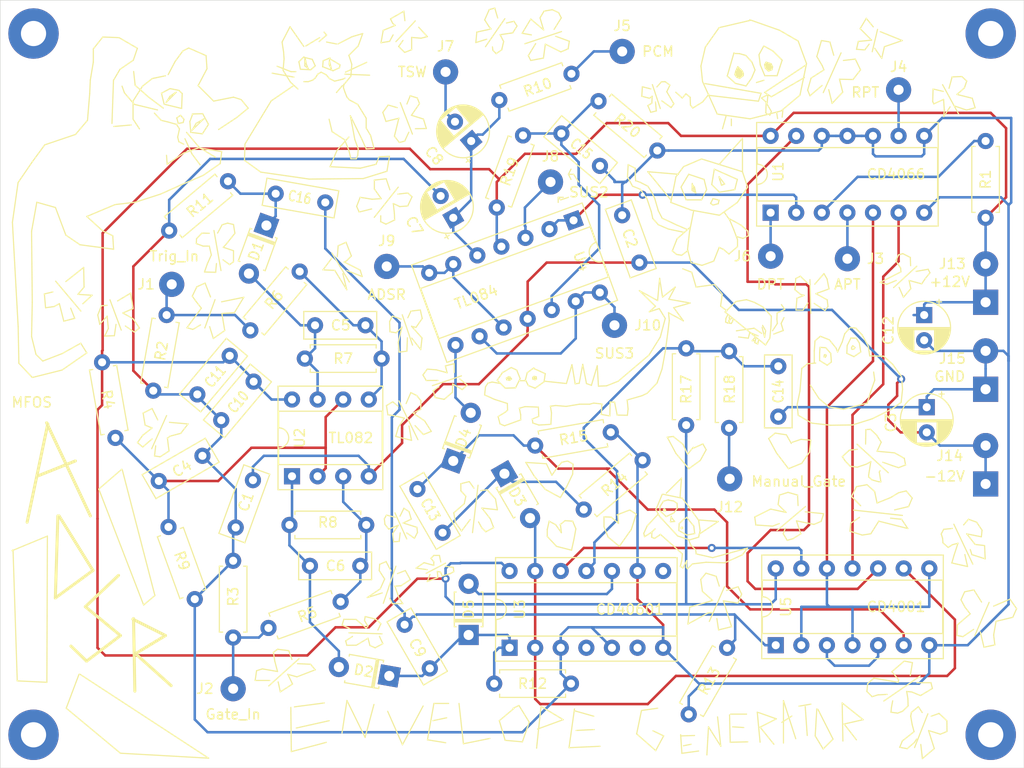
<source format=kicad_pcb>
(kicad_pcb (version 20171130) (host pcbnew "(5.1.2-1)-1")
  (layers (0 F.Cu signal) (31 B.Cu signal) (34 B.Paste user hide) (35 F.Paste user hide) (36 B.SilkS user hide) (37 F.SilkS user) (38 B.Mask user hide) (39 F.Mask user) (44 Edge.Cuts user))
  (net 0 "")
  (net 1 Earth)
  (net 2 -12V)
  (net 3 "Net-(C4-Pad2)")
  (net 4 "Net-(C5-Pad2)")
  (net 5 "Net-(C5-Pad1)")
  (net 6 "Net-(C6-Pad1)")
  (net 7 "Net-(C6-Pad2)")
  (net 8 "Net-(C7-Pad1)")
  (net 9 "Net-(C8-Pad2)")
  (net 10 "Net-(C9-Pad2)")
  (net 11 "Net-(C16-Pad1)")
  (net 12 +12V)
  (net 13 "Net-(C13-Pad2)")
  (net 14 "Net-(C13-Pad1)")
  (net 15 "Net-(C14-Pad1)")
  (net 16 "Net-(C15-Pad1)")
  (net 17 "Net-(C16-Pad2)")
  (net 18 "Net-(D3-Pad2)")
  (net 19 "Net-(D4-Pad2)")
  (net 20 "Net-(D5-Pad2)")
  (net 21 "Net-(J1-Pad1)")
  (net 22 "Net-(J2-Pad1)")
  (net 23 "Net-(J3-Pad1)")
  (net 24 "Net-(J4-Pad1)")
  (net 25 "Net-(J5-Pad1)")
  (net 26 "Net-(J6-Pad1)")
  (net 27 "Net-(J8-Pad1)")
  (net 28 "Net-(J9-Pad1)")
  (net 29 "Net-(J10-Pad1)")
  (net 30 "Net-(J12-Pad1)")
  (net 31 "Net-(R1-Pad2)")
  (net 32 "Net-(U1-Pad2)")
  (net 33 A)
  (net 34 R)
  (net 35 D)
  (net 36 "Net-(U3-Pad8)")
  (net 37 "Net-(U3-Pad4)")
  (net 38 "Net-(U3-Pad12)")
  (net 39 "Net-(U3-Pad6)")
  (net 40 "Net-(U5-Pad3)")
  (module MountingHole:MountingHole_2.5mm_Pad (layer F.Cu) (at 15.494 85.09)
    (fp_text reference REF** hide)
    (fp_text value MountingHole_2.5mm_Pad hide)
    (pad 1 thru_hole circle (at 0 0) (size 5 5) (drill 2.5) (layers *.Cu *.Mask))
  )
  (module MountingHole:MountingHole_2.5mm_Pad (layer F.Cu) (at 110.49 85.09)
    (fp_text reference REF** hide)
    (fp_text value MountingHole_2.5mm_Pad hide)
    (pad 1 thru_hole circle (at 0 0) (size 5 5) (drill 2.5) (layers *.Cu *.Mask))
  )
  (module MountingHole:MountingHole_2.5mm_Pad (layer F.Cu) (at 110.49 15.494)
    (fp_text reference REF** hide)
    (fp_text value MountingHole_2.5mm_Pad hide)
    (pad 1 thru_hole circle (at 0 0) (size 5 5) (drill 2.5) (layers *.Cu *.Mask))
  )
  (module MountingHole:MountingHole_2.5mm_Pad (layer F.Cu) (at 15.494 15.494)
    (fp_text reference REF** hide)
    (fp_text value MountingHole_2.5mm_Pad hide)
    (pad 1 thru_hole circle (at 0 0) (size 5 5) (drill 2.5) (layers *.Cu *.Mask))
  )
  (module Capacitor_THT:C_Rect_L7.0mm_W2.5mm_P5.00mm (layer F.Cu) (at 35.56 64.516 70)
    (fp_text reference C1 (at 2.734312 0.085997 70) (layer F.SilkS))
    (fp_text value 0.1uF)
    (pad 1 thru_hole circle (at 0 0 70) (size 1.6 1.6) (drill 0.8) (layers *.Cu *.Mask) (net 1 Earth))
    (pad 2 thru_hole circle (at 5 0 70) (size 1.6 1.6) (drill 0.8) (layers *.Cu *.Mask) (net 2 -12V))
  )
  (module Capacitor_THT:C_Rect_L7.0mm_W2.5mm_P5.00mm (layer F.Cu) (at 73.914 33.528 290)
    (fp_text reference C2 (at 2.408757 0.065812 110) (layer F.SilkS))
    (fp_text value 0.1uF)
    (pad 1 thru_hole circle (at 0 0 290) (size 1.6 1.6) (drill 0.8) (layers *.Cu *.Mask) (net 1 Earth))
    (pad 2 thru_hole circle (at 5 0 290) (size 1.6 1.6) (drill 0.8) (layers *.Cu *.Mask) (net 2 -12V))
  )
  (module Capacitor_THT:CP_Radial_D5.0mm_P2.50mm (layer F.Cu) (at 104.14 52.578 270)
    (fp_text reference C3 (at 1.524 3.556 90) (layer F.SilkS))
    (fp_text value 10uF)
    (pad 1 thru_hole rect (at 0 0 270) (size 1.6 1.6) (drill 0.8) (layers *.Cu *.Mask) (net 1 Earth))
    (pad 2 thru_hole circle (at 2.5 0 270) (size 1.6 1.6) (drill 0.8) (layers *.Cu *.Mask) (net 2 -12V))
  )
  (module Capacitor_THT:C_Rect_L7.0mm_W2.5mm_P5.00mm (layer F.Cu) (at 32.258 57.404 210)
    (fp_text reference C4 (at 2.394764 -0.083852 30) (layer F.SilkS))
    (fp_text value 0.1uF)
    (pad 2 thru_hole circle (at 5 0 210) (size 1.6 1.6) (drill 0.8) (layers *.Cu *.Mask) (net 3 "Net-(C4-Pad2)"))
    (pad 1 thru_hole circle (at 0 0 210) (size 1.6 1.6) (drill 0.8) (layers *.Cu *.Mask) (net 1 Earth))
  )
  (module Capacitor_THT:C_Rect_L7.0mm_W2.5mm_P5.00mm (layer F.Cu) (at 43.434 44.45)
    (fp_text reference C5 (at 2.54 0) (layer F.SilkS))
    (fp_text value 100pF)
    (pad 2 thru_hole circle (at 5 0) (size 1.6 1.6) (drill 0.8) (layers *.Cu *.Mask) (net 4 "Net-(C5-Pad2)"))
    (pad 1 thru_hole circle (at 0 0) (size 1.6 1.6) (drill 0.8) (layers *.Cu *.Mask) (net 5 "Net-(C5-Pad1)"))
  )
  (module Capacitor_THT:C_Rect_L7.0mm_W2.5mm_P5.00mm (layer F.Cu) (at 42.926 68.326)
    (fp_text reference C6 (at 2.54 0) (layer F.SilkS))
    (fp_text value 100pF)
    (pad 1 thru_hole circle (at 0 0) (size 1.6 1.6) (drill 0.8) (layers *.Cu *.Mask) (net 6 "Net-(C6-Pad1)"))
    (pad 2 thru_hole circle (at 5 0) (size 1.6 1.6) (drill 0.8) (layers *.Cu *.Mask) (net 7 "Net-(C6-Pad2)"))
  )
  (module Capacitor_THT:CP_Radial_D5.0mm_P2.50mm (layer F.Cu) (at 57.15 33.782 120)
    (fp_text reference C7 (at 1.25 -3.75 120) (layer F.SilkS))
    (fp_text value 1uF)
    (pad 2 thru_hole circle (at 2.5 0 120) (size 1.6 1.6) (drill 0.8) (layers *.Cu *.Mask) (net 1 Earth))
    (pad 1 thru_hole rect (at 0 0 120) (size 1.6 1.6) (drill 0.8) (layers *.Cu *.Mask) (net 8 "Net-(C7-Pad1)"))
  )
  (module Capacitor_THT:C_Rect_L7.0mm_W2.5mm_P5.00mm (layer F.Cu) (at 52.324 74.168 300)
    (fp_text reference C9 (at 2.614734 0.043148 120) (layer F.SilkS))
    (fp_text value 0.001uF)
    (pad 2 thru_hole circle (at 5 0 300) (size 1.6 1.6) (drill 0.8) (layers *.Cu *.Mask) (net 10 "Net-(C9-Pad2)"))
    (pad 1 thru_hole circle (at 0 0 300) (size 1.6 1.6) (drill 0.8) (layers *.Cu *.Mask) (net 11 "Net-(C16-Pad1)"))
  )
  (module Capacitor_THT:C_Rect_L7.0mm_W2.5mm_P5.00mm (layer F.Cu) (at 37.338 50.038 230)
    (fp_text reference C10 (at 2.536211 -0.138693 50) (layer F.SilkS) (effects (font (size 1 0.8))))
    (fp_text value 0.1uF)
    (pad 1 thru_hole circle (at 0 0 230) (size 1.6 1.6) (drill 0.8) (layers *.Cu *.Mask) (net 12 +12V))
    (pad 2 thru_hole circle (at 5 0 230) (size 1.6 1.6) (drill 0.8) (layers *.Cu *.Mask) (net 1 Earth))
  )
  (module Capacitor_THT:C_Rect_L7.0mm_W2.5mm_P5.00mm (layer F.Cu) (at 34.963938 47.477778 230)
    (fp_text reference C11 (at 2.495096 -0.219151 50) (layer F.SilkS) (effects (font (size 1 0.8))))
    (fp_text value 0.1uF)
    (pad 2 thru_hole circle (at 5 0 230) (size 1.6 1.6) (drill 0.8) (layers *.Cu *.Mask) (net 1 Earth))
    (pad 1 thru_hole circle (at 0 0 230) (size 1.6 1.6) (drill 0.8) (layers *.Cu *.Mask) (net 12 +12V))
  )
  (module Capacitor_THT:CP_Radial_D5.0mm_P2.50mm (layer F.Cu) (at 103.886 43.434 270)
    (fp_text reference C12 (at 1.524 3.556 90) (layer F.SilkS))
    (fp_text value 10uF)
    (pad 1 thru_hole rect (at 0 0 270) (size 1.6 1.6) (drill 0.8) (layers *.Cu *.Mask) (net 12 +12V))
    (pad 2 thru_hole circle (at 2.5 0 270) (size 1.6 1.6) (drill 0.8) (layers *.Cu *.Mask) (net 1 Earth))
  )
  (module Capacitor_THT:C_Rect_L7.0mm_W2.5mm_P5.00mm (layer F.Cu) (at 53.594 60.706 300)
    (fp_text reference C13 (at 2.394764 -0.083852 120) (layer F.SilkS) (effects (font (size 1 0.8))))
    (fp_text value 0.001uF)
    (pad 2 thru_hole circle (at 5 0 300) (size 1.6 1.6) (drill 0.8) (layers *.Cu *.Mask) (net 13 "Net-(C13-Pad2)"))
    (pad 1 thru_hole circle (at 0 0 300) (size 1.6 1.6) (drill 0.8) (layers *.Cu *.Mask) (net 14 "Net-(C13-Pad1)"))
  )
  (module Capacitor_THT:C_Rect_L7.0mm_W2.5mm_P5.00mm (layer F.Cu) (at 89.408 48.514 270)
    (fp_text reference C14 (at 2.5 0 90) (layer F.SilkS) (effects (font (size 1 0.8))))
    (fp_text value 0.1uF)
    (pad 1 thru_hole circle (at 0 0 270) (size 1.6 1.6) (drill 0.8) (layers *.Cu *.Mask) (net 15 "Net-(C14-Pad1)"))
    (pad 2 thru_hole circle (at 5 0 270) (size 1.6 1.6) (drill 0.8) (layers *.Cu *.Mask) (net 1 Earth))
  )
  (module Capacitor_THT:C_Rect_L7.0mm_W2.5mm_P5.00mm (layer F.Cu) (at 67.879472 25.415845 320)
    (fp_text reference C15 (at 2.478935 -0.111317 140) (layer F.SilkS) (effects (font (size 1 0.8))))
    (fp_text value 0.1uF)
    (pad 2 thru_hole circle (at 5 0 320) (size 1.6 1.6) (drill 0.8) (layers *.Cu *.Mask) (net 1 Earth))
    (pad 1 thru_hole circle (at 0 0 320) (size 1.6 1.6) (drill 0.8) (layers *.Cu *.Mask) (net 16 "Net-(C15-Pad1)"))
  )
  (module Capacitor_THT:C_Rect_L7.0mm_W2.5mm_P5.00mm (layer F.Cu) (at 44.45 32.258 170)
    (fp_text reference C16 (at 2.589625 0.059216 170) (layer F.SilkS) (effects (font (size 1 0.8))))
    (fp_text value 0.01uF)
    (pad 1 thru_hole circle (at 0 0 170) (size 1.6 1.6) (drill 0.8) (layers *.Cu *.Mask) (net 11 "Net-(C16-Pad1)"))
    (pad 2 thru_hole circle (at 5 0 170) (size 1.6 1.6) (drill 0.8) (layers *.Cu *.Mask) (net 17 "Net-(C16-Pad2)"))
  )
  (module Diode_THT:D_T-1_P5.08mm_Horizontal (layer F.Cu) (at 38.608 34.544 250)
    (fp_text reference D1 (at 2.734312 0.085997 70) (layer F.SilkS))
    (fp_text value D)
    (pad 1 thru_hole rect (at 0 0 250) (size 2 2) (drill 1) (layers *.Cu *.Mask) (net 17 "Net-(C16-Pad2)"))
    (pad 2 thru_hole oval (at 5.08 0 250) (size 2 2) (drill 1) (layers *.Cu *.Mask) (net 5 "Net-(C5-Pad1)"))
  )
  (module Diode_THT:D_T-1_P5.08mm_Horizontal (layer F.Cu) (at 50.8 79.248 170)
    (fp_text reference D2 (at 2.589625 0.059216 170) (layer F.SilkS))
    (fp_text value D)
    (pad 2 thru_hole oval (at 5.08 0 170) (size 2 2) (drill 1) (layers *.Cu *.Mask) (net 6 "Net-(C6-Pad1)"))
    (pad 1 thru_hole rect (at 0 0 170) (size 2 2) (drill 1) (layers *.Cu *.Mask) (net 10 "Net-(C9-Pad2)"))
  )
  (module Diode_THT:D_T-1_P5.08mm_Horizontal (layer F.Cu) (at 62.23 59.182 300)
    (fp_text reference D3 (at 2.614734 0.043148 120) (layer F.SilkS))
    (fp_text value D)
    (pad 1 thru_hole rect (at 0 0 300) (size 2 2) (drill 1) (layers *.Cu *.Mask) (net 13 "Net-(C13-Pad2)"))
    (pad 2 thru_hole oval (at 5.08 0 300) (size 2 2) (drill 1) (layers *.Cu *.Mask) (net 18 "Net-(D3-Pad2)"))
  )
  (module Diode_THT:D_T-1_P5.08mm_Horizontal (layer F.Cu) (at 57.15 57.912 70)
    (fp_text reference D4 (at 2.49563 0.17287 70) (layer F.SilkS))
    (fp_text value D)
    (pad 1 thru_hole rect (at 0 0 70) (size 2 2) (drill 1) (layers *.Cu *.Mask) (net 14 "Net-(C13-Pad1)"))
    (pad 2 thru_hole oval (at 5.08 0 70) (size 2 2) (drill 1) (layers *.Cu *.Mask) (net 19 "Net-(D4-Pad2)"))
  )
  (module Diode_THT:D_T-1_P5.08mm_Horizontal (layer F.Cu) (at 58.674 75.184 90)
    (fp_text reference D5 (at 2.54 0 90) (layer F.SilkS))
    (fp_text value D)
    (pad 2 thru_hole oval (at 5.08 0 90) (size 2 2) (drill 1) (layers *.Cu *.Mask) (net 20 "Net-(D5-Pad2)"))
    (pad 1 thru_hole rect (at 0 0 90) (size 2 2) (drill 1) (layers *.Cu *.Mask) (net 10 "Net-(C9-Pad2)"))
  )
  (module Connector_Wire:SolderWirePad_1x01_Drill1mm (layer F.Cu) (at 29.21 40.386 350)
    (fp_text reference J1 (at -2.501412 0.441066 180) (layer F.SilkS))
    (fp_text value Trig_In)
    (pad 1 thru_hole circle (at 0 0 350) (size 2.49936 2.49936) (drill 1.00076) (layers *.Cu *.Mask) (net 21 "Net-(J1-Pad1)"))
  )
  (module Connector_Wire:SolderWirePad_1x01_Drill1mm (layer F.Cu) (at 35.306 80.518)
    (fp_text reference J2 (at -2.794 0) (layer F.SilkS))
    (fp_text value Gate_In)
    (pad 1 thru_hole circle (at 0 0) (size 2.49936 2.49936) (drill 1.00076) (layers *.Cu *.Mask) (net 22 "Net-(J2-Pad1)"))
  )
  (module Connector_Wire:SolderWirePad_1x01_Drill1mm (layer F.Cu) (at 96.266 37.846)
    (fp_text reference J3 (at 2.794 0) (layer F.SilkS))
    (fp_text value APT)
    (pad 1 thru_hole circle (at 0 0) (size 2.49936 2.49936) (drill 1.00076) (layers *.Cu *.Mask) (net 23 "Net-(J3-Pad1)"))
  )
  (module Connector_Wire:SolderWirePad_1x01_Drill1mm (layer F.Cu) (at 101.346 21.082)
    (fp_text reference J4 (at 0 -2.286) (layer F.SilkS))
    (fp_text value RPT)
    (pad 1 thru_hole circle (at 0 0) (size 2.49936 2.49936) (drill 1.00076) (layers *.Cu *.Mask) (net 24 "Net-(J4-Pad1)"))
  )
  (module Connector_Wire:SolderWirePad_1x01_Drill1mm (layer F.Cu) (at 73.914 17.272 20)
    (fp_text reference J5 (at 0.868731 -2.386819) (layer F.SilkS))
    (fp_text value PCM)
    (pad 1 thru_hole circle (at 0 0 20) (size 2.49936 2.49936) (drill 1.00076) (layers *.Cu *.Mask) (net 25 "Net-(J5-Pad1)"))
  )
  (module Connector_Wire:SolderWirePad_1x01_Drill1mm (layer F.Cu) (at 88.646 37.592)
    (fp_text reference J6 (at -2.794 0) (layer F.SilkS))
    (fp_text value DPT)
    (pad 1 thru_hole circle (at 0 0) (size 2.49936 2.49936) (drill 1.00076) (layers *.Cu *.Mask) (net 26 "Net-(J6-Pad1)"))
  )
  (module Connector_Wire:SolderWirePad_1x01_Drill1mm (layer F.Cu) (at 56.388 19.304)
    (fp_text reference J7 (at 0 -2.54) (layer F.SilkS))
    (fp_text value TSW)
    (pad 1 thru_hole circle (at 0 0) (size 2.49936 2.49936) (drill 1.00076) (layers *.Cu *.Mask) (net 9 "Net-(C8-Pad2)"))
  )
  (module Connector_Wire:SolderWirePad_1x01_Drill1mm (layer F.Cu) (at 66.802 30.226)
    (fp_text reference J8 (at 0 -2.54) (layer F.SilkS))
    (fp_text value SUS2)
    (pad 1 thru_hole circle (at 0 0) (size 2.49936 2.49936) (drill 1.00076) (layers *.Cu *.Mask) (net 27 "Net-(J8-Pad1)"))
  )
  (module Connector_Wire:SolderWirePad_1x01_Drill1mm (layer F.Cu) (at 50.546 38.608 20)
    (fp_text reference J9 (at 0.868731 -2.386819) (layer F.SilkS))
    (fp_text value ADSR)
    (pad 1 thru_hole circle (at 0 0 20) (size 2.49936 2.49936) (drill 1.00076) (layers *.Cu *.Mask) (net 28 "Net-(J9-Pad1)"))
  )
  (module Connector_Wire:SolderWirePad_1x01_Drill1mm (layer F.Cu) (at 73.152 44.45 20)
    (fp_text reference J10 (at 3.102865 1.129351) (layer F.SilkS))
    (fp_text value SUS3)
    (pad 1 thru_hole circle (at 0 0 20) (size 2.49936 2.49936) (drill 1.00076) (layers *.Cu *.Mask) (net 29 "Net-(J10-Pad1)"))
  )
  (module Connector_Wire:SolderWirePad_1x01_Drill1mm (layer F.Cu) (at 84.582 59.69)
    (fp_text reference J12 (at 0 2.794) (layer F.SilkS))
    (fp_text value Manual_Gate)
    (pad 1 thru_hole circle (at 0 0) (size 2.49936 2.49936) (drill 1.00076) (layers *.Cu *.Mask) (net 30 "Net-(J12-Pad1)"))
  )
  (module Connector_Wire:SolderWirePad_1x02_P3.81mm_Drill1mm (layer F.Cu) (at 109.982 42.164 90)
    (fp_text reference J13 (at 3.81 -3.302 180) (layer F.SilkS))
    (fp_text value +12V_Conn)
    (pad 1 thru_hole rect (at 0 0 90) (size 2.49936 2.49936) (drill 1.00076) (layers *.Cu *.Mask) (net 12 +12V))
    (pad 2 thru_hole circle (at 3.81 0 90) (size 2.49936 2.49936) (drill 1.00076) (layers *.Cu *.Mask) (net 12 +12V))
  )
  (module Connector_Wire:SolderWirePad_1x02_P3.81mm_Drill1mm (layer F.Cu) (at 109.982 60.198 90)
    (fp_text reference J14 (at 2.794 -3.556 180) (layer F.SilkS))
    (fp_text value -12V_Conn)
    (pad 1 thru_hole rect (at 0 0 90) (size 2.49936 2.49936) (drill 1.00076) (layers *.Cu *.Mask) (net 2 -12V))
    (pad 2 thru_hole circle (at 3.81 0 90) (size 2.49936 2.49936) (drill 1.00076) (layers *.Cu *.Mask) (net 2 -12V))
  )
  (module Connector_Wire:SolderWirePad_1x02_P3.81mm_Drill1mm (layer F.Cu) (at 109.982 50.8 90)
    (fp_text reference J15 (at 3.048 -3.302 180) (layer F.SilkS))
    (fp_text value GND_Conn)
    (pad 2 thru_hole circle (at 3.81 0 90) (size 2.49936 2.49936) (drill 1.00076) (layers *.Cu *.Mask) (net 1 Earth))
    (pad 1 thru_hole rect (at 0 0 90) (size 2.49936 2.49936) (drill 1.00076) (layers *.Cu *.Mask) (net 1 Earth))
  )
  (module Resistor_THT:R_Axial_DIN0207_L6.3mm_D2.5mm_P7.62mm_Horizontal (layer F.Cu) (at 109.982 33.782 90)
    (fp_text reference R1 (at 3.81 0 90) (layer F.SilkS))
    (fp_text value 1K)
    (pad 1 thru_hole circle (at 0 0 90) (size 1.6 1.6) (drill 0.8) (layers *.Cu *.Mask) (net 12 +12V))
    (pad 2 thru_hole oval (at 7.62 0 90) (size 1.6 1.6) (drill 0.8) (layers *.Cu *.Mask) (net 31 "Net-(R1-Pad2)"))
  )
  (module Resistor_THT:R_Axial_DIN0207_L6.3mm_D2.5mm_P7.62mm_Horizontal (layer F.Cu) (at 28.702 43.434 260)
    (fp_text reference R2 (at 3.59019 -0.117211 80) (layer F.SilkS))
    (fp_text value 10K)
    (pad 1 thru_hole circle (at 0 0 260) (size 1.6 1.6) (drill 0.8) (layers *.Cu *.Mask) (net 21 "Net-(J1-Pad1)"))
    (pad 2 thru_hole oval (at 7.62 0 260) (size 1.6 1.6) (drill 0.8) (layers *.Cu *.Mask) (net 1 Earth))
  )
  (module Resistor_THT:R_Axial_DIN0207_L6.3mm_D2.5mm_P7.62mm_Horizontal (layer F.Cu) (at 35.306 75.438 90)
    (fp_text reference R3 (at 4.064 0 90) (layer F.SilkS))
    (fp_text value 10K)
    (pad 2 thru_hole oval (at 7.62 0 90) (size 1.6 1.6) (drill 0.8) (layers *.Cu *.Mask) (net 1 Earth))
    (pad 1 thru_hole circle (at 0 0 90) (size 1.6 1.6) (drill 0.8) (layers *.Cu *.Mask) (net 22 "Net-(J2-Pad1)"))
  )
  (module Resistor_THT:R_Axial_DIN0207_L6.3mm_D2.5mm_P7.62mm_Horizontal (layer F.Cu) (at 23.622 55.626 100)
    (fp_text reference R4 (at 3.884437 -0.088824 100) (layer F.SilkS))
    (fp_text value 100K)
    (pad 2 thru_hole oval (at 7.62 0 100) (size 1.6 1.6) (drill 0.8) (layers *.Cu *.Mask) (net 12 +12V))
    (pad 1 thru_hole circle (at 0 0 100) (size 1.6 1.6) (drill 0.8) (layers *.Cu *.Mask) (net 3 "Net-(C4-Pad2)"))
  )
  (module Resistor_THT:R_Axial_DIN0207_L6.3mm_D2.5mm_P7.62mm_Horizontal (layer F.Cu) (at 45.974 71.882 200)
    (fp_text reference R5 (at 3.537231 -0.064059 20) (layer F.SilkS))
    (fp_text value 20K)
    (pad 2 thru_hole oval (at 7.62 0 200) (size 1.6 1.6) (drill 0.8) (layers *.Cu *.Mask) (net 22 "Net-(J2-Pad1)"))
    (pad 1 thru_hole circle (at 0 0 200) (size 1.6 1.6) (drill 0.8) (layers *.Cu *.Mask) (net 7 "Net-(C6-Pad2)"))
  )
  (module Resistor_THT:R_Axial_DIN0207_L6.3mm_D2.5mm_P7.62mm_Horizontal (layer F.Cu) (at 41.91 39.116 230)
    (fp_text reference R6 (at 3.773009 0.149804 50) (layer F.SilkS))
    (fp_text value 20K)
    (pad 2 thru_hole oval (at 7.62 0 230) (size 1.6 1.6) (drill 0.8) (layers *.Cu *.Mask) (net 21 "Net-(J1-Pad1)"))
    (pad 1 thru_hole circle (at 0 0 230) (size 1.6 1.6) (drill 0.8) (layers *.Cu *.Mask) (net 4 "Net-(C5-Pad2)"))
  )
  (module Resistor_THT:R_Axial_DIN0207_L6.3mm_D2.5mm_P7.62mm_Horizontal (layer F.Cu) (at 42.418 47.752)
    (fp_text reference R7 (at 3.81 0) (layer F.SilkS))
    (fp_text value 1M)
    (pad 1 thru_hole circle (at 0 0) (size 1.6 1.6) (drill 0.8) (layers *.Cu *.Mask) (net 5 "Net-(C5-Pad1)"))
    (pad 2 thru_hole oval (at 7.62 0) (size 1.6 1.6) (drill 0.8) (layers *.Cu *.Mask) (net 4 "Net-(C5-Pad2)"))
  )
  (module Resistor_THT:R_Axial_DIN0207_L6.3mm_D2.5mm_P7.62mm_Horizontal (layer F.Cu) (at 40.894 64.262)
    (fp_text reference R8 (at 3.81 -0.254) (layer F.SilkS))
    (fp_text value 1M)
    (pad 1 thru_hole circle (at 0 0) (size 1.6 1.6) (drill 0.8) (layers *.Cu *.Mask) (net 6 "Net-(C6-Pad1)"))
    (pad 2 thru_hole oval (at 7.62 0) (size 1.6 1.6) (drill 0.8) (layers *.Cu *.Mask) (net 7 "Net-(C6-Pad2)"))
  )
  (module Resistor_THT:R_Axial_DIN0207_L6.3mm_D2.5mm_P7.62mm_Horizontal (layer F.Cu) (at 31.496 71.628 110)
    (fp_text reference R9 (at 4.014594 0.109687 110) (layer F.SilkS))
    (fp_text value 20K)
    (pad 2 thru_hole oval (at 7.62 0 110) (size 1.6 1.6) (drill 0.8) (layers *.Cu *.Mask) (net 3 "Net-(C4-Pad2)"))
    (pad 1 thru_hole circle (at 0 0 110) (size 1.6 1.6) (drill 0.8) (layers *.Cu *.Mask) (net 1 Earth))
  )
  (module Resistor_THT:R_Axial_DIN0207_L6.3mm_D2.5mm_P7.62mm_Horizontal (layer F.Cu) (at 61.722 22.098 20)
    (fp_text reference R10 (at 4.014594 0.109687 20) (layer F.SilkS))
    (fp_text value 1K)
    (pad 1 thru_hole circle (at 0 0 20) (size 1.6 1.6) (drill 0.8) (layers *.Cu *.Mask) (net 8 "Net-(C7-Pad1)"))
    (pad 2 thru_hole oval (at 7.62 0 20) (size 1.6 1.6) (drill 0.8) (layers *.Cu *.Mask) (net 25 "Net-(J5-Pad1)"))
  )
  (module Resistor_THT:R_Axial_DIN0207_L6.3mm_D2.5mm_P7.62mm_Horizontal (layer F.Cu) (at 28.956 35.052 40)
    (fp_text reference R11 (at 3.967584 0.013464 40) (layer F.SilkS))
    (fp_text value 10K)
    (pad 2 thru_hole oval (at 7.62 0 40) (size 1.6 1.6) (drill 0.8) (layers *.Cu *.Mask) (net 17 "Net-(C16-Pad2)"))
    (pad 1 thru_hole circle (at 0 0 40) (size 1.6 1.6) (drill 0.8) (layers *.Cu *.Mask) (net 1 Earth))
  )
  (module Resistor_THT:R_Axial_DIN0207_L6.3mm_D2.5mm_P7.62mm_Horizontal (layer F.Cu) (at 61.214 80.01)
    (fp_text reference R12 (at 3.81 0) (layer F.SilkS))
    (fp_text value 10K)
    (pad 1 thru_hole circle (at 0 0) (size 1.6 1.6) (drill 0.8) (layers *.Cu *.Mask) (net 10 "Net-(C9-Pad2)"))
    (pad 2 thru_hole oval (at 7.62 0) (size 1.6 1.6) (drill 0.8) (layers *.Cu *.Mask) (net 1 Earth))
  )
  (module Resistor_THT:R_Axial_DIN0207_L6.3mm_D2.5mm_P7.62mm_Horizontal (layer F.Cu) (at 80.518 83.058 60)
    (fp_text reference R13 (at 3.875616 0.108764 60) (layer F.SilkS))
    (fp_text value 100K)
    (pad 2 thru_hole oval (at 7.62 0 60) (size 1.6 1.6) (drill 0.8) (layers *.Cu *.Mask) (net 11 "Net-(C16-Pad1)"))
    (pad 1 thru_hole circle (at 0 0 60) (size 1.6 1.6) (drill 0.8) (layers *.Cu *.Mask) (net 1 Earth))
  )
  (module Resistor_THT:R_Axial_DIN0207_L6.3mm_D2.5mm_P7.62mm_Horizontal (layer F.Cu) (at 70.104 62.738 40)
    (fp_text reference R14 (at 3.967584 0.013464 40) (layer F.SilkS))
    (fp_text value 10K)
    (pad 2 thru_hole oval (at 7.62 0 40) (size 1.6 1.6) (drill 0.8) (layers *.Cu *.Mask) (net 1 Earth))
    (pad 1 thru_hole circle (at 0 0 40) (size 1.6 1.6) (drill 0.8) (layers *.Cu *.Mask) (net 13 "Net-(C13-Pad2)"))
  )
  (module Resistor_THT:R_Axial_DIN0207_L6.3mm_D2.5mm_P7.62mm_Horizontal (layer F.Cu) (at 65.278 56.388 10)
    (fp_text reference R15 (at 3.884437 -0.088824 10) (layer F.SilkS))
    (fp_text value 100K)
    (pad 2 thru_hole oval (at 7.62 0 10) (size 1.6 1.6) (drill 0.8) (layers *.Cu *.Mask) (net 1 Earth))
    (pad 1 thru_hole circle (at 0 0 10) (size 1.6 1.6) (drill 0.8) (layers *.Cu *.Mask) (net 14 "Net-(C13-Pad1)"))
  )
  (module Resistor_THT:R_Axial_DIN0207_L6.3mm_D2.5mm_P7.62mm_Horizontal (layer F.Cu) (at 80.263999 54.356 90)
    (fp_text reference R17 (at 3.556 0.000001 90) (layer F.SilkS))
    (fp_text value 47K)
    (pad 1 thru_hole circle (at 0 0 90) (size 1.6 1.6) (drill 0.8) (layers *.Cu *.Mask) (net 12 +12V))
    (pad 2 thru_hole oval (at 7.62 0 90) (size 1.6 1.6) (drill 0.8) (layers *.Cu *.Mask) (net 15 "Net-(C14-Pad1)"))
  )
  (module Resistor_THT:R_Axial_DIN0207_L6.3mm_D2.5mm_P7.62mm_Horizontal (layer F.Cu) (at 84.525001 54.637 90)
    (fp_text reference R18 (at 3.837 0.056999 90) (layer F.SilkS))
    (fp_text value 10K)
    (pad 2 thru_hole oval (at 7.62 0 90) (size 1.6 1.6) (drill 0.8) (layers *.Cu *.Mask) (net 15 "Net-(C14-Pad1)"))
    (pad 1 thru_hole circle (at 0 0 90) (size 1.6 1.6) (drill 0.8) (layers *.Cu *.Mask) (net 30 "Net-(J12-Pad1)"))
  )
  (module Resistor_THT:R_Axial_DIN0207_L6.3mm_D2.5mm_P7.62mm_Horizontal (layer F.Cu) (at 61.468 32.766 70)
    (fp_text reference R19 (at 3.775913 -0.022814 70) (layer F.SilkS))
    (fp_text value 2K)
    (pad 1 thru_hole circle (at 0 0 70) (size 1.6 1.6) (drill 0.8) (layers *.Cu *.Mask) (net 12 +12V))
    (pad 2 thru_hole oval (at 7.62 0 70) (size 1.6 1.6) (drill 0.8) (layers *.Cu *.Mask) (net 16 "Net-(C15-Pad1)"))
  )
  (module Resistor_THT:R_Axial_DIN0207_L6.3mm_D2.5mm_P7.62mm_Horizontal (layer F.Cu) (at 71.565287 22.208718 320)
    (fp_text reference R20 (at 3.749881 0.024678 140) (layer F.SilkS))
    (fp_text value 10K)
    (pad 1 thru_hole circle (at 0 0 320) (size 1.6 1.6) (drill 0.8) (layers *.Cu *.Mask) (net 16 "Net-(C15-Pad1)"))
    (pad 2 thru_hole oval (at 7.62 0 320) (size 1.6 1.6) (drill 0.8) (layers *.Cu *.Mask) (net 1 Earth))
  )
  (module Package_DIP:DIP-14_W7.62mm_Socket (layer F.Cu) (at 88.646 33.274 90)
    (fp_text reference U1 (at 4.064 0.762 90) (layer F.SilkS))
    (fp_text value 4066)
    (pad 1 thru_hole rect (at 0 0 90) (size 1.6 1.6) (drill 0.8) (layers *.Cu *.Mask) (net 26 "Net-(J6-Pad1)"))
    (pad 8 thru_hole oval (at 7.62 15.24 90) (size 1.6 1.6) (drill 0.8) (layers *.Cu *.Mask) (net 1 Earth))
    (pad 2 thru_hole oval (at 0 2.54 90) (size 1.6 1.6) (drill 0.8) (layers *.Cu *.Mask) (net 32 "Net-(U1-Pad2)"))
    (pad 9 thru_hole oval (at 7.62 12.7 90) (size 1.6 1.6) (drill 0.8) (layers *.Cu *.Mask) (net 24 "Net-(J4-Pad1)"))
    (pad 3 thru_hole oval (at 0 5.08 90) (size 1.6 1.6) (drill 0.8) (layers *.Cu *.Mask) (net 31 "Net-(R1-Pad2)"))
    (pad 10 thru_hole oval (at 7.62 10.16 90) (size 1.6 1.6) (drill 0.8) (layers *.Cu *.Mask) (net 1 Earth))
    (pad 4 thru_hole oval (at 0 7.62 90) (size 1.6 1.6) (drill 0.8) (layers *.Cu *.Mask) (net 23 "Net-(J3-Pad1)"))
    (pad 11 thru_hole oval (at 7.62 7.62 90) (size 1.6 1.6) (drill 0.8) (layers *.Cu *.Mask) (net 1 Earth))
    (pad 5 thru_hole oval (at 0 10.16 90) (size 1.6 1.6) (drill 0.8) (layers *.Cu *.Mask) (net 33 A))
    (pad 12 thru_hole oval (at 7.62 5.08 90) (size 1.6 1.6) (drill 0.8) (layers *.Cu *.Mask) (net 1 Earth))
    (pad 6 thru_hole oval (at 0 12.7 90) (size 1.6 1.6) (drill 0.8) (layers *.Cu *.Mask) (net 34 R))
    (pad 13 thru_hole oval (at 7.62 2.54 90) (size 1.6 1.6) (drill 0.8) (layers *.Cu *.Mask) (net 35 D))
    (pad 7 thru_hole oval (at 0 15.24 90) (size 1.6 1.6) (drill 0.8) (layers *.Cu *.Mask) (net 1 Earth))
    (pad 14 thru_hole oval (at 7.62 0 90) (size 1.6 1.6) (drill 0.8) (layers *.Cu *.Mask) (net 12 +12V))
  )
  (module Package_DIP:DIP-8_W7.62mm_Socket (layer F.Cu) (at 41.148 59.436 90)
    (fp_text reference U2 (at 3.81 0.762 90) (layer F.SilkS))
    (fp_text value TL082)
    (pad 1 thru_hole rect (at 0 0 90) (size 1.6 1.6) (drill 0.8) (layers *.Cu *.Mask) (net 6 "Net-(C6-Pad1)"))
    (pad 5 thru_hole oval (at 7.62 7.62 90) (size 1.6 1.6) (drill 0.8) (layers *.Cu *.Mask) (net 4 "Net-(C5-Pad2)"))
    (pad 2 thru_hole oval (at 0 2.54 90) (size 1.6 1.6) (drill 0.8) (layers *.Cu *.Mask) (net 3 "Net-(C4-Pad2)"))
    (pad 6 thru_hole oval (at 7.62 5.08 90) (size 1.6 1.6) (drill 0.8) (layers *.Cu *.Mask) (net 3 "Net-(C4-Pad2)"))
    (pad 3 thru_hole oval (at 0 5.08 90) (size 1.6 1.6) (drill 0.8) (layers *.Cu *.Mask) (net 7 "Net-(C6-Pad2)"))
    (pad 7 thru_hole oval (at 7.62 2.54 90) (size 1.6 1.6) (drill 0.8) (layers *.Cu *.Mask) (net 5 "Net-(C5-Pad1)"))
    (pad 4 thru_hole oval (at 0 7.62 90) (size 1.6 1.6) (drill 0.8) (layers *.Cu *.Mask) (net 2 -12V))
    (pad 8 thru_hole oval (at 7.62 0 90) (size 1.6 1.6) (drill 0.8) (layers *.Cu *.Mask) (net 12 +12V))
  )
  (module Package_DIP:DIP-14_W7.62mm_Socket (layer F.Cu) (at 62.738 76.454 90)
    (fp_text reference U3 (at 3.81 1.016 90) (layer F.SilkS))
    (fp_text value CD40106)
    (pad 1 thru_hole rect (at 0 0 90) (size 1.6 1.6) (drill 0.8) (layers *.Cu *.Mask) (net 10 "Net-(C9-Pad2)"))
    (pad 8 thru_hole oval (at 7.62 15.24 90) (size 1.6 1.6) (drill 0.8) (layers *.Cu *.Mask) (net 36 "Net-(U3-Pad8)"))
    (pad 2 thru_hole oval (at 0 2.54 90) (size 1.6 1.6) (drill 0.8) (layers *.Cu *.Mask) (net 18 "Net-(D3-Pad2)"))
    (pad 9 thru_hole oval (at 7.62 12.7 90) (size 1.6 1.6) (drill 0.8) (layers *.Cu *.Mask) (net 1 Earth))
    (pad 3 thru_hole oval (at 0 5.08 90) (size 1.6 1.6) (drill 0.8) (layers *.Cu *.Mask) (net 1 Earth))
    (pad 10 thru_hole oval (at 7.62 10.16 90) (size 1.6 1.6) (drill 0.8) (layers *.Cu *.Mask) (net 20 "Net-(D5-Pad2)"))
    (pad 4 thru_hole oval (at 0 7.62 90) (size 1.6 1.6) (drill 0.8) (layers *.Cu *.Mask) (net 37 "Net-(U3-Pad4)"))
    (pad 11 thru_hole oval (at 7.62 7.62 90) (size 1.6 1.6) (drill 0.8) (layers *.Cu *.Mask) (net 15 "Net-(C14-Pad1)"))
    (pad 5 thru_hole oval (at 0 10.16 90) (size 1.6 1.6) (drill 0.8) (layers *.Cu *.Mask) (net 1 Earth))
    (pad 12 thru_hole oval (at 7.62 5.08 90) (size 1.6 1.6) (drill 0.8) (layers *.Cu *.Mask) (net 38 "Net-(U3-Pad12)"))
    (pad 6 thru_hole oval (at 0 12.7 90) (size 1.6 1.6) (drill 0.8) (layers *.Cu *.Mask) (net 39 "Net-(U3-Pad6)"))
    (pad 13 thru_hole oval (at 7.62 2.54 90) (size 1.6 1.6) (drill 0.8) (layers *.Cu *.Mask) (net 18 "Net-(D3-Pad2)"))
    (pad 7 thru_hole oval (at 0 15.24 90) (size 1.6 1.6) (drill 0.8) (layers *.Cu *.Mask) (net 1 Earth))
    (pad 14 thru_hole oval (at 7.62 0 90) (size 1.6 1.6) (drill 0.8) (layers *.Cu *.Mask) (net 12 +12V))
  )
  (module Package_DIP:DIP-14_W7.62mm_Socket (layer F.Cu) (at 69.088 34.036 290)
    (fp_text reference U4 (at 4.07953 0.673924 110) (layer F.SilkS))
    (fp_text value TL084)
    (pad 14 thru_hole oval (at 7.62 0 290) (size 1.6 1.6) (drill 0.8) (layers *.Cu *.Mask) (net 29 "Net-(J10-Pad1)"))
    (pad 7 thru_hole oval (at 0 15.24 290) (size 1.6 1.6) (drill 0.8) (layers *.Cu *.Mask) (net 28 "Net-(J9-Pad1)"))
    (pad 13 thru_hole oval (at 7.62 2.54 290) (size 1.6 1.6) (drill 0.8) (layers *.Cu *.Mask) (net 29 "Net-(J10-Pad1)"))
    (pad 6 thru_hole oval (at 0 12.7 290) (size 1.6 1.6) (drill 0.8) (layers *.Cu *.Mask) (net 28 "Net-(J9-Pad1)"))
    (pad 12 thru_hole oval (at 7.62 5.08 290) (size 1.6 1.6) (drill 0.8) (layers *.Cu *.Mask) (net 16 "Net-(C15-Pad1)"))
    (pad 5 thru_hole oval (at 0 10.16 290) (size 1.6 1.6) (drill 0.8) (layers *.Cu *.Mask) (net 8 "Net-(C7-Pad1)"))
    (pad 11 thru_hole oval (at 7.62 7.62 290) (size 1.6 1.6) (drill 0.8) (layers *.Cu *.Mask) (net 2 -12V))
    (pad 4 thru_hole oval (at 0 7.62 290) (size 1.6 1.6) (drill 0.8) (layers *.Cu *.Mask) (net 12 +12V))
    (pad 10 thru_hole oval (at 7.62 10.16 290) (size 1.6 1.6) (drill 0.8) (layers *.Cu *.Mask) (net 28 "Net-(J9-Pad1)"))
    (pad 3 thru_hole oval (at 0 5.08 290) (size 1.6 1.6) (drill 0.8) (layers *.Cu *.Mask) (net 27 "Net-(J8-Pad1)"))
    (pad 9 thru_hole oval (at 7.62 12.7 290) (size 1.6 1.6) (drill 0.8) (layers *.Cu *.Mask) (net 29 "Net-(J10-Pad1)"))
    (pad 2 thru_hole oval (at 0 2.54 290) (size 1.6 1.6) (drill 0.8) (layers *.Cu *.Mask) (net 32 "Net-(U1-Pad2)"))
    (pad 8 thru_hole oval (at 7.62 15.24 290) (size 1.6 1.6) (drill 0.8) (layers *.Cu *.Mask) (net 19 "Net-(D4-Pad2)"))
    (pad 1 thru_hole rect (at 0 0 290) (size 1.6 1.6) (drill 0.8) (layers *.Cu *.Mask) (net 32 "Net-(U1-Pad2)"))
  )
  (module Package_DIP:DIP-14_W7.62mm_Socket (layer F.Cu) (at 89.154 76.2 90)
    (fp_text reference U5 (at 3.81 1.016 90) (layer F.SilkS))
    (fp_text value 4001)
    (pad 14 thru_hole oval (at 7.62 0 90) (size 1.6 1.6) (drill 0.8) (layers *.Cu *.Mask) (net 12 +12V))
    (pad 7 thru_hole oval (at 0 15.24 90) (size 1.6 1.6) (drill 0.8) (layers *.Cu *.Mask) (net 1 Earth))
    (pad 13 thru_hole oval (at 7.62 2.54 90) (size 1.6 1.6) (drill 0.8) (layers *.Cu *.Mask) (net 38 "Net-(U3-Pad12)"))
    (pad 6 thru_hole oval (at 0 12.7 90) (size 1.6 1.6) (drill 0.8) (layers *.Cu *.Mask) (net 14 "Net-(C13-Pad1)"))
    (pad 12 thru_hole oval (at 7.62 5.08 90) (size 1.6 1.6) (drill 0.8) (layers *.Cu *.Mask) (net 33 A))
    (pad 5 thru_hole oval (at 0 10.16 90) (size 1.6 1.6) (drill 0.8) (layers *.Cu *.Mask) (net 40 "Net-(U5-Pad3)"))
    (pad 11 thru_hole oval (at 7.62 7.62 90) (size 1.6 1.6) (drill 0.8) (layers *.Cu *.Mask) (net 34 R))
    (pad 4 thru_hole oval (at 0 7.62 90) (size 1.6 1.6) (drill 0.8) (layers *.Cu *.Mask) (net 33 A))
    (pad 10 thru_hole oval (at 7.62 10.16 90) (size 1.6 1.6) (drill 0.8) (layers *.Cu *.Mask) (net 35 D))
    (pad 3 thru_hole oval (at 0 5.08 90) (size 1.6 1.6) (drill 0.8) (layers *.Cu *.Mask) (net 40 "Net-(U5-Pad3)"))
    (pad 9 thru_hole oval (at 7.62 12.7 90) (size 1.6 1.6) (drill 0.8) (layers *.Cu *.Mask) (net 18 "Net-(D3-Pad2)"))
    (pad 2 thru_hole oval (at 0 2.54 90) (size 1.6 1.6) (drill 0.8) (layers *.Cu *.Mask) (net 33 A))
    (pad 8 thru_hole oval (at 7.62 15.24 90) (size 1.6 1.6) (drill 0.8) (layers *.Cu *.Mask) (net 33 A))
    (pad 1 thru_hole rect (at 0 0 90) (size 1.6 1.6) (drill 0.8) (layers *.Cu *.Mask) (net 11 "Net-(C16-Pad1)"))
  )
  (module Capacitor_THT:CP_Radial_D5.0mm_P2.50mm (layer F.Cu) (at 58.928 26.162 130)
    (fp_text reference C8 (at 1.25 -3.75 130) (layer F.SilkS))
    (fp_text value 15uF)
    (pad 1 thru_hole rect (at 0 0 130) (size 1.6 1.6) (drill 0.8) (layers *.Cu *.Mask) (net 8 "Net-(C7-Pad1)"))
    (pad 2 thru_hole circle (at 2.5 0 130) (size 1.6 1.6) (drill 0.8) (layers *.Cu *.Mask) (net 9 "Net-(C8-Pad2)"))
  )
  (gr_line (start 90.21 55.32) (end 90.7 56.18) (layer F.SilkS) (width 0.12))
  (gr_line (start 89.1 55.15) (end 90.21 55.32) (layer F.SilkS) (width 0.12))
  (gr_line (start 88.45 55.69) (end 89.1 55.15) (layer F.SilkS) (width 0.12))
  (gr_line (start 89.23 57.12) (end 88.45 55.69) (layer F.SilkS) (width 0.12))
  (gr_line (start 90.42 58.68) (end 89.23 57.12) (layer F.SilkS) (width 0.12))
  (gr_line (start 91.73 58.15) (end 90.42 58.68) (layer F.SilkS) (width 0.12))
  (gr_line (start 92.51 57.04) (end 91.73 58.15) (layer F.SilkS) (width 0.12))
  (gr_line (start 92.63 55.85) (end 92.51 57.04) (layer F.SilkS) (width 0.12))
  (gr_line (start 91.65 55.77) (end 92.63 55.85) (layer F.SilkS) (width 0.12))
  (gr_line (start 90.79 56.06) (end 91.65 55.77) (layer F.SilkS) (width 0.12))
  (gr_line (start 80.4 57.25) (end 80.98 56.55) (layer F.SilkS) (width 0.12))
  (gr_line (start 79.95 56.26) (end 80.4 57.25) (layer F.SilkS) (width 0.12))
  (gr_line (start 78.97 55.48) (end 79.95 56.26) (layer F.SilkS) (width 0.12))
  (gr_line (start 78.39 55.56) (end 78.97 55.48) (layer F.SilkS) (width 0.12))
  (gr_line (start 79.25 57.17) (end 78.39 55.56) (layer F.SilkS) (width 0.12))
  (gr_line (start 80.53 58.68) (end 79.25 57.17) (layer F.SilkS) (width 0.12))
  (gr_line (start 81.67 57.86) (end 80.53 58.68) (layer F.SilkS) (width 0.12))
  (gr_line (start 82.25 56.8) (end 81.67 57.86) (layer F.SilkS) (width 0.12))
  (gr_line (start 81.92 56.22) (end 82.25 56.8) (layer F.SilkS) (width 0.12))
  (gr_line (start 81.02 56.63) (end 81.92 56.22) (layer F.SilkS) (width 0.12))
  (gr_line (start 33.34 45.76) (end 32.97 44.58) (layer F.SilkS) (width 0.12))
  (gr_line (start 34.47 44.97) (end 33.34 45.76) (layer F.SilkS) (width 0.12))
  (gr_line (start 34.19 43.28) (end 34.47 44.97) (layer F.SilkS) (width 0.12))
  (gr_line (start 35.43 43.2) (end 34.19 43.28) (layer F.SilkS) (width 0.12))
  (gr_line (start 36.36 41.67) (end 35.43 43.2) (layer F.SilkS) (width 0.12))
  (gr_line (start 34.16 42.12) (end 36.36 41.67) (layer F.SilkS) (width 0.12))
  (gr_line (start 31.31 44.86) (end 32.07 44.41) (layer F.SilkS) (width 0.12))
  (gr_line (start 30.72 44.69) (end 31.31 44.86) (layer F.SilkS) (width 0.12))
  (gr_line (start 32.15 42.75) (end 30.72 44.69) (layer F.SilkS) (width 0.12))
  (gr_line (start 31.59 42.04) (end 32.15 42.75) (layer F.SilkS) (width 0.12))
  (gr_line (start 31.25 41.56) (end 31.59 42.04) (layer F.SilkS) (width 0.12))
  (gr_line (start 31.7 40.63) (end 31.25 41.56) (layer F.SilkS) (width 0.12))
  (gr_line (start 32.52 40.26) (end 31.7 40.63) (layer F.SilkS) (width 0.12))
  (gr_line (start 33.06 41.64) (end 32.52 40.26) (layer F.SilkS) (width 0.12))
  (gr_line (start 33.57 39.19) (end 33.65 38.32) (layer F.SilkS) (width 0.12))
  (gr_line (start 32.46 39.16) (end 33.57 39.19) (layer F.SilkS) (width 0.12))
  (gr_line (start 32.75 38.34) (end 32.46 39.16) (layer F.SilkS) (width 0.12))
  (gr_line (start 33.14 37.47) (end 32.75 38.34) (layer F.SilkS) (width 0.12))
  (gr_line (start 32.94 36.59) (end 33.14 37.47) (layer F.SilkS) (width 0.12))
  (gr_line (start 32.32 36.59) (end 32.94 36.59) (layer F.SilkS) (width 0.12))
  (gr_line (start 31.65 36.34) (end 32.32 36.59) (layer F.SilkS) (width 0.12))
  (gr_line (start 31.67 35.86) (end 31.65 36.34) (layer F.SilkS) (width 0.12))
  (gr_line (start 32.21 35.3) (end 31.67 35.86) (layer F.SilkS) (width 0.12))
  (gr_line (start 32.94 35.32) (end 32.21 35.3) (layer F.SilkS) (width 0.12))
  (gr_line (start 34.95 38.43) (end 34.3 37.95) (layer F.SilkS) (width 0.12))
  (gr_line (start 35.34 38.15) (end 34.95 38.43) (layer F.SilkS) (width 0.12))
  (gr_line (start 35.34 37.05) (end 35.34 38.15) (layer F.SilkS) (width 0.12))
  (gr_line (start 34.33 36.71) (end 35.34 37.05) (layer F.SilkS) (width 0.12))
  (gr_line (start 34.64 36.37) (end 34.33 36.71) (layer F.SilkS) (width 0.12))
  (gr_line (start 35.48 35.32) (end 34.64 36.37) (layer F.SilkS) (width 0.12))
  (gr_line (start 35.34 34.45) (end 35.48 35.32) (layer F.SilkS) (width 0.12))
  (gr_line (start 34.75 34.31) (end 35.34 34.45) (layer F.SilkS) (width 0.12))
  (gr_line (start 34.21 34.48) (end 34.75 34.31) (layer F.SilkS) (width 0.12))
  (gr_line (start 33.76 35.3) (end 34.21 34.48) (layer F.SilkS) (width 0.12))
  (gr_line (start 33.4 35.04) (end 34.1 39.02) (layer F.SilkS) (width 0.12))
  (gr_line (start 32.49 44.72) (end 33.51 41.9) (layer F.SilkS) (width 0.12))
  (gr_line (start 73.55 64.11) (end 73.49 63.24) (layer F.SilkS) (width 0.12))
  (gr_line (start 72.82 63.49) (end 73.55 64.11) (layer F.SilkS) (width 0.12))
  (gr_line (start 72.11 63.46) (end 72.82 63.49) (layer F.SilkS) (width 0.12))
  (gr_line (start 72.11 64.44) (end 72.11 63.46) (layer F.SilkS) (width 0.12))
  (gr_line (start 72.52 65.47) (end 72.11 64.44) (layer F.SilkS) (width 0.12))
  (gr_line (start 73.63 66.39) (end 72.52 65.47) (layer F.SilkS) (width 0.12))
  (gr_line (start 74.82 64.71) (end 73.63 66.39) (layer F.SilkS) (width 0.12))
  (gr_line (start 75.31 63.19) (end 74.82 64.71) (layer F.SilkS) (width 0.12))
  (gr_line (start 74.66 62.78) (end 75.31 63.19) (layer F.SilkS) (width 0.12))
  (gr_line (start 73.39 63.27) (end 74.66 62.78) (layer F.SilkS) (width 0.12))
  (gr_line (start 67.88 65.03) (end 67.78 64.19) (layer F.SilkS) (width 0.12))
  (gr_line (start 67.32 64.25) (end 67.88 65.03) (layer F.SilkS) (width 0.12))
  (gr_line (start 66.67 63.89) (end 67.32 64.25) (layer F.SilkS) (width 0.12))
  (gr_line (start 66.48 64.71) (end 66.67 63.89) (layer F.SilkS) (width 0.12))
  (gr_line (start 66.48 65.41) (end 66.48 64.71) (layer F.SilkS) (width 0.12))
  (gr_line (start 67.4 66.39) (end 66.48 65.41) (layer F.SilkS) (width 0.12))
  (gr_line (start 68.89 66.77) (end 67.4 66.39) (layer F.SilkS) (width 0.12))
  (gr_line (start 69.13 65.68) (end 68.89 66.77) (layer F.SilkS) (width 0.12))
  (gr_line (start 69.32 64.65) (end 69.13 65.68) (layer F.SilkS) (width 0.12))
  (gr_line (start 69 63.89) (end 69.32 64.65) (layer F.SilkS) (width 0.12))
  (gr_line (start 68.24 63.84) (end 69 63.89) (layer F.SilkS) (width 0.12))
  (gr_line (start 67.75 64.25) (end 68.24 63.84) (layer F.SilkS) (width 0.12))
  (gr_line (start 66.94 59.33) (end 67.53 58.48) (layer F.SilkS) (width 0.12))
  (gr_line (start 66.39 58.19) (end 66.94 59.33) (layer F.SilkS) (width 0.12))
  (gr_line (start 64.35 58.06) (end 66.39 58.19) (layer F.SilkS) (width 0.12))
  (gr_line (start 65.18 59.41) (end 64.35 58.06) (layer F.SilkS) (width 0.12))
  (gr_line (start 66.27 60.73) (end 65.18 59.41) (layer F.SilkS) (width 0.12))
  (gr_line (start 67.78 61.55) (end 66.27 60.73) (layer F.SilkS) (width 0.12))
  (gr_line (start 68.43 60.42) (end 67.78 61.55) (layer F.SilkS) (width 0.12))
  (gr_line (start 69 59.22) (end 68.43 60.42) (layer F.SilkS) (width 0.12))
  (gr_line (start 69.04 58.23) (end 69 59.22) (layer F.SilkS) (width 0.12))
  (gr_line (start 68.5 57.92) (end 69.04 58.23) (layer F.SilkS) (width 0.12))
  (gr_line (start 67.93 58.04) (end 68.5 57.92) (layer F.SilkS) (width 0.12))
  (gr_line (start 67.49 58.53) (end 67.93 58.04) (layer F.SilkS) (width 0.12))
  (gr_line (start 102.91 85.86) (end 103.14 85.51) (layer F.SilkS) (width 0.12))
  (gr_line (start 102.2 86.47) (end 102.91 85.86) (layer F.SilkS) (width 0.12))
  (gr_line (start 101.46 86.33) (end 102.2 86.47) (layer F.SilkS) (width 0.12))
  (gr_line (start 101.72 85.7) (end 101.46 86.33) (layer F.SilkS) (width 0.12))
  (gr_line (start 102.88 84.78) (end 101.72 85.7) (layer F.SilkS) (width 0.12))
  (gr_line (start 102.69 84.06) (end 102.88 84.78) (layer F.SilkS) (width 0.12))
  (gr_line (start 102.55 83.24) (end 102.69 84.06) (layer F.SilkS) (width 0.12))
  (gr_line (start 102.62 82.86) (end 102.55 83.24) (layer F.SilkS) (width 0.12))
  (gr_line (start 103.31 82.3) (end 102.62 82.86) (layer F.SilkS) (width 0.12))
  (gr_line (start 103.69 82.88) (end 103.31 82.3) (layer F.SilkS) (width 0.12))
  (gr_line (start 103.71 87.45) (end 103.55 86.05) (layer F.SilkS) (width 0.12))
  (gr_line (start 104.89 86.46) (end 103.71 87.45) (layer F.SilkS) (width 0.12))
  (gr_line (start 104.32 84.67) (end 104.89 86.46) (layer F.SilkS) (width 0.12))
  (gr_line (start 105.49 85.03) (end 104.32 84.67) (layer F.SilkS) (width 0.12))
  (gr_line (start 106.15 84.76) (end 105.49 85.03) (layer F.SilkS) (width 0.12))
  (gr_line (start 106.14 83.7) (end 106.15 84.76) (layer F.SilkS) (width 0.12))
  (gr_line (start 105.36 82.97) (end 106.14 83.7) (layer F.SilkS) (width 0.12))
  (gr_line (start 104.58 83.25) (end 105.36 82.97) (layer F.SilkS) (width 0.12))
  (gr_line (start 100.64 82.36) (end 100.76 81.72) (layer F.SilkS) (width 0.12))
  (gr_line (start 100.59 82.85) (end 100.64 82.36) (layer F.SilkS) (width 0.12))
  (gr_line (start 101.25 82.94) (end 100.59 82.85) (layer F.SilkS) (width 0.12))
  (gr_line (start 101.73 82.76) (end 101.25 82.94) (layer F.SilkS) (width 0.12))
  (gr_line (start 102.29 82.22) (end 101.73 82.76) (layer F.SilkS) (width 0.12))
  (gr_line (start 102.27 81.51) (end 102.29 82.22) (layer F.SilkS) (width 0.12))
  (gr_line (start 102.15 80.79) (end 102.27 81.51) (layer F.SilkS) (width 0.12))
  (gr_line (start 102.65 80.84) (end 102.15 80.79) (layer F.SilkS) (width 0.12))
  (gr_line (start 103.52 81.2) (end 102.65 80.84) (layer F.SilkS) (width 0.12))
  (gr_line (start 104.7 80.49) (end 103.52 81.2) (layer F.SilkS) (width 0.12))
  (gr_line (start 104.56 79.92) (end 104.7 80.49) (layer F.SilkS) (width 0.12))
  (gr_line (start 103.17 79.92) (end 104.56 79.92) (layer F.SilkS) (width 0.12))
  (gr_line (start 99.29 81.13) (end 100.21 81.08) (layer F.SilkS) (width 0.12))
  (gr_line (start 98.72 81.31) (end 99.29 81.13) (layer F.SilkS) (width 0.12))
  (gr_line (start 98.2 80.79) (end 98.72 81.31) (layer F.SilkS) (width 0.12))
  (gr_line (start 98.28 80.01) (end 98.2 80.79) (layer F.SilkS) (width 0.12))
  (gr_line (start 98.89 79.47) (end 98.28 80.01) (layer F.SilkS) (width 0.12))
  (gr_line (start 101.3 79.88) (end 98.89 79.47) (layer F.SilkS) (width 0.12))
  (gr_line (start 101.35 79.62) (end 101.3 79.88) (layer F.SilkS) (width 0.12))
  (gr_line (start 100.68 78.83) (end 101.35 79.62) (layer F.SilkS) (width 0.12))
  (gr_line (start 101.91 77.77) (end 100.68 78.83) (layer F.SilkS) (width 0.12))
  (gr_line (start 102.72 77.93) (end 101.91 77.77) (layer F.SilkS) (width 0.12))
  (gr_line (start 102.51 79.21) (end 102.72 77.93) (layer F.SilkS) (width 0.12))
  (gr_line (start 109.82 76.4) (end 109.46 74.89) (layer F.SilkS) (width 0.12))
  (gr_line (start 110.9 76.17) (end 109.82 76.4) (layer F.SilkS) (width 0.12))
  (gr_line (start 110.78 75.18) (end 110.9 76.17) (layer F.SilkS) (width 0.12))
  (gr_line (start 111.02 73.83) (end 110.78 75.18) (layer F.SilkS) (width 0.12))
  (gr_line (start 112.68 73.43) (end 111.02 73.83) (layer F.SilkS) (width 0.12))
  (gr_line (start 113.06 72.57) (end 112.68 73.43) (layer F.SilkS) (width 0.12))
  (gr_line (start 112.4 71.63) (end 113.06 72.57) (layer F.SilkS) (width 0.12))
  (gr_line (start 110.78 72.32) (end 112.4 71.63) (layer F.SilkS) (width 0.12))
  (gr_line (start 107.73 75.35) (end 108.79 74.63) (layer F.SilkS) (width 0.12))
  (gr_line (start 107.14 75.23) (end 107.73 75.35) (layer F.SilkS) (width 0.12))
  (gr_line (start 107.18 74.18) (end 107.14 75.23) (layer F.SilkS) (width 0.12))
  (gr_line (start 108.45 73.09) (end 107.18 74.18) (layer F.SilkS) (width 0.12))
  (gr_line (start 107.93 72.42) (end 108.45 73.09) (layer F.SilkS) (width 0.12))
  (gr_line (start 107.54 71.7) (end 107.93 72.42) (layer F.SilkS) (width 0.12))
  (gr_line (start 107.9 70.9) (end 107.54 71.7) (layer F.SilkS) (width 0.12))
  (gr_line (start 108.82 70.71) (end 107.9 70.9) (layer F.SilkS) (width 0.12))
  (gr_line (start 109.58 71.92) (end 108.82 70.71) (layer F.SilkS) (width 0.12))
  (gr_line (start 108.19 68.39) (end 107.92 67.2) (layer F.SilkS) (width 0.12))
  (gr_line (start 106.63 68.04) (end 108.19 68.39) (layer F.SilkS) (width 0.12))
  (gr_line (start 106.85 67.27) (end 106.63 68.04) (layer F.SilkS) (width 0.12))
  (gr_line (start 107.24 66.08) (end 106.85 67.27) (layer F.SilkS) (width 0.12))
  (gr_line (start 106.68 66.23) (end 107.24 66.08) (layer F.SilkS) (width 0.12))
  (gr_line (start 106.27 66.5) (end 106.68 66.23) (layer F.SilkS) (width 0.12))
  (gr_line (start 105.75 66.04) (end 106.27 66.5) (layer F.SilkS) (width 0.12))
  (gr_line (start 105.71 65.58) (end 105.75 66.04) (layer F.SilkS) (width 0.12))
  (gr_line (start 105.58 65.16) (end 105.71 65.58) (layer F.SilkS) (width 0.12))
  (gr_line (start 105.82 64.7) (end 105.58 65.16) (layer F.SilkS) (width 0.12))
  (gr_line (start 106.68 64.61) (end 105.82 64.7) (layer F.SilkS) (width 0.12))
  (gr_line (start 108.62 67.21) (end 108.46 66.7) (layer F.SilkS) (width 0.12))
  (gr_line (start 109.94 67.63) (end 108.62 67.21) (layer F.SilkS) (width 0.12))
  (gr_line (start 109.88 66.31) (end 109.94 67.63) (layer F.SilkS) (width 0.12))
  (gr_line (start 108.94 66.2) (end 109.88 66.31) (layer F.SilkS) (width 0.12))
  (gr_line (start 108.11 65.15) (end 108.94 66.2) (layer F.SilkS) (width 0.12))
  (gr_line (start 109.56 65.44) (end 108.11 65.15) (layer F.SilkS) (width 0.12))
  (gr_line (start 109.63 64.79) (end 109.56 65.44) (layer F.SilkS) (width 0.12))
  (gr_line (start 109.09 63.99) (end 109.63 64.79) (layer F.SilkS) (width 0.12))
  (gr_line (start 108.28 63.7) (end 109.09 63.99) (layer F.SilkS) (width 0.12))
  (gr_line (start 107.8 64.26) (end 108.28 63.7) (layer F.SilkS) (width 0.12))
  (gr_line (start 99.43 59.02) (end 99.51 58.88) (layer F.SilkS) (width 0.12))
  (gr_line (start 99.59 59.99) (end 99.43 59.02) (layer F.SilkS) (width 0.12))
  (gr_line (start 99.35 59.97) (end 99.59 59.99) (layer F.SilkS) (width 0.12))
  (gr_line (start 98.72 59.8) (end 99.35 59.97) (layer F.SilkS) (width 0.12))
  (gr_line (start 98.37 59.5) (end 98.72 59.8) (layer F.SilkS) (width 0.12))
  (gr_line (start 98.37 59.34) (end 98.37 59.5) (layer F.SilkS) (width 0.12))
  (gr_line (start 98.59 57.98) (end 98.37 59.34) (layer F.SilkS) (width 0.12))
  (gr_line (start 98.15 58.23) (end 98.59 57.98) (layer F.SilkS) (width 0.12))
  (gr_line (start 97.25 58.53) (end 98.15 58.23) (layer F.SilkS) (width 0.12))
  (gr_line (start 96.55 58.44) (end 97.25 58.53) (layer F.SilkS) (width 0.12))
  (gr_line (start 96.06 57.93) (end 96.55 58.44) (layer F.SilkS) (width 0.12))
  (gr_line (start 95.76 57.49) (end 96.06 57.93) (layer F.SilkS) (width 0.12))
  (gr_line (start 96.46 56.84) (end 95.76 57.49) (layer F.SilkS) (width 0.12))
  (gr_line (start 97.25 56.76) (end 96.46 56.84) (layer F.SilkS) (width 0.12))
  (gr_line (start 100.76 58.39) (end 99.78 58.04) (layer F.SilkS) (width 0.12))
  (gr_line (start 101.34 58.58) (end 100.76 58.39) (layer F.SilkS) (width 0.12))
  (gr_line (start 102.04 58.31) (end 101.34 58.58) (layer F.SilkS) (width 0.12))
  (gr_line (start 101.91 57.65) (end 102.04 58.31) (layer F.SilkS) (width 0.12))
  (gr_line (start 100.95 57.11) (end 101.91 57.65) (layer F.SilkS) (width 0.12))
  (gr_line (start 99.21 56.95) (end 100.95 57.11) (layer F.SilkS) (width 0.12))
  (gr_line (start 99.62 56.05) (end 99.21 56.95) (layer F.SilkS) (width 0.12))
  (gr_line (start 99.16 55.34) (end 99.62 56.05) (layer F.SilkS) (width 0.12))
  (gr_line (start 98.56 54.77) (end 99.16 55.34) (layer F.SilkS) (width 0.12))
  (gr_line (start 98.1 54.8) (end 98.56 54.77) (layer F.SilkS) (width 0.12))
  (gr_line (start 98.07 56.24) (end 98.1 54.8) (layer F.SilkS) (width 0.12))
  (gr_line (start 101.64 63.7) (end 100.55 63.59) (layer F.SilkS) (width 0.12))
  (gr_line (start 102.26 64.62) (end 101.64 63.7) (layer F.SilkS) (width 0.12))
  (gr_line (start 99.38 63.89) (end 102.26 64.62) (layer F.SilkS) (width 0.12))
  (gr_line (start 98.59 65.14) (end 99.38 63.89) (layer F.SilkS) (width 0.12))
  (gr_line (start 97.74 65.27) (end 98.59 65.14) (layer F.SilkS) (width 0.12))
  (gr_line (start 96.52 64.89) (end 97.74 65.27) (layer F.SilkS) (width 0.12))
  (gr_line (start 96.6 64.1) (end 96.52 64.89) (layer F.SilkS) (width 0.12))
  (gr_line (start 97.47 63.51) (end 96.6 64.1) (layer F.SilkS) (width 0.12))
  (gr_line (start 102.34 62.44) (end 100.95 62.77) (layer F.SilkS) (width 0.12))
  (gr_line (start 102.7 61.6) (end 102.34 62.44) (layer F.SilkS) (width 0.12))
  (gr_line (start 102.1 60.89) (end 102.7 61.6) (layer F.SilkS) (width 0.12))
  (gr_line (start 101.36 61.06) (end 102.1 60.89) (layer F.SilkS) (width 0.12))
  (gr_line (start 100.55 61.55) (end 101.36 61.06) (layer F.SilkS) (width 0.12))
  (gr_line (start 99.21 62.09) (end 100.55 61.55) (layer F.SilkS) (width 0.12))
  (gr_line (start 98.97 60.95) (end 99.21 62.09) (layer F.SilkS) (width 0.12))
  (gr_line (start 98.21 60.27) (end 98.97 60.95) (layer F.SilkS) (width 0.12))
  (gr_line (start 97.17 60.46) (end 98.21 60.27) (layer F.SilkS) (width 0.12))
  (gr_line (start 96.68 61.44) (end 97.17 60.46) (layer F.SilkS) (width 0.12))
  (gr_line (start 97.58 62.36) (end 96.68 61.44) (layer F.SilkS) (width 0.12))
  (gr_line (start 89.9 65.14) (end 90.1 64.59) (layer F.SilkS) (width 0.12))
  (gr_line (start 90.29 65.79) (end 89.9 65.14) (layer F.SilkS) (width 0.12))
  (gr_line (start 90.86 65.63) (end 90.29 65.79) (layer F.SilkS) (width 0.12))
  (gr_line (start 91.65 65.14) (end 90.86 65.63) (layer F.SilkS) (width 0.12))
  (gr_line (start 91.21 63.86) (end 91.65 65.14) (layer F.SilkS) (width 0.12))
  (gr_line (start 92.95 64.21) (end 91.21 63.86) (layer F.SilkS) (width 0.12))
  (gr_line (start 93.66 63.91) (end 92.95 64.21) (layer F.SilkS) (width 0.12))
  (gr_line (start 93.91 63.15) (end 93.66 63.91) (layer F.SilkS) (width 0.12))
  (gr_line (start 92.08 62.96) (end 93.91 63.15) (layer F.SilkS) (width 0.12))
  (gr_line (start 88.84 64.38) (end 89.5 64.13) (layer F.SilkS) (width 0.12))
  (gr_line (start 87.18 64.27) (end 88.84 64.38) (layer F.SilkS) (width 0.12))
  (gr_line (start 87.07 63.48) (end 87.18 64.27) (layer F.SilkS) (width 0.12))
  (gr_line (start 88.65 62.69) (end 87.07 63.48) (layer F.SilkS) (width 0.12))
  (gr_line (start 90.18 63.02) (end 88.65 62.69) (layer F.SilkS) (width 0.12))
  (gr_line (start 89.39 62.25) (end 90.18 63.02) (layer F.SilkS) (width 0.12))
  (gr_line (start 89.52 61.3) (end 89.39 62.25) (layer F.SilkS) (width 0.12))
  (gr_line (start 90.37 61.03) (end 89.52 61.3) (layer F.SilkS) (width 0.12))
  (gr_line (start 91.32 61.3) (end 90.37 61.03) (layer F.SilkS) (width 0.12))
  (gr_line (start 91.37 62.34) (end 91.32 61.3) (layer F.SilkS) (width 0.12))
  (gr_line (start 82.43 73) (end 82.78 72.98) (layer F.SilkS) (width 0.12))
  (gr_line (start 80.44 74.1) (end 82.43 73) (layer F.SilkS) (width 0.12))
  (gr_line (start 80.62 72.42) (end 80.44 74.1) (layer F.SilkS) (width 0.12))
  (gr_line (start 82.89 71.76) (end 80.62 72.42) (layer F.SilkS) (width 0.12))
  (gr_line (start 81.88 70.86) (end 82.89 71.76) (layer F.SilkS) (width 0.12))
  (gr_line (start 81.71 69.68) (end 81.88 70.86) (layer F.SilkS) (width 0.12))
  (gr_line (start 82.23 69.05) (end 81.71 69.68) (layer F.SilkS) (width 0.12))
  (gr_line (start 83.24 69.36) (end 82.23 69.05) (layer F.SilkS) (width 0.12))
  (gr_line (start 83.55 70.34) (end 83.24 69.36) (layer F.SilkS) (width 0.12))
  (gr_line (start 83.48 74.68) (end 83.31 73.55) (layer F.SilkS) (width 0.12))
  (gr_line (start 84.77 74.36) (end 83.48 74.68) (layer F.SilkS) (width 0.12))
  (gr_line (start 83.96 71.8) (end 84.77 74.36) (layer F.SilkS) (width 0.12))
  (gr_line (start 85.4 72.02) (end 83.96 71.8) (layer F.SilkS) (width 0.12))
  (gr_line (start 85.77 71.13) (end 85.4 72.02) (layer F.SilkS) (width 0.12))
  (gr_line (start 85.42 70.4) (end 85.77 71.13) (layer F.SilkS) (width 0.12))
  (gr_line (start 84.27 70.76) (end 85.42 70.4) (layer F.SilkS) (width 0.12))
  (gr_line (start 39.99 80.83) (end 39.77 79.84) (layer F.SilkS) (width 0.12))
  (gr_line (start 41.2 80.05) (end 39.99 80.83) (layer F.SilkS) (width 0.12))
  (gr_line (start 40.73 79.09) (end 41.2 80.05) (layer F.SilkS) (width 0.12))
  (gr_line (start 41.64 79.34) (end 40.73 79.09) (layer F.SilkS) (width 0.12))
  (gr_line (start 43.45 78.64) (end 41.64 79.34) (layer F.SilkS) (width 0.12))
  (gr_line (start 42.99 78.09) (end 43.45 78.64) (layer F.SilkS) (width 0.12))
  (gr_line (start 41.69 78.03) (end 42.99 78.09) (layer F.SilkS) (width 0.12))
  (gr_line (start 37.49 79.7) (end 38.94 79.7) (layer F.SilkS) (width 0.12))
  (gr_line (start 37.63 78.73) (end 37.49 79.7) (layer F.SilkS) (width 0.12))
  (gr_line (start 38.21 78.55) (end 37.63 78.73) (layer F.SilkS) (width 0.12))
  (gr_line (start 39.71 78.81) (end 38.21 78.55) (layer F.SilkS) (width 0.12))
  (gr_line (start 39.44 77.79) (end 39.71 78.81) (layer F.SilkS) (width 0.12))
  (gr_line (start 39.3 76.91) (end 39.44 77.79) (layer F.SilkS) (width 0.12))
  (gr_line (start 39.71 76.6) (end 39.3 76.91) (layer F.SilkS) (width 0.12))
  (gr_line (start 40.82 76.74) (end 39.71 76.6) (layer F.SilkS) (width 0.12))
  (gr_line (start 41.14 77.62) (end 40.82 76.74) (layer F.SilkS) (width 0.12))
  (gr_line (start 46.47 75.77) (end 47.15 75.33) (layer F.SilkS) (width 0.12))
  (gr_line (start 46.59 76.21) (end 46.47 75.77) (layer F.SilkS) (width 0.12))
  (gr_line (start 47.53 76.2) (end 46.59 76.21) (layer F.SilkS) (width 0.12))
  (gr_line (start 48.69 75.51) (end 47.53 76.2) (layer F.SilkS) (width 0.12))
  (gr_line (start 48.88 76.23) (end 48.69 75.51) (layer F.SilkS) (width 0.12))
  (gr_line (start 49.4 76.46) (end 48.88 76.23) (layer F.SilkS) (width 0.12))
  (gr_line (start 50.16 76.04) (end 49.4 76.46) (layer F.SilkS) (width 0.12))
  (gr_line (start 49.82 75.31) (end 50.16 76.04) (layer F.SilkS) (width 0.12))
  (gr_line (start 46.12 74.2) (end 46.89 74.55) (layer F.SilkS) (width 0.12))
  (gr_line (start 46.29 73.63) (end 46.12 74.2) (layer F.SilkS) (width 0.12))
  (gr_line (start 47.5 73.64) (end 46.29 73.63) (layer F.SilkS) (width 0.12))
  (gr_line (start 48.5 74.49) (end 47.5 73.64) (layer F.SilkS) (width 0.12))
  (gr_line (start 48.68 74.32) (end 48.5 74.49) (layer F.SilkS) (width 0.12))
  (gr_line (start 48.34 73.75) (end 48.68 74.32) (layer F.SilkS) (width 0.12))
  (gr_line (start 48.41 73.36) (end 48.34 73.75) (layer F.SilkS) (width 0.12))
  (gr_line (start 49.46 73.61) (end 48.41 73.36) (layer F.SilkS) (width 0.12))
  (gr_line (start 49.97 74.07) (end 49.46 73.61) (layer F.SilkS) (width 0.12))
  (gr_line (start 49.67 74.7) (end 49.97 74.07) (layer F.SilkS) (width 0.12))
  (gr_line (start 48.62 71.47) (end 50.1 71.01) (layer F.SilkS) (width 0.12))
  (gr_line (start 49.91 70.6) (end 48.62 71.47) (layer F.SilkS) (width 0.12))
  (gr_line (start 50.34 69.63) (end 49.91 70.6) (layer F.SilkS) (width 0.12))
  (gr_line (start 49.8 68.79) (end 50.34 69.63) (layer F.SilkS) (width 0.12))
  (gr_line (start 49.85 68.17) (end 49.8 68.79) (layer F.SilkS) (width 0.12))
  (gr_line (start 50.49 67.9) (end 49.85 68.17) (layer F.SilkS) (width 0.12))
  (gr_line (start 50.47 67.88) (end 50.97 68.82) (layer F.SilkS) (width 0.12))
  (gr_line (start 51.11 72.08) (end 50.83 71.53) (layer F.SilkS) (width 0.12))
  (gr_line (start 52.14 72.07) (end 51.11 72.08) (layer F.SilkS) (width 0.12))
  (gr_line (start 51.77 71.54) (end 52.14 72.07) (layer F.SilkS) (width 0.12))
  (gr_line (start 51.36 70.34) (end 51.77 71.54) (layer F.SilkS) (width 0.12))
  (gr_line (start 51.96 70.3) (end 51.36 70.34) (layer F.SilkS) (width 0.12))
  (gr_line (start 52.89 69.69) (end 51.96 70.3) (layer F.SilkS) (width 0.12))
  (gr_line (start 52.39 68.79) (end 52.89 69.69) (layer F.SilkS) (width 0.12))
  (gr_line (start 51.62 69.09) (end 52.39 68.79) (layer F.SilkS) (width 0.12))
  (gr_line (start 54.57 69.88) (end 54.84 69.18) (layer F.SilkS) (width 0.12))
  (gr_line (start 55.62 69.49) (end 54.57 69.88) (layer F.SilkS) (width 0.12))
  (gr_line (start 55.57 68.88) (end 55.62 69.49) (layer F.SilkS) (width 0.12))
  (gr_line (start 55.88 68.94) (end 55.57 68.88) (layer F.SilkS) (width 0.12))
  (gr_line (start 56.06 69.34) (end 55.88 68.94) (layer F.SilkS) (width 0.12))
  (gr_line (start 56.86 69.09) (end 56.06 69.34) (layer F.SilkS) (width 0.12))
  (gr_line (start 57.2 68.9) (end 56.86 69.09) (layer F.SilkS) (width 0.12))
  (gr_line (start 57.16 68.48) (end 57.2 68.9) (layer F.SilkS) (width 0.12))
  (gr_line (start 56.35 68.36) (end 57.16 68.48) (layer F.SilkS) (width 0.12))
  (gr_line (start 53.46 68.55) (end 54.57 68.7) (layer F.SilkS) (width 0.12))
  (gr_line (start 54.25 68.01) (end 53.46 68.55) (layer F.SilkS) (width 0.12))
  (gr_line (start 55.21 68.27) (end 54.25 68.01) (layer F.SilkS) (width 0.12))
  (gr_line (start 55.22 67.93) (end 55.21 68.27) (layer F.SilkS) (width 0.12))
  (gr_line (start 54.94 67.58) (end 55.22 67.93) (layer F.SilkS) (width 0.12))
  (gr_line (start 55.22 67.29) (end 54.94 67.58) (layer F.SilkS) (width 0.12))
  (gr_line (start 55.78 67.29) (end 55.22 67.29) (layer F.SilkS) (width 0.12))
  (gr_line (start 55.91 67.94) (end 55.78 67.29) (layer F.SilkS) (width 0.12))
  (gr_line (start 51.78 65.9) (end 51.88 65.05) (layer F.SilkS) (width 0.12))
  (gr_line (start 51.23 65.93) (end 51.78 65.9) (layer F.SilkS) (width 0.12))
  (gr_line (start 51.14 65.12) (end 51.23 65.93) (layer F.SilkS) (width 0.12))
  (gr_line (start 51.69 64.3) (end 51.14 65.12) (layer F.SilkS) (width 0.12))
  (gr_line (start 50.75 64.68) (end 51.69 64.3) (layer F.SilkS) (width 0.12))
  (gr_line (start 50.37 64.21) (end 50.75 64.68) (layer F.SilkS) (width 0.12))
  (gr_line (start 50.31 63.66) (end 50.37 64.21) (layer F.SilkS) (width 0.12))
  (gr_line (start 50.52 63.29) (end 50.31 63.66) (layer F.SilkS) (width 0.12))
  (gr_line (start 51.39 63.5) (end 50.52 63.29) (layer F.SilkS) (width 0.12))
  (gr_line (start 53.3 65.59) (end 52.54 65.06) (layer F.SilkS) (width 0.12))
  (gr_line (start 53.6 65.01) (end 53.3 65.59) (layer F.SilkS) (width 0.12))
  (gr_line (start 53.54 64.5) (end 53.6 65.01) (layer F.SilkS) (width 0.12))
  (gr_line (start 52.18 64.07) (end 53.54 64.5) (layer F.SilkS) (width 0.12))
  (gr_line (start 52.98 63.69) (end 52.18 64.07) (layer F.SilkS) (width 0.12))
  (gr_line (start 52.76 62.94) (end 52.98 63.69) (layer F.SilkS) (width 0.12))
  (gr_line (start 52.25 62.61) (end 52.76 62.94) (layer F.SilkS) (width 0.12))
  (gr_line (start 51.87 63.39) (end 52.25 62.61) (layer F.SilkS) (width 0.12))
  (gr_line (start 57.97 64.87) (end 58.83 63.73) (layer F.SilkS) (width 0.12))
  (gr_line (start 57.37 64.03) (end 57.97 64.87) (layer F.SilkS) (width 0.12))
  (gr_line (start 57.2 63.06) (end 57.37 64.03) (layer F.SilkS) (width 0.12))
  (gr_line (start 58.24 62.16) (end 57.2 63.06) (layer F.SilkS) (width 0.12))
  (gr_line (start 58.4 61.42) (end 58.24 62.16) (layer F.SilkS) (width 0.12))
  (gr_line (start 57.91 60.88) (end 58.4 61.42) (layer F.SilkS) (width 0.12))
  (gr_line (start 57.9 60.17) (end 57.91 60.88) (layer F.SilkS) (width 0.12))
  (gr_line (start 58.74 59.96) (end 57.9 60.17) (layer F.SilkS) (width 0.12))
  (gr_line (start 59.2 60.61) (end 58.74 59.96) (layer F.SilkS) (width 0.12))
  (gr_line (start 59.98 64.55) (end 59.66 63.96) (layer F.SilkS) (width 0.12))
  (gr_line (start 60.38 64.94) (end 59.98 64.55) (layer F.SilkS) (width 0.12))
  (gr_line (start 61.16 64.53) (end 60.38 64.94) (layer F.SilkS) (width 0.12))
  (gr_line (start 60.83 63.66) (end 61.16 64.53) (layer F.SilkS) (width 0.12))
  (gr_line (start 59.99 62.59) (end 60.83 63.66) (layer F.SilkS) (width 0.12))
  (gr_line (start 61.53 62.76) (end 59.99 62.59) (layer F.SilkS) (width 0.12))
  (gr_line (start 61.34 61.68) (end 61.53 62.76) (layer F.SilkS) (width 0.12))
  (gr_line (start 60.52 60.78) (end 61.34 61.68) (layer F.SilkS) (width 0.12))
  (gr_line (start 59.89 60.85) (end 60.52 60.78) (layer F.SilkS) (width 0.12))
  (gr_line (start 53.01 55.87) (end 52.76 54.44) (layer F.SilkS) (width 0.12))
  (gr_line (start 51.44 55.48) (end 53.01 55.87) (layer F.SilkS) (width 0.12))
  (gr_line (start 51.7 54.58) (end 51.44 55.48) (layer F.SilkS) (width 0.12))
  (gr_line (start 52.29 53.66) (end 51.7 54.58) (layer F.SilkS) (width 0.12))
  (gr_line (start 51.26 53.42) (end 52.29 53.66) (layer F.SilkS) (width 0.12))
  (gr_line (start 50.66 53.33) (end 51.26 53.42) (layer F.SilkS) (width 0.12))
  (gr_line (start 50.52 52.42) (end 50.66 53.33) (layer F.SilkS) (width 0.12))
  (gr_line (start 51.14 52.04) (end 50.52 52.42) (layer F.SilkS) (width 0.12))
  (gr_line (start 51.67 52.48) (end 51.14 52.04) (layer F.SilkS) (width 0.12))
  (gr_line (start 54.19 55.29) (end 53.36 54.41) (layer F.SilkS) (width 0.12))
  (gr_line (start 54.97 54.98) (end 54.19 55.29) (layer F.SilkS) (width 0.12))
  (gr_line (start 54.31 53.94) (end 54.97 54.98) (layer F.SilkS) (width 0.12))
  (gr_line (start 53.17 53.16) (end 54.31 53.94) (layer F.SilkS) (width 0.12))
  (gr_line (start 53.92 52.79) (end 53.17 53.16) (layer F.SilkS) (width 0.12))
  (gr_line (start 53.94 51.94) (end 53.92 52.79) (layer F.SilkS) (width 0.12))
  (gr_line (start 53.53 51.42) (end 53.94 51.94) (layer F.SilkS) (width 0.12))
  (gr_line (start 52.94 51.13) (end 53.53 51.42) (layer F.SilkS) (width 0.12))
  (gr_line (start 52.47 52.22) (end 52.94 51.13) (layer F.SilkS) (width 0.12))
  (gr_line (start 55.16 50.94) (end 55.73 50.54) (layer F.SilkS) (width 0.12))
  (gr_line (start 55.36 51.62) (end 55.16 50.94) (layer F.SilkS) (width 0.12))
  (gr_line (start 56.25 51.8) (end 55.36 51.62) (layer F.SilkS) (width 0.12))
  (gr_line (start 57.07 51.1) (end 56.25 51.8) (layer F.SilkS) (width 0.12))
  (gr_line (start 57.09 50.27) (end 57.07 51.1) (layer F.SilkS) (width 0.12))
  (gr_line (start 58.04 50.83) (end 57.09 50.27) (layer F.SilkS) (width 0.12))
  (gr_line (start 58.52 50.37) (end 58.04 50.83) (layer F.SilkS) (width 0.12))
  (gr_line (start 57.8 49.78) (end 58.52 50.37) (layer F.SilkS) (width 0.12))
  (gr_line (start 54.47 49.93) (end 55.63 49.92) (layer F.SilkS) (width 0.12))
  (gr_line (start 54.14 49.38) (end 54.47 49.93) (layer F.SilkS) (width 0.12))
  (gr_line (start 54.57 48.8) (end 54.14 49.38) (layer F.SilkS) (width 0.12))
  (gr_line (start 55.47 48.87) (end 54.57 48.8) (layer F.SilkS) (width 0.12))
  (gr_line (start 56.54 49.16) (end 55.47 48.87) (layer F.SilkS) (width 0.12))
  (gr_line (start 56.37 48.48) (end 56.54 49.16) (layer F.SilkS) (width 0.12))
  (gr_line (start 57.24 48.26) (end 56.37 48.48) (layer F.SilkS) (width 0.12))
  (gr_line (start 57.24 49.14) (end 57.24 48.26) (layer F.SilkS) (width 0.12))
  (gr_line (start 52.55 47.02) (end 52.6 45.69) (layer F.SilkS) (width 0.12))
  (gr_line (start 51.78 47.11) (end 52.55 47.02) (layer F.SilkS) (width 0.12))
  (gr_line (start 51.69 46.14) (end 51.78 47.11) (layer F.SilkS) (width 0.12))
  (gr_line (start 52.06 44.63) (end 51.69 46.14) (layer F.SilkS) (width 0.12))
  (gr_line (start 51.49 45.19) (end 52.06 44.63) (layer F.SilkS) (width 0.12))
  (gr_line (start 50.87 45.1) (end 51.49 45.19) (layer F.SilkS) (width 0.12))
  (gr_line (start 50.83 44.08) (end 50.87 45.1) (layer F.SilkS) (width 0.12))
  (gr_line (start 51.12 43.53) (end 50.83 44.08) (layer F.SilkS) (width 0.12))
  (gr_line (start 51.98 43.84) (end 51.12 43.53) (layer F.SilkS) (width 0.12))
  (gr_line (start 53.92 46.86) (end 53.03 45.72) (layer F.SilkS) (width 0.12))
  (gr_line (start 54.05 45.71) (end 53.92 46.86) (layer F.SilkS) (width 0.12))
  (gr_line (start 53.01 44.55) (end 54.05 45.71) (layer F.SilkS) (width 0.12))
  (gr_line (start 53.45 44.66) (end 53.01 44.55) (layer F.SilkS) (width 0.12))
  (gr_line (start 54.07 43.77) (end 53.45 44.66) (layer F.SilkS) (width 0.12))
  (gr_line (start 53.88 42.93) (end 54.07 43.77) (layer F.SilkS) (width 0.12))
  (gr_line (start 52.95 43.04) (end 53.88 42.93) (layer F.SilkS) (width 0.12))
  (gr_line (start 52.64 43.7) (end 52.95 43.04) (layer F.SilkS) (width 0.12))
  (gr_line (start 91.86 42.95) (end 92.35 42.25) (layer F.SilkS) (width 0.12))
  (gr_line (start 91.16 42.94) (end 91.86 42.95) (layer F.SilkS) (width 0.12))
  (gr_line (start 91.26 41.76) (end 91.16 42.94) (layer F.SilkS) (width 0.12))
  (gr_line (start 91.97 41.48) (end 91.26 41.76) (layer F.SilkS) (width 0.12))
  (gr_line (start 91.62 41.39) (end 91.97 41.48) (layer F.SilkS) (width 0.12))
  (gr_line (start 91.06 40.92) (end 91.62 41.39) (layer F.SilkS) (width 0.12))
  (gr_line (start 91.14 39.81) (end 91.06 40.92) (layer F.SilkS) (width 0.12))
  (gr_line (start 91.6 39.58) (end 91.14 39.81) (layer F.SilkS) (width 0.12))
  (gr_line (start 92.34 40.3) (end 91.6 39.58) (layer F.SilkS) (width 0.12))
  (gr_line (start 94.04 42.99) (end 92.97 42.28) (layer F.SilkS) (width 0.12))
  (gr_line (start 94.34 42.58) (end 94.04 42.99) (layer F.SilkS) (width 0.12))
  (gr_line (start 94.26 41.92) (end 94.34 42.58) (layer F.SilkS) (width 0.12))
  (gr_line (start 93.14 41.31) (end 94.26 41.92) (layer F.SilkS) (width 0.12))
  (gr_line (start 94.44 40.84) (end 93.14 41.31) (layer F.SilkS) (width 0.12))
  (gr_line (start 94.25 39.86) (end 94.44 40.84) (layer F.SilkS) (width 0.12))
  (gr_line (start 93.94 39.32) (end 94.25 39.86) (layer F.SilkS) (width 0.12))
  (gr_line (start 93.03 40.37) (end 93.94 39.32) (layer F.SilkS) (width 0.12))
  (gr_line (start 101.83 41.67) (end 101.4 40.69) (layer F.SilkS) (width 0.12))
  (gr_line (start 102.56 40.81) (end 101.83 41.67) (layer F.SilkS) (width 0.12))
  (gr_line (start 102.39 40) (end 102.56 40.81) (layer F.SilkS) (width 0.12))
  (gr_line (start 103.64 40.34) (end 102.39 40) (layer F.SilkS) (width 0.12))
  (gr_line (start 104.01 39.79) (end 103.64 40.34) (layer F.SilkS) (width 0.12))
  (gr_line (start 104.46 39.24) (end 104.01 39.79) (layer F.SilkS) (width 0.12))
  (gr_line (start 104.28 38.89) (end 104.46 39.24) (layer F.SilkS) (width 0.12))
  (gr_line (start 103.09 39.1) (end 104.28 38.89) (layer F.SilkS) (width 0.12))
  (gr_line (start 100.18 40.38) (end 101.11 40) (layer F.SilkS) (width 0.12))
  (gr_line (start 99.51 40.2) (end 100.18 40.38) (layer F.SilkS) (width 0.12))
  (gr_line (start 101.58 39.15) (end 99.51 40.2) (layer F.SilkS) (width 0.12))
  (gr_line (start 101.55 38.78) (end 101.58 39.15) (layer F.SilkS) (width 0.12))
  (gr_line (start 101.08 38.04) (end 101.55 38.78) (layer F.SilkS) (width 0.12))
  (gr_line (start 101.34 37.46) (end 101.08 38.04) (layer F.SilkS) (width 0.12))
  (gr_line (start 101.77 37.34) (end 101.34 37.46) (layer F.SilkS) (width 0.12))
  (gr_line (start 102.51 37.72) (end 101.77 37.34) (layer F.SilkS) (width 0.12))
  (gr_line (start 102.54 38.54) (end 102.51 37.72) (layer F.SilkS) (width 0.12))
  (gr_line (start 105.83 23.74) (end 106.46 22.77) (layer F.SilkS) (width 0.12))
  (gr_line (start 105.88 23.05) (end 105.83 23.74) (layer F.SilkS) (width 0.12))
  (gr_line (start 105.81 22.03) (end 105.88 23.05) (layer F.SilkS) (width 0.12))
  (gr_line (start 104.84 22.48) (end 105.81 22.03) (layer F.SilkS) (width 0.12))
  (gr_line (start 104.73 22.24) (end 104.84 22.48) (layer F.SilkS) (width 0.12))
  (gr_line (start 104.77 21) (end 104.73 22.24) (layer F.SilkS) (width 0.12))
  (gr_line (start 105.78 21.24) (end 104.77 21) (layer F.SilkS) (width 0.12))
  (gr_line (start 108.09 23.09) (end 106.91 22.69) (layer F.SilkS) (width 0.12))
  (gr_line (start 108.94 22.86) (end 108.09 23.09) (layer F.SilkS) (width 0.12))
  (gr_line (start 108.66 21.92) (end 108.94 22.86) (layer F.SilkS) (width 0.12))
  (gr_line (start 107.14 21.54) (end 108.66 21.92) (layer F.SilkS) (width 0.12))
  (gr_line (start 107.88 20.89) (end 107.14 21.54) (layer F.SilkS) (width 0.12))
  (gr_line (start 108.11 20.21) (end 107.88 20.89) (layer F.SilkS) (width 0.12))
  (gr_line (start 107.62 19.76) (end 108.11 20.21) (layer F.SilkS) (width 0.12))
  (gr_line (start 106.66 19.8) (end 107.62 19.76) (layer F.SilkS) (width 0.12))
  (gr_line (start 106.35 20.93) (end 106.66 19.8) (layer F.SilkS) (width 0.12))
  (gr_line (start 97.99 17.12) (end 98.42 16.55) (layer F.SilkS) (width 0.12))
  (gr_line (start 97.17 17.06) (end 97.99 17.12) (layer F.SilkS) (width 0.12))
  (gr_line (start 97.35 16.28) (end 97.17 17.06) (layer F.SilkS) (width 0.12))
  (gr_line (start 98.66 16.15) (end 97.35 16.28) (layer F.SilkS) (width 0.12))
  (gr_line (start 97.53 15.01) (end 98.66 16.15) (layer F.SilkS) (width 0.12))
  (gr_line (start 98.14 13.99) (end 97.53 15.01) (layer F.SilkS) (width 0.12))
  (gr_line (start 98.83 14.83) (end 98.14 13.99) (layer F.SilkS) (width 0.12))
  (gr_line (start 99.67 17.96) (end 98.98 16.96) (layer F.SilkS) (width 0.12))
  (gr_line (start 99.94 16.8) (end 99.67 17.96) (layer F.SilkS) (width 0.12))
  (gr_line (start 101.71 16.19) (end 99.94 16.8) (layer F.SilkS) (width 0.12))
  (gr_line (start 99.53 15.31) (end 101.71 16.19) (layer F.SilkS) (width 0.12))
  (gr_line (start 92.55 21.67) (end 93.75 20.65) (layer F.SilkS) (width 0.12))
  (gr_line (start 92.32 21.11) (end 92.55 21.67) (layer F.SilkS) (width 0.12))
  (gr_line (start 92.66 19.92) (end 92.32 21.11) (layer F.SilkS) (width 0.12))
  (gr_line (start 93.94 19.1) (end 92.66 19.92) (layer F.SilkS) (width 0.12))
  (gr_line (start 93.76 18.67) (end 93.94 19.1) (layer F.SilkS) (width 0.12))
  (gr_line (start 93.23 17.78) (end 93.76 18.67) (layer F.SilkS) (width 0.12))
  (gr_line (start 93.69 16.19) (end 93.23 17.78) (layer F.SilkS) (width 0.12))
  (gr_line (start 94.53 16.33) (end 93.69 16.19) (layer F.SilkS) (width 0.12))
  (gr_line (start 94.91 17.65) (end 94.53 16.33) (layer F.SilkS) (width 0.12))
  (gr_line (start 94.75 22.43) (end 94.41 21.06) (layer F.SilkS) (width 0.12))
  (gr_line (start 95.8 21.31) (end 94.75 22.43) (layer F.SilkS) (width 0.12))
  (gr_line (start 95.48 20.03) (end 95.8 21.31) (layer F.SilkS) (width 0.12))
  (gr_line (start 96.82 20.06) (end 95.48 20.03) (layer F.SilkS) (width 0.12))
  (gr_line (start 97.57 19.1) (end 96.82 20.06) (layer F.SilkS) (width 0.12))
  (gr_line (start 97.05 18.03) (end 97.57 19.1) (layer F.SilkS) (width 0.12))
  (gr_line (start 95.87 18.17) (end 97.05 18.03) (layer F.SilkS) (width 0.12))
  (gr_line (start 77.3 23.18) (end 77.22 22.29) (layer F.SilkS) (width 0.12))
  (gr_line (start 76.75 23.31) (end 77.3 23.18) (layer F.SilkS) (width 0.12))
  (gr_line (start 76.46 22.65) (end 76.75 23.31) (layer F.SilkS) (width 0.12))
  (gr_line (start 76.86 22.4) (end 76.46 22.65) (layer F.SilkS) (width 0.12))
  (gr_line (start 76.89 21.72) (end 76.86 22.4) (layer F.SilkS) (width 0.12))
  (gr_line (start 76.63 21.92) (end 76.89 21.72) (layer F.SilkS) (width 0.12))
  (gr_line (start 75.86 21.72) (end 76.63 21.92) (layer F.SilkS) (width 0.12))
  (gr_line (start 75.92 20.78) (end 75.86 21.72) (layer F.SilkS) (width 0.12))
  (gr_line (start 76.76 20.99) (end 75.92 20.78) (layer F.SilkS) (width 0.12))
  (gr_line (start 78.77 22.84) (end 77.85 22.18) (layer F.SilkS) (width 0.12))
  (gr_line (start 79.04 22.47) (end 78.77 22.84) (layer F.SilkS) (width 0.12))
  (gr_line (start 78.34 21.27) (end 79.04 22.47) (layer F.SilkS) (width 0.12))
  (gr_line (start 78.65 20.62) (end 78.34 21.27) (layer F.SilkS) (width 0.12))
  (gr_line (start 78.18 20.27) (end 78.65 20.62) (layer F.SilkS) (width 0.12))
  (gr_line (start 77.81 20.29) (end 78.18 20.27) (layer F.SilkS) (width 0.12))
  (gr_line (start 77.36 20.79) (end 77.81 20.29) (layer F.SilkS) (width 0.12))
  (gr_line (start 64.6 17.69) (end 65.33 16.49) (layer F.SilkS) (width 0.12))
  (gr_line (start 64.84 18.17) (end 64.6 17.69) (layer F.SilkS) (width 0.12))
  (gr_line (start 66.1 17.93) (end 64.84 18.17) (layer F.SilkS) (width 0.12))
  (gr_line (start 66.29 16.55) (end 66.1 17.93) (layer F.SilkS) (width 0.12))
  (gr_line (start 67.83 17.32) (end 66.29 16.55) (layer F.SilkS) (width 0.12))
  (gr_line (start 68.55 17.01) (end 67.83 17.32) (layer F.SilkS) (width 0.12))
  (gr_line (start 68.67 16.26) (end 68.55 17.01) (layer F.SilkS) (width 0.12))
  (gr_line (start 67.32 15.77) (end 68.67 16.26) (layer F.SilkS) (width 0.12))
  (gr_line (start 63.99 15.47) (end 64.9 15.63) (layer F.SilkS) (width 0.12))
  (gr_line (start 64.84 14.06) (end 63.99 15.47) (layer F.SilkS) (width 0.12))
  (gr_line (start 66.12 15.14) (end 64.84 14.06) (layer F.SilkS) (width 0.12))
  (gr_line (start 65.76 13.94) (end 66.12 15.14) (layer F.SilkS) (width 0.12))
  (gr_line (start 66.16 13.27) (end 65.76 13.94) (layer F.SilkS) (width 0.12))
  (gr_line (start 66.98 13.13) (end 66.16 13.27) (layer F.SilkS) (width 0.12))
  (gr_line (start 67.61 13.43) (end 66.98 13.13) (layer F.SilkS) (width 0.12))
  (gr_line (start 67.87 13.94) (end 67.61 13.43) (layer F.SilkS) (width 0.12))
  (gr_line (start 67.16 15.08) (end 67.87 13.94) (layer F.SilkS) (width 0.12))
  (gr_line (start 59.39 16.39) (end 60.47 16.06) (layer F.SilkS) (width 0.12))
  (gr_line (start 59.49 15.35) (end 59.39 16.39) (layer F.SilkS) (width 0.12))
  (gr_line (start 60.9 15.04) (end 59.49 15.35) (layer F.SilkS) (width 0.12))
  (gr_line (start 60.7 14.81) (end 60.9 15.04) (layer F.SilkS) (width 0.12))
  (gr_line (start 60.27 14.14) (end 60.7 14.81) (layer F.SilkS) (width 0.12))
  (gr_line (start 60.72 13.12) (end 60.27 14.14) (layer F.SilkS) (width 0.12))
  (gr_line (start 61.27 12.97) (end 60.72 13.12) (layer F.SilkS) (width 0.12))
  (gr_line (start 61.56 13.95) (end 61.27 12.97) (layer F.SilkS) (width 0.12))
  (gr_line (start 61.08 17.15) (end 61.04 16.82) (layer F.SilkS) (width 0.12))
  (gr_line (start 61.41 17.49) (end 61.08 17.15) (layer F.SilkS) (width 0.12))
  (gr_line (start 61.96 17.11) (end 61.41 17.49) (layer F.SilkS) (width 0.12))
  (gr_line (start 62.15 16.29) (end 61.96 17.11) (layer F.SilkS) (width 0.12))
  (gr_line (start 61.8 15.61) (end 62.15 16.29) (layer F.SilkS) (width 0.12))
  (gr_line (start 63.05 15.43) (end 61.8 15.61) (layer F.SilkS) (width 0.12))
  (gr_line (start 63.48 14.75) (end 63.05 15.43) (layer F.SilkS) (width 0.12))
  (gr_line (start 63.17 14.28) (end 63.48 14.75) (layer F.SilkS) (width 0.12))
  (gr_line (start 62.43 14.45) (end 63.17 14.28) (layer F.SilkS) (width 0.12))
  (gr_line (start 51.73 16.78) (end 52.16 16.18) (layer F.SilkS) (width 0.12))
  (gr_line (start 52.33 17.37) (end 51.73 16.78) (layer F.SilkS) (width 0.12))
  (gr_line (start 53.02 17.1) (end 52.33 17.37) (layer F.SilkS) (width 0.12))
  (gr_line (start 53.02 15.88) (end 53.02 17.1) (layer F.SilkS) (width 0.12))
  (gr_line (start 53.96 15.96) (end 53.02 15.88) (layer F.SilkS) (width 0.12))
  (gr_line (start 54.58 15.8) (end 53.96 15.96) (layer F.SilkS) (width 0.12))
  (gr_line (start 53.72 14.87) (end 54.58 15.8) (layer F.SilkS) (width 0.12))
  (gr_line (start 50.83 16.27) (end 51.18 15.63) (layer F.SilkS) (width 0.12))
  (gr_line (start 49.98 16.41) (end 50.83 16.27) (layer F.SilkS) (width 0.12))
  (gr_line (start 50.2 15.18) (end 49.98 16.41) (layer F.SilkS) (width 0.12))
  (gr_line (start 51.39 14.69) (end 50.2 15.18) (layer F.SilkS) (width 0.12))
  (gr_line (start 51.14 14.49) (end 51.39 14.69) (layer F.SilkS) (width 0.12))
  (gr_line (start 50.92 14.04) (end 51.14 14.49) (layer F.SilkS) (width 0.12))
  (gr_line (start 52.25 13.28) (end 50.92 14.04) (layer F.SilkS) (width 0.12))
  (gr_line (start 52.35 14.22) (end 52.25 13.28) (layer F.SilkS) (width 0.12))
  (gr_line (start 52.33 26.17) (end 52.74 25.29) (layer F.SilkS) (width 0.12))
  (gr_line (start 51.8 26.31) (end 52.33 26.17) (layer F.SilkS) (width 0.12))
  (gr_line (start 51.31 25.68) (end 51.8 26.31) (layer F.SilkS) (width 0.12))
  (gr_line (start 51.75 23.9) (end 51.31 25.68) (layer F.SilkS) (width 0.12))
  (gr_line (start 50.47 24.22) (end 51.75 23.9) (layer F.SilkS) (width 0.12))
  (gr_line (start 50.16 23.32) (end 50.47 24.22) (layer F.SilkS) (width 0.12))
  (gr_line (start 50.69 22.59) (end 50.16 23.32) (layer F.SilkS) (width 0.12))
  (gr_line (start 51.59 22.85) (end 50.69 22.59) (layer F.SilkS) (width 0.12))
  (gr_line (start 54.48 24.92) (end 53.39 24.94) (layer F.SilkS) (width 0.12))
  (gr_line (start 54.19 23.98) (end 54.48 24.92) (layer F.SilkS) (width 0.12))
  (gr_line (start 53 23.61) (end 54.19 23.98) (layer F.SilkS) (width 0.12))
  (gr_line (start 53.8 22.45) (end 53 23.61) (layer F.SilkS) (width 0.12))
  (gr_line (start 53.58 21.89) (end 53.8 22.45) (layer F.SilkS) (width 0.12))
  (gr_line (start 52.88 21.67) (end 53.58 21.89) (layer F.SilkS) (width 0.12))
  (gr_line (start 52.55 22.49) (end 52.88 21.67) (layer F.SilkS) (width 0.12))
  (gr_line (start 49.95 34.17) (end 49.95 33.58) (layer F.SilkS) (width 0.12))
  (gr_line (start 50.47 34.41) (end 49.95 34.17) (layer F.SilkS) (width 0.12))
  (gr_line (start 51.33 34) (end 50.47 34.41) (layer F.SilkS) (width 0.12))
  (gr_line (start 51.31 33.37) (end 51.33 34) (layer F.SilkS) (width 0.12))
  (gr_line (start 51.2 32.37) (end 51.31 33.37) (layer F.SilkS) (width 0.12))
  (gr_line (start 51.84 32.67) (end 51.2 32.37) (layer F.SilkS) (width 0.12))
  (gr_line (start 52.63 32.61) (end 51.84 32.67) (layer F.SilkS) (width 0.12))
  (gr_line (start 53.06 31.69) (end 52.63 32.61) (layer F.SilkS) (width 0.12))
  (gr_line (start 52.63 31.32) (end 53.06 31.69) (layer F.SilkS) (width 0.12))
  (gr_line (start 51.65 31.43) (end 52.63 31.32) (layer F.SilkS) (width 0.12))
  (gr_line (start 47.81 33.21) (end 49.05 32.9) (layer F.SilkS) (width 0.12))
  (gr_line (start 47.56 32.65) (end 47.81 33.21) (layer F.SilkS) (width 0.12))
  (gr_line (start 47.91 31.75) (end 47.56 32.65) (layer F.SilkS) (width 0.12))
  (gr_line (start 49.1 31.94) (end 47.91 31.75) (layer F.SilkS) (width 0.12))
  (gr_line (start 50 31.88) (end 49.1 31.94) (layer F.SilkS) (width 0.12))
  (gr_line (start 49.32 30.92) (end 50 31.88) (layer F.SilkS) (width 0.12))
  (gr_line (start 49.32 30.04) (end 49.32 30.92) (layer F.SilkS) (width 0.12))
  (gr_line (start 50.49 29.91) (end 49.32 30.04) (layer F.SilkS) (width 0.12))
  (gr_line (start 50.86 31) (end 50.49 29.91) (layer F.SilkS) (width 0.12))
  (gr_line (start 46.58 40.92) (end 46.19 39.32) (layer F.SilkS) (width 0.12))
  (gr_line (start 45.39 39) (end 46.58 40.92) (layer F.SilkS) (width 0.12))
  (gr_line (start 44.22 38.95) (end 45.39 39) (layer F.SilkS) (width 0.12))
  (gr_line (start 45.11 37.77) (end 44.22 38.95) (layer F.SilkS) (width 0.12))
  (gr_line (start 48.11 39.61) (end 46.58 39.01) (layer F.SilkS) (width 0.12))
  (gr_line (start 47.91 38.97) (end 48.11 39.61) (layer F.SilkS) (width 0.12))
  (gr_line (start 46.32 38.17) (end 47.91 38.97) (layer F.SilkS) (width 0.12))
  (gr_line (start 46.55 38.06) (end 46.32 38.17) (layer F.SilkS) (width 0.12))
  (gr_line (start 47.04 37.57) (end 46.55 38.06) (layer F.SilkS) (width 0.12))
  (gr_line (start 46.51 36.21) (end 47.04 37.57) (layer F.SilkS) (width 0.12))
  (gr_line (start 45.73 36.56) (end 46.51 36.21) (layer F.SilkS) (width 0.12))
  (gr_line (start 45.64 37.64) (end 45.73 36.56) (layer F.SilkS) (width 0.12))
  (gr_line (start 26.33 56.53) (end 27.26 55.73) (layer F.SilkS) (width 0.12))
  (gr_line (start 25.81 56.09) (end 26.33 56.53) (layer F.SilkS) (width 0.12))
  (gr_line (start 26.33 55.37) (end 25.81 56.09) (layer F.SilkS) (width 0.12))
  (gr_line (start 27.26 54.64) (end 26.33 55.37) (layer F.SilkS) (width 0.12))
  (gr_line (start 26.57 54.36) (end 27.26 54.64) (layer F.SilkS) (width 0.12))
  (gr_line (start 26.37 53.16) (end 26.57 54.36) (layer F.SilkS) (width 0.12))
  (gr_line (start 27.26 52.71) (end 26.37 53.16) (layer F.SilkS) (width 0.12))
  (gr_line (start 27.82 53.84) (end 27.26 52.71) (layer F.SilkS) (width 0.12))
  (gr_line (start 27.5 57.42) (end 27.62 56.41) (layer F.SilkS) (width 0.12))
  (gr_line (start 28.06 57.5) (end 27.5 57.42) (layer F.SilkS) (width 0.12))
  (gr_line (start 28.94 56.93) (end 28.06 57.5) (layer F.SilkS) (width 0.12))
  (gr_line (start 28.78 55.65) (end 28.94 56.93) (layer F.SilkS) (width 0.12))
  (gr_line (start 29.06 55.45) (end 28.78 55.65) (layer F.SilkS) (width 0.12))
  (gr_line (start 30.11 55.17) (end 29.06 55.45) (layer F.SilkS) (width 0.12))
  (gr_line (start 30.83 54.24) (end 30.11 55.17) (layer F.SilkS) (width 0.12))
  (gr_line (start 28.98 54.08) (end 30.83 54.24) (layer F.SilkS) (width 0.12))
  (gr_line (start 23.52 45.48) (end 23.68 44.36) (layer F.SilkS) (width 0.12))
  (gr_line (start 22.56 45.52) (end 23.52 45.48) (layer F.SilkS) (width 0.12))
  (gr_line (start 22.92 44.76) (end 22.56 45.52) (layer F.SilkS) (width 0.12))
  (gr_line (start 22.8 43.55) (end 22.92 44.76) (layer F.SilkS) (width 0.12))
  (gr_line (start 22.07 44.36) (end 22.8 43.55) (layer F.SilkS) (width 0.12))
  (gr_line (start 21.87 43.43) (end 22.07 44.36) (layer F.SilkS) (width 0.12))
  (gr_line (start 22.23 42.51) (end 21.87 43.43) (layer F.SilkS) (width 0.12))
  (gr_line (start 22.8 42.47) (end 22.23 42.51) (layer F.SilkS) (width 0.12))
  (gr_line (start 25.49 45.12) (end 24.61 44.52) (layer F.SilkS) (width 0.12))
  (gr_line (start 26.01 44.72) (end 25.49 45.12) (layer F.SilkS) (width 0.12))
  (gr_line (start 25.37 43.8) (end 26.01 44.72) (layer F.SilkS) (width 0.12))
  (gr_line (start 24.36 43.23) (end 25.37 43.8) (layer F.SilkS) (width 0.12))
  (gr_line (start 25.37 42.79) (end 24.36 43.23) (layer F.SilkS) (width 0.12))
  (gr_line (start 25.13 41.26) (end 25.37 42.79) (layer F.SilkS) (width 0.12))
  (gr_line (start 23.84 42.03) (end 25.13 41.26) (layer F.SilkS) (width 0.12))
  (gr_line (start 19.58 43.76) (end 19.18 42.75) (layer F.SilkS) (width 0.12))
  (gr_line (start 18.5 44.04) (end 19.58 43.76) (layer F.SilkS) (width 0.12))
  (gr_line (start 18.06 42.31) (end 18.5 44.04) (layer F.SilkS) (width 0.12))
  (gr_line (start 17.53 42.59) (end 18.06 42.31) (layer F.SilkS) (width 0.12))
  (gr_line (start 16.69 42.71) (end 17.53 42.59) (layer F.SilkS) (width 0.12))
  (gr_line (start 16.57 41.34) (end 16.69 42.71) (layer F.SilkS) (width 0.12))
  (gr_line (start 17.41 41.14) (end 16.57 41.34) (layer F.SilkS) (width 0.12))
  (gr_line (start 21.31 41.47) (end 20.39 42.31) (layer F.SilkS) (width 0.12))
  (gr_line (start 19.9 41.38) (end 21.31 41.47) (layer F.SilkS) (width 0.12))
  (gr_line (start 20.51 40.66) (end 19.9 41.38) (layer F.SilkS) (width 0.12))
  (gr_line (start 20.47 38.71) (end 20.51 40.66) (layer F.SilkS) (width 0.12))
  (gr_line (start 18.7 40.11) (end 20.47 38.71) (layer F.SilkS) (width 0.12))
  (gr_line (start 17.69 40.07) (end 20.19 43.04) (layer F.SilkS) (width 0.12))
  (gr_line (start 24.2 44.93) (end 23.08 41.92) (layer F.SilkS) (width 0.12))
  (gr_line (start 28.7 53.41) (end 27.22 56.7) (layer F.SilkS) (width 0.12))
  (gr_line (start 104.25 83.01) (end 102.93 86.36) (layer F.SilkS) (width 0.12))
  (gr_line (start 99.88 81.74) (end 103.49 79.26) (layer F.SilkS) (width 0.12))
  (gr_line (start 110.33 71.95) (end 108.91 75.25) (layer F.SilkS) (width 0.12))
  (gr_line (start 106.83 64.19) (end 108.71 68.15) (layer F.SilkS) (width 0.12))
  (gr_line (start 76.91 20.56) (end 77.7 22.94) (layer F.SilkS) (width 0.12))
  (gr_line (start 99.26 15.08) (end 98.73 17.3) (layer F.SilkS) (width 0.12))
  (gr_line (start 93.87 21.36) (end 95.64 17.41) (layer F.SilkS) (width 0.12))
  (gr_line (start 105.71 20.57) (end 107.3 23.48) (layer F.SilkS) (width 0.12))
  (gr_line (start 100.85 40.71) (end 103.15 38.59) (layer F.SilkS) (width 0.12))
  (gr_line (start 92.55 39.91) (end 92.63 43.27) (layer F.SilkS) (width 0.12))
  (gr_line (start 97.23 56.26) (end 100.32 59.08) (layer F.SilkS) (width 0.12))
  (gr_line (start 96.87 62.79) (end 101.73 63.32) (layer F.SilkS) (width 0.12))
  (gr_line (start 89.28 64.82) (end 92.1 62.44) (layer F.SilkS) (width 0.12))
  (gr_line (start 82.56 73.84) (end 84.07 70.39) (layer F.SilkS) (width 0.12))
  (gr_line (start 64.26 16.51) (end 67.89 15.3) (layer F.SilkS) (width 0.12))
  (gr_line (start 60.35 16.8) (end 62.27 14.02) (layer F.SilkS) (width 0.12))
  (gr_line (start 51.46 16.3) (end 53.38 14.24) (layer F.SilkS) (width 0.12))
  (gr_line (start 51.89 22.35) (end 53.1 25.48) (layer F.SilkS) (width 0.12))
  (gr_line (start 49.31 33.74) (end 51.69 30.74) (layer F.SilkS) (width 0.12))
  (gr_line (start 45.11 37.28) (end 46.84 40.16) (layer F.SilkS) (width 0.12))
  (gr_line (start 52.09 43.41) (end 53.11 46.42) (layer F.SilkS) (width 0.12))
  (gr_line (start 55.08 50.44) (end 57.96 49.47) (layer F.SilkS) (width 0.12))
  (gr_line (start 51.76 51.95) (end 53.64 55.8) (layer F.SilkS) (width 0.12))
  (gr_line (start 59.06 65.03) (end 59.61 60.32) (layer F.SilkS) (width 0.12))
  (gr_line (start 51.36 63.06) (end 52.53 65.65) (layer F.SilkS) (width 0.12))
  (gr_line (start 54.46 69.07) (end 56.38 68.06) (layer F.SilkS) (width 0.12))
  (gr_line (start 51.46 68.36) (end 50.21 72.04) (layer F.SilkS) (width 0.12))
  (gr_line (start 46.8 74.97) (end 50.08 75.07) (layer F.SilkS) (width 0.12))
  (gr_line (start 41.84 77.54) (end 38.84 80.24) (layer F.SilkS) (width 0.12))
  (gr_line (start 87.24 20.36) (end 87.98 20.13) (layer F.SilkS) (width 0.12))
  (gr_line (start 88.66 19.06) (end 88.38 19) (layer F.SilkS) (width 0.12))
  (gr_line (start 88.46 19.13) (end 88.66 19.06) (layer F.SilkS) (width 0.12))
  (gr_line (start 88.2 18.92) (end 88.46 19.13) (layer F.SilkS) (width 0.12))
  (gr_line (start 88.71 19.03) (end 88.2 18.92) (layer F.SilkS) (width 0.12))
  (gr_line (start 88.17 18.81) (end 88.71 19.03) (layer F.SilkS) (width 0.12))
  (gr_line (start 88.72 18.94) (end 88.17 18.81) (layer F.SilkS) (width 0.12))
  (gr_line (start 88.16 18.69) (end 88.72 18.94) (layer F.SilkS) (width 0.12))
  (gr_line (start 88.79 18.87) (end 88.16 18.69) (layer F.SilkS) (width 0.12))
  (gr_line (start 88.13 18.58) (end 88.79 18.87) (layer F.SilkS) (width 0.12))
  (gr_line (start 88.75 18.74) (end 88.13 18.58) (layer F.SilkS) (width 0.12))
  (gr_line (start 88.19 18.47) (end 88.75 18.74) (layer F.SilkS) (width 0.12))
  (gr_line (start 88.68 18.62) (end 88.19 18.47) (layer F.SilkS) (width 0.12))
  (gr_line (start 88.22 18.34) (end 88.68 18.62) (layer F.SilkS) (width 0.12))
  (gr_line (start 88.69 18.49) (end 88.22 18.34) (layer F.SilkS) (width 0.12))
  (gr_line (start 88.84 18.81) (end 88.69 18.49) (layer F.SilkS) (width 0.12))
  (gr_line (start 88.78 19.08) (end 88.84 18.81) (layer F.SilkS) (width 0.12))
  (gr_line (start 88.43 19.23) (end 88.78 19.08) (layer F.SilkS) (width 0.12))
  (gr_line (start 88.13 18.93) (end 88.43 19.23) (layer F.SilkS) (width 0.12))
  (gr_line (start 88.05 18.58) (end 88.13 18.93) (layer F.SilkS) (width 0.12))
  (gr_line (start 88.2 18.33) (end 88.05 18.58) (layer F.SilkS) (width 0.12))
  (gr_line (start 85.89 19.48) (end 85.85 19.65) (layer F.SilkS) (width 0.12))
  (gr_line (start 85.74 19.71) (end 85.89 19.48) (layer F.SilkS) (width 0.12))
  (gr_line (start 85.84 19.36) (end 85.74 19.71) (layer F.SilkS) (width 0.12))
  (gr_line (start 85.63 19.83) (end 85.84 19.36) (layer F.SilkS) (width 0.12))
  (gr_line (start 85.76 19.26) (end 85.63 19.83) (layer F.SilkS) (width 0.12))
  (gr_line (start 85.53 19.85) (end 85.76 19.26) (layer F.SilkS) (width 0.12))
  (gr_line (start 85.7 19.19) (end 85.53 19.85) (layer F.SilkS) (width 0.12))
  (gr_line (start 85.42 19.86) (end 85.7 19.19) (layer F.SilkS) (width 0.12))
  (gr_line (start 85.65 19.1) (end 85.42 19.86) (layer F.SilkS) (width 0.12))
  (gr_line (start 85.34 19.8) (end 85.65 19.1) (layer F.SilkS) (width 0.12))
  (gr_line (start 85.56 19.03) (end 85.34 19.8) (layer F.SilkS) (width 0.12))
  (gr_line (start 85.25 19.71) (end 85.56 19.03) (layer F.SilkS) (width 0.12))
  (gr_line (start 85.47 18.97) (end 85.25 19.71) (layer F.SilkS) (width 0.12))
  (gr_line (start 85.17 19.62) (end 85.47 18.97) (layer F.SilkS) (width 0.12))
  (gr_line (start 85.42 18.83) (end 85.17 19.62) (layer F.SilkS) (width 0.12))
  (gr_line (start 85.65 19.02) (end 85.42 18.83) (layer F.SilkS) (width 0.12))
  (gr_line (start 85.85 19.24) (end 85.65 19.02) (layer F.SilkS) (width 0.12))
  (gr_line (start 85.94 19.48) (end 85.85 19.24) (layer F.SilkS) (width 0.12))
  (gr_line (start 85.92 19.68) (end 85.94 19.48) (layer F.SilkS) (width 0.12))
  (gr_line (start 85.58 19.94) (end 85.92 19.68) (layer F.SilkS) (width 0.12))
  (gr_line (start 85.27 19.82) (end 85.58 19.94) (layer F.SilkS) (width 0.12))
  (gr_line (start 85.1 19.57) (end 85.27 19.82) (layer F.SilkS) (width 0.12))
  (gr_line (start 85.18 19.24) (end 85.1 19.57) (layer F.SilkS) (width 0.12))
  (gr_line (start 85.39 18.78) (end 85.18 19.24) (layer F.SilkS) (width 0.12))
  (gr_line (start 79.88 21.9) (end 79.23 21.32) (layer F.SilkS) (width 0.12))
  (gr_line (start 80.24 21.48) (end 79.88 21.9) (layer F.SilkS) (width 0.12))
  (gr_line (start 80.66 21.82) (end 80.24 21.48) (layer F.SilkS) (width 0.12))
  (gr_line (start 80.69 22.6) (end 80.66 21.82) (layer F.SilkS) (width 0.12))
  (gr_line (start 80.92 22.89) (end 80.69 22.6) (layer F.SilkS) (width 0.12))
  (gr_line (start 81.89 22.29) (end 80.92 22.89) (layer F.SilkS) (width 0.12))
  (gr_line (start 82.51 21.53) (end 81.89 22.29) (layer F.SilkS) (width 0.12))
  (gr_line (start 89.24 23.31) (end 89.34 23.93) (layer F.SilkS) (width 0.12))
  (gr_line (start 89.86 23.12) (end 89.79 23.8) (layer F.SilkS) (width 0.12))
  (gr_line (start 84.75 23.98) (end 84.75 24.64) (layer F.SilkS) (width 0.12))
  (gr_line (start 84.23 23.67) (end 83.87 24.95) (layer F.SilkS) (width 0.12))
  (gr_line (start 88.72 23.23) (end 88.56 23.62) (layer F.SilkS) (width 0.12))
  (gr_line (start 88.3 22.52) (end 88.72 23.23) (layer F.SilkS) (width 0.12))
  (gr_line (start 88.17 23.36) (end 88.35 23.54) (layer F.SilkS) (width 0.12))
  (gr_line (start 88.2 22.34) (end 88.17 23.36) (layer F.SilkS) (width 0.12))
  (gr_line (start 88.38 21.56) (end 87.8 21.85) (layer F.SilkS) (width 0.12))
  (gr_line (start 88.3 22.39) (end 88.38 21.56) (layer F.SilkS) (width 0.12))
  (gr_line (start 87.75 21.9) (end 88.3 22.39) (layer F.SilkS) (width 0.12))
  (gr_line (start 88.72 21.77) (end 92 19.86) (layer F.SilkS) (width 0.12))
  (gr_line (start 88.14 21.4) (end 88.72 21.77) (layer F.SilkS) (width 0.12))
  (gr_line (start 88.04 21.35) (end 92.16 18.61) (layer F.SilkS) (width 0.12))
  (gr_line (start 87.44 22.21) (end 82.59 21.64) (layer F.SilkS) (width 0.12))
  (gr_line (start 87.7 21.43) (end 87.44 22.21) (layer F.SilkS) (width 0.12))
  (gr_line (start 82.12 20.46) (end 87.7 21.43) (layer F.SilkS) (width 0.12))
  (gr_line (start 88.87 17.23) (end 88.04 16.76) (layer F.SilkS) (width 0.12))
  (gr_line (start 89.79 18.14) (end 88.87 17.23) (layer F.SilkS) (width 0.12))
  (gr_line (start 89.58 18.77) (end 89.79 18.14) (layer F.SilkS) (width 0.12))
  (gr_line (start 89.29 19.68) (end 89.58 18.77) (layer F.SilkS) (width 0.12))
  (gr_line (start 88.07 19.68) (end 89.29 19.68) (layer F.SilkS) (width 0.12))
  (gr_line (start 87.62 18.61) (end 88.07 19.68) (layer F.SilkS) (width 0.12))
  (gr_line (start 87.49 17.6) (end 87.62 18.61) (layer F.SilkS) (width 0.12))
  (gr_line (start 87.96 16.74) (end 87.49 17.6) (layer F.SilkS) (width 0.12))
  (gr_line (start 85.56 17.49) (end 84.99 17.47) (layer F.SilkS) (width 0.12))
  (gr_line (start 86.19 17.67) (end 85.56 17.49) (layer F.SilkS) (width 0.12))
  (gr_line (start 86.79 18.33) (end 86.19 17.67) (layer F.SilkS) (width 0.12))
  (gr_line (start 87.1 19.11) (end 86.79 18.33) (layer F.SilkS) (width 0.12))
  (gr_line (start 86.76 19.92) (end 87.1 19.11) (layer F.SilkS) (width 0.12))
  (gr_line (start 86.21 20.7) (end 86.76 19.92) (layer F.SilkS) (width 0.12))
  (gr_line (start 85.15 20.44) (end 86.21 20.7) (layer F.SilkS) (width 0.12))
  (gr_line (start 84.34 19.71) (end 85.15 20.44) (layer F.SilkS) (width 0.12))
  (gr_line (start 85.01 17.41) (end 84.34 19.71) (layer F.SilkS) (width 0.12))
  (gr_line (start 89.53 15.17) (end 86.58 14.13) (layer F.SilkS) (width 0.12))
  (gr_line (start 91.38 16.24) (end 89.53 15.17) (layer F.SilkS) (width 0.12))
  (gr_line (start 92.21 18.48) (end 91.38 16.24) (layer F.SilkS) (width 0.12))
  (gr_line (start 91.56 21.61) (end 92.21 18.48) (layer F.SilkS) (width 0.12))
  (gr_line (start 89.68 23.18) (end 91.56 21.61) (layer F.SilkS) (width 0.12))
  (gr_line (start 86.61 23.96) (end 89.68 23.18) (layer F.SilkS) (width 0.12))
  (gr_line (start 83.35 23.49) (end 86.61 23.96) (layer F.SilkS) (width 0.12))
  (gr_line (start 81.89 20.26) (end 83.35 23.49) (layer F.SilkS) (width 0.12))
  (gr_line (start 81.73 18.72) (end 81.89 20.26) (layer F.SilkS) (width 0.12))
  (gr_line (start 82.17 16.84) (end 81.73 18.72) (layer F.SilkS) (width 0.12))
  (gr_line (start 83.53 14.91) (end 82.17 16.84) (layer F.SilkS) (width 0.12))
  (gr_line (start 86.66 14.18) (end 83.53 14.91) (layer F.SilkS) (width 0.12))
  (gr_line (start 76.86 64.96) (end 77.18 64.65) (layer F.SilkS) (width 0.12))
  (gr_line (start 80.73 66.28) (end 80.52 65.79) (layer F.SilkS) (width 0.12))
  (gr_line (start 81.21 66.74) (end 80.73 66.28) (layer F.SilkS) (width 0.12))
  (gr_line (start 81.26 67.14) (end 81.21 66.74) (layer F.SilkS) (width 0.12))
  (gr_line (start 82.89 67.51) (end 81.26 67.14) (layer F.SilkS) (width 0.12))
  (gr_line (start 84.51 67.07) (end 82.89 67.51) (layer F.SilkS) (width 0.12))
  (gr_line (start 86.35 66.56) (end 84.51 67.07) (layer F.SilkS) (width 0.12))
  (gr_line (start 85.84 67.23) (end 86.35 66.56) (layer F.SilkS) (width 0.12))
  (gr_line (start 84.09 68.02) (end 85.84 67.23) (layer F.SilkS) (width 0.12))
  (gr_line (start 82.23 67.97) (end 84.09 68.02) (layer F.SilkS) (width 0.12))
  (gr_line (start 80.89 68.13) (end 82.23 67.97) (layer F.SilkS) (width 0.12))
  (gr_line (start 80.39 68.62) (end 80.89 68.13) (layer F.SilkS) (width 0.12))
  (gr_line (start 80.28 68.48) (end 80.39 68.62) (layer F.SilkS) (width 0.12))
  (gr_line (start 80.32 67.8) (end 80.28 68.48) (layer F.SilkS) (width 0.12))
  (gr_line (start 79.94 68.54) (end 80.32 67.8) (layer F.SilkS) (width 0.12))
  (gr_line (start 79.68 68.38) (end 79.94 68.54) (layer F.SilkS) (width 0.12))
  (gr_line (start 79.82 67.84) (end 79.68 68.38) (layer F.SilkS) (width 0.12))
  (gr_line (start 79.89 67.14) (end 79.82 67.84) (layer F.SilkS) (width 0.12))
  (gr_line (start 77.71 65.2) (end 79.89 67.14) (layer F.SilkS) (width 0.12))
  (gr_line (start 77.54 65.33) (end 77.71 65.2) (layer F.SilkS) (width 0.12))
  (gr_line (start 77.12 65.61) (end 77.54 65.33) (layer F.SilkS) (width 0.12))
  (gr_line (start 76.84 65.48) (end 77.12 65.61) (layer F.SilkS) (width 0.12))
  (gr_line (start 76.87 64.97) (end 76.84 65.48) (layer F.SilkS) (width 0.12))
  (gr_line (start 76.47 65.22) (end 76.87 64.97) (layer F.SilkS) (width 0.12))
  (gr_line (start 76.13 65.43) (end 76.47 65.22) (layer F.SilkS) (width 0.12))
  (gr_line (start 76.06 65.09) (end 76.13 65.43) (layer F.SilkS) (width 0.12))
  (gr_line (start 76.4 64.35) (end 76.06 65.09) (layer F.SilkS) (width 0.12))
  (gr_line (start 77.46 63.22) (end 76.4 64.35) (layer F.SilkS) (width 0.12))
  (gr_line (start 83.45 63.92) (end 81.54 65.19) (layer F.SilkS) (width 0.12))
  (gr_line (start 81.52 63.77) (end 83.45 63.92) (layer F.SilkS) (width 0.12))
  (gr_line (start 79.8 59.62) (end 79.66 61.48) (layer F.SilkS) (width 0.12))
  (gr_line (start 78.3 61.11) (end 79.8 59.62) (layer F.SilkS) (width 0.12))
  (gr_line (start 78.19 62.74) (end 78.22 62.8) (layer F.SilkS) (width 0.12))
  (gr_line (start 78.1 62.67) (end 78.19 62.74) (layer F.SilkS) (width 0.12))
  (gr_line (start 78.02 62.73) (end 78.1 62.67) (layer F.SilkS) (width 0.12))
  (gr_line (start 78.03 62.84) (end 78.02 62.73) (layer F.SilkS) (width 0.12))
  (gr_line (start 79.89 64.52) (end 79.85 64.58) (layer F.SilkS) (width 0.12))
  (gr_line (start 79.92 64.57) (end 79.89 64.52) (layer F.SilkS) (width 0.12))
  (gr_line (start 79.86 64.63) (end 79.92 64.57) (layer F.SilkS) (width 0.12))
  (gr_line (start 79.77 64.63) (end 79.86 64.63) (layer F.SilkS) (width 0.12))
  (gr_line (start 79.76 64.52) (end 79.77 64.63) (layer F.SilkS) (width 0.12))
  (gr_line (start 79.86 64.47) (end 79.76 64.52) (layer F.SilkS) (width 0.12))
  (gr_line (start 78.22 62.87) (end 78.19 62.75) (layer F.SilkS) (width 0.12))
  (gr_line (start 78.04 62.87) (end 78.22 62.87) (layer F.SilkS) (width 0.12))
  (gr_line (start 78.13 62.69) (end 78.04 62.87) (layer F.SilkS) (width 0.12))
  (gr_line (start 81.02 64.37) (end 80.3 63.5) (layer F.SilkS) (width 0.12))
  (gr_line (start 81.11 65.12) (end 81.02 64.37) (layer F.SilkS) (width 0.12))
  (gr_line (start 80.33 65.27) (end 81.11 65.12) (layer F.SilkS) (width 0.12))
  (gr_line (start 79.54 64.82) (end 80.33 65.27) (layer F.SilkS) (width 0.12))
  (gr_line (start 79.57 64.13) (end 79.54 64.82) (layer F.SilkS) (width 0.12))
  (gr_line (start 80.02 63.71) (end 79.57 64.13) (layer F.SilkS) (width 0.12))
  (gr_line (start 80.33 63.53) (end 80.02 63.71) (layer F.SilkS) (width 0.12))
  (gr_line (start 79 61.88) (end 78.43 61.79) (layer F.SilkS) (width 0.12))
  (gr_line (start 79.36 62.12) (end 79 61.88) (layer F.SilkS) (width 0.12))
  (gr_line (start 79.39 62.6) (end 79.36 62.12) (layer F.SilkS) (width 0.12))
  (gr_line (start 79.03 63.08) (end 79.39 62.6) (layer F.SilkS) (width 0.12))
  (gr_line (start 78.28 63.44) (end 79.03 63.08) (layer F.SilkS) (width 0.12))
  (gr_line (start 77.65 62.84) (end 78.28 63.44) (layer F.SilkS) (width 0.12))
  (gr_line (start 77.68 62.42) (end 77.65 62.84) (layer F.SilkS) (width 0.12))
  (gr_line (start 78.01 61.91) (end 77.68 62.42) (layer F.SilkS) (width 0.12))
  (gr_line (start 78.52 61.76) (end 78.01 61.91) (layer F.SilkS) (width 0.12))
  (gr_line (start 79.12 63.92) (end 78.79 63.5) (layer F.SilkS) (width 0.12))
  (gr_line (start 78.7 63.95) (end 79.12 63.92) (layer F.SilkS) (width 0.12))
  (gr_line (start 78.79 63.41) (end 78.7 63.95) (layer F.SilkS) (width 0.12))
  (gr_line (start 77.26 62.75) (end 77.89 61.22) (layer F.SilkS) (width 0.12))
  (gr_line (start 77.62 63.41) (end 77.26 62.75) (layer F.SilkS) (width 0.12))
  (gr_line (start 79.42 65.36) (end 77.62 63.41) (layer F.SilkS) (width 0.12))
  (gr_line (start 80.6 65.75) (end 79.42 65.36) (layer F.SilkS) (width 0.12))
  (gr_line (start 81.5 65.48) (end 80.6 65.75) (layer F.SilkS) (width 0.12))
  (gr_line (start 81.65 64.82) (end 81.5 65.48) (layer F.SilkS) (width 0.12))
  (gr_line (start 81.5 63.8) (end 81.65 64.82) (layer F.SilkS) (width 0.12))
  (gr_line (start 80.66 62.63) (end 81.5 63.8) (layer F.SilkS) (width 0.12))
  (gr_line (start 79.87 61.61) (end 80.66 62.63) (layer F.SilkS) (width 0.12))
  (gr_line (start 77.98 61.22) (end 79.87 61.61) (layer F.SilkS) (width 0.12))
  (gr_line (start 65.16 49.76) (end 65.25 49.81) (layer F.SilkS) (width 0.12))
  (gr_line (start 65.1 49.61) (end 65.16 49.76) (layer F.SilkS) (width 0.12))
  (gr_line (start 65.31 49.62) (end 65.1 49.61) (layer F.SilkS) (width 0.12))
  (gr_line (start 65.28 49.8) (end 65.31 49.62) (layer F.SilkS) (width 0.12))
  (gr_line (start 65.2 49.68) (end 65.28 49.8) (layer F.SilkS) (width 0.12))
  (gr_line (start 62.48 49.74) (end 62.68 49.74) (layer F.SilkS) (width 0.12))
  (gr_line (start 62.57 49.71) (end 62.48 49.74) (layer F.SilkS) (width 0.12))
  (gr_line (start 62.7 49.67) (end 62.57 49.71) (layer F.SilkS) (width 0.12))
  (gr_line (start 62.82 49.81) (end 62.7 49.67) (layer F.SilkS) (width 0.12))
  (gr_line (start 62.51 49.79) (end 62.82 49.81) (layer F.SilkS) (width 0.12))
  (gr_line (start 65.24 49.53) (end 65.19 49.53) (layer F.SilkS) (width 0.12))
  (gr_line (start 65.39 49.57) (end 65.24 49.53) (layer F.SilkS) (width 0.12))
  (gr_line (start 65.41 49.77) (end 65.39 49.57) (layer F.SilkS) (width 0.12))
  (gr_line (start 65.28 49.86) (end 65.41 49.77) (layer F.SilkS) (width 0.12))
  (gr_line (start 65.04 49.79) (end 65.28 49.86) (layer F.SilkS) (width 0.12))
  (gr_line (start 65.04 49.62) (end 65.04 49.79) (layer F.SilkS) (width 0.12))
  (gr_line (start 65.17 49.51) (end 65.04 49.62) (layer F.SilkS) (width 0.12))
  (gr_line (start 62.77 49.57) (end 62.64 49.57) (layer F.SilkS) (width 0.12))
  (gr_line (start 62.93 49.77) (end 62.77 49.57) (layer F.SilkS) (width 0.12))
  (gr_line (start 62.75 49.92) (end 62.93 49.77) (layer F.SilkS) (width 0.12))
  (gr_line (start 62.46 49.86) (end 62.75 49.92) (layer F.SilkS) (width 0.12))
  (gr_line (start 62.42 49.7) (end 62.46 49.86) (layer F.SilkS) (width 0.12))
  (gr_line (start 62.64 49.55) (end 62.42 49.7) (layer F.SilkS) (width 0.12))
  (gr_line (start 63.7 49.95) (end 64.31 49.95) (layer F.SilkS) (width 0.12))
  (gr_line (start 61.01 50.08) (end 61.74 50.21) (layer F.SilkS) (width 0.12))
  (gr_line (start 60.59 50.19) (end 61.01 50.08) (layer F.SilkS) (width 0.12))
  (gr_line (start 60.35 50.56) (end 60.59 50.19) (layer F.SilkS) (width 0.12))
  (gr_line (start 60.26 51.36) (end 60.35 50.56) (layer F.SilkS) (width 0.12))
  (gr_line (start 61.24 51.8) (end 60.26 51.36) (layer F.SilkS) (width 0.12))
  (gr_line (start 62.52 52.21) (end 61.24 51.8) (layer F.SilkS) (width 0.12))
  (gr_line (start 62.54 52.87) (end 62.52 52.21) (layer F.SilkS) (width 0.12))
  (gr_line (start 62.32 53.07) (end 62.54 52.87) (layer F.SilkS) (width 0.12))
  (gr_line (start 61.6 53.51) (end 62.32 53.07) (layer F.SilkS) (width 0.12))
  (gr_line (start 61.79 54.24) (end 61.6 53.51) (layer F.SilkS) (width 0.12))
  (gr_line (start 62.24 54.42) (end 61.79 54.24) (layer F.SilkS) (width 0.12))
  (gr_line (start 63.84 53.84) (end 62.24 54.42) (layer F.SilkS) (width 0.12))
  (gr_line (start 63.84 53.32) (end 63.84 53.84) (layer F.SilkS) (width 0.12))
  (gr_line (start 63.71 52.68) (end 63.84 53.32) (layer F.SilkS) (width 0.12))
  (gr_line (start 64.28 52.52) (end 63.71 52.68) (layer F.SilkS) (width 0.12))
  (gr_line (start 65.6 52.57) (end 64.28 52.52) (layer F.SilkS) (width 0.12))
  (gr_line (start 65.63 53.49) (end 65.6 52.57) (layer F.SilkS) (width 0.12))
  (gr_line (start 64.99 53.76) (end 65.63 53.49) (layer F.SilkS) (width 0.12))
  (gr_line (start 65.05 54.15) (end 64.99 53.76) (layer F.SilkS) (width 0.12))
  (gr_line (start 65.65 54.35) (end 65.05 54.15) (layer F.SilkS) (width 0.12))
  (gr_line (start 66.84 54.28) (end 65.65 54.35) (layer F.SilkS) (width 0.12))
  (gr_line (start 66.9 53.14) (end 66.84 54.28) (layer F.SilkS) (width 0.12))
  (gr_line (start 66.79 52.48) (end 66.9 53.14) (layer F.SilkS) (width 0.12))
  (gr_line (start 67.32 52.41) (end 66.79 52.48) (layer F.SilkS) (width 0.12))
  (gr_line (start 68.36 52.5) (end 67.32 52.41) (layer F.SilkS) (width 0.12))
  (gr_line (start 69.68 52.28) (end 68.36 52.5) (layer F.SilkS) (width 0.12))
  (gr_line (start 70.69 52.28) (end 69.68 52.28) (layer F.SilkS) (width 0.12))
  (gr_line (start 71.09 52.17) (end 70.69 52.28) (layer F.SilkS) (width 0.12))
  (gr_line (start 71.9 52.26) (end 71.09 52.17) (layer F.SilkS) (width 0.12))
  (gr_line (start 71.84 53.29) (end 71.9 52.26) (layer F.SilkS) (width 0.12))
  (gr_line (start 72.69 53.45) (end 71.84 53.29) (layer F.SilkS) (width 0.12))
  (gr_line (start 72.72 52.06) (end 72.69 53.45) (layer F.SilkS) (width 0.12))
  (gr_line (start 73.16 52.08) (end 72.72 52.06) (layer F.SilkS) (width 0.12))
  (gr_line (start 73.42 53.36) (end 73.16 52.08) (layer F.SilkS) (width 0.12))
  (gr_line (start 74.43 53.38) (end 73.42 53.36) (layer F.SilkS) (width 0.12))
  (gr_line (start 74.5 52.76) (end 74.43 53.38) (layer F.SilkS) (width 0.12))
  (gr_line (start 74.41 51.86) (end 74.5 52.76) (layer F.SilkS) (width 0.12))
  (gr_line (start 75.85 51.45) (end 74.41 51.86) (layer F.SilkS) (width 0.12))
  (gr_line (start 76.38 51.21) (end 75.85 51.45) (layer F.SilkS) (width 0.12))
  (gr_line (start 77.37 50.19) (end 76.38 51.21) (layer F.SilkS) (width 0.12))
  (gr_line (start 77.87 48.79) (end 77.37 50.19) (layer F.SilkS) (width 0.12))
  (gr_line (start 78.19 47.05) (end 77.87 48.79) (layer F.SilkS) (width 0.12))
  (gr_line (start 78.45 45.12) (end 78.19 47.05) (layer F.SilkS) (width 0.12))
  (gr_line (start 78.59 43.96) (end 78.45 45.12) (layer F.SilkS) (width 0.12))
  (gr_line (start 78.51 43.2) (end 78.59 43.96) (layer F.SilkS) (width 0.12))
  (gr_line (start 79.99 44.01) (end 78.51 43.2) (layer F.SilkS) (width 0.12))
  (gr_line (start 79.03 42.7) (end 79.99 44.01) (layer F.SilkS) (width 0.12))
  (gr_line (start 80.66 42.24) (end 79.03 42.7) (layer F.SilkS) (width 0.12))
  (gr_line (start 78.54 41.86) (end 80.66 42.24) (layer F.SilkS) (width 0.12))
  (gr_line (start 79.18 40.66) (end 78.54 41.86) (layer F.SilkS) (width 0.12))
  (gr_line (start 77.92 41.65) (end 79.18 40.66) (layer F.SilkS) (width 0.12))
  (gr_line (start 77.63 39.79) (end 77.92 41.65) (layer F.SilkS) (width 0.12))
  (gr_line (start 77.43 42) (end 77.63 39.79) (layer F.SilkS) (width 0.12))
  (gr_line (start 75.62 41.01) (end 77.43 42) (layer F.SilkS) (width 0.12))
  (gr_line (start 77.22 42.56) (end 75.62 41.01) (layer F.SilkS) (width 0.12))
  (gr_line (start 76.61 43.11) (end 77.22 42.56) (layer F.SilkS) (width 0.12))
  (gr_line (start 77.59 42.79) (end 76.61 43.11) (layer F.SilkS) (width 0.12))
  (gr_line (start 78.19 43.77) (end 77.59 42.79) (layer F.SilkS) (width 0.12))
  (gr_line (start 77.7 45.61) (end 78.19 43.77) (layer F.SilkS) (width 0.12))
  (gr_line (start 76.58 47.4) (end 77.7 45.61) (layer F.SilkS) (width 0.12))
  (gr_line (start 73.52 50) (end 76.58 47.4) (layer F.SilkS) (width 0.12))
  (gr_line (start 72.36 50.46) (end 73.52 50) (layer F.SilkS) (width 0.12))
  (gr_line (start 71.56 50.49) (end 72.36 50.46) (layer F.SilkS) (width 0.12))
  (gr_line (start 71.44 48.47) (end 71.56 50.49) (layer F.SilkS) (width 0.12))
  (gr_line (start 70.86 50.41) (end 71.44 48.47) (layer F.SilkS) (width 0.12))
  (gr_line (start 70.37 50.23) (end 70.86 50.41) (layer F.SilkS) (width 0.12))
  (gr_line (start 70 48.33) (end 70.37 50.23) (layer F.SilkS) (width 0.12))
  (gr_line (start 69.65 50.2) (end 70 48.33) (layer F.SilkS) (width 0.12))
  (gr_line (start 69.25 50.26) (end 69.65 50.2) (layer F.SilkS) (width 0.12))
  (gr_line (start 68.93 48.36) (end 69.25 50.26) (layer F.SilkS) (width 0.12))
  (gr_line (start 68.38 50.23) (end 68.93 48.36) (layer F.SilkS) (width 0.12))
  (gr_line (start 66.22 50) (end 68.38 50.23) (layer F.SilkS) (width 0.12))
  (gr_line (start 66.28 49.25) (end 65.12 48.73) (layer F.SilkS) (width 0.12))
  (gr_line (start 66.16 50.06) (end 66.28 49.25) (layer F.SilkS) (width 0.12))
  (gr_line (start 65.27 50.69) (end 66.16 50.06) (layer F.SilkS) (width 0.12))
  (gr_line (start 64.6 50.43) (end 65.27 50.69) (layer F.SilkS) (width 0.12))
  (gr_line (start 64.31 49.86) (end 64.6 50.43) (layer F.SilkS) (width 0.12))
  (gr_line (start 64.49 49.16) (end 64.31 49.86) (layer F.SilkS) (width 0.12))
  (gr_line (start 65.15 48.67) (end 64.49 49.16) (layer F.SilkS) (width 0.12))
  (gr_line (start 62.9 48.64) (end 61.98 49.19) (layer F.SilkS) (width 0.12))
  (gr_line (start 63.45 48.9) (end 62.9 48.64) (layer F.SilkS) (width 0.12))
  (gr_line (start 63.79 49.74) (end 63.45 48.9) (layer F.SilkS) (width 0.12))
  (gr_line (start 63.33 50.66) (end 63.79 49.74) (layer F.SilkS) (width 0.12))
  (gr_line (start 62.32 50.69) (end 63.33 50.66) (layer F.SilkS) (width 0.12))
  (gr_line (start 61.51 49.91) (end 62.32 50.69) (layer F.SilkS) (width 0.12))
  (gr_line (start 62.06 49.11) (end 61.51 49.91) (layer F.SilkS) (width 0.12))
  (gr_line (start 97.03 46.67) (end 96.82 46.49) (layer F.SilkS) (width 0.12))
  (gr_line (start 96.89 46.82) (end 97.03 46.67) (layer F.SilkS) (width 0.12))
  (gr_line (start 96.72 46.84) (end 96.89 46.82) (layer F.SilkS) (width 0.12))
  (gr_line (start 96.67 46.7) (end 96.72 46.84) (layer F.SilkS) (width 0.12))
  (gr_line (start 96.78 46.47) (end 96.67 46.7) (layer F.SilkS) (width 0.12))
  (gr_line (start 94.12 47.37) (end 94.01 47.38) (layer F.SilkS) (width 0.12))
  (gr_line (start 94.16 47.48) (end 94.12 47.37) (layer F.SilkS) (width 0.12))
  (gr_line (start 94.08 47.62) (end 94.16 47.48) (layer F.SilkS) (width 0.12))
  (gr_line (start 93.95 47.59) (end 94.08 47.62) (layer F.SilkS) (width 0.12))
  (gr_line (start 93.98 47.37) (end 93.95 47.59) (layer F.SilkS) (width 0.12))
  (gr_line (start 97.13 45.72) (end 96.67 45.72) (layer F.SilkS) (width 0.12))
  (gr_line (start 97.45 46.21) (end 97.13 45.72) (layer F.SilkS) (width 0.12))
  (gr_line (start 97.59 47.1) (end 97.45 46.21) (layer F.SilkS) (width 0.12))
  (gr_line (start 96.92 47.56) (end 97.59 47.1) (layer F.SilkS) (width 0.12))
  (gr_line (start 96.21 47.24) (end 96.92 47.56) (layer F.SilkS) (width 0.12))
  (gr_line (start 96.24 46.46) (end 96.21 47.24) (layer F.SilkS) (width 0.12))
  (gr_line (start 96.63 45.68) (end 96.24 46.46) (layer F.SilkS) (width 0.12))
  (gr_line (start 94.61 47.24) (end 94.11 46.67) (layer F.SilkS) (width 0.12))
  (gr_line (start 94.68 48.09) (end 94.61 47.24) (layer F.SilkS) (width 0.12))
  (gr_line (start 94.26 48.41) (end 94.68 48.09) (layer F.SilkS) (width 0.12))
  (gr_line (start 93.51 47.95) (end 94.26 48.41) (layer F.SilkS) (width 0.12))
  (gr_line (start 93.51 47.17) (end 93.51 47.95) (layer F.SilkS) (width 0.12))
  (gr_line (start 93.55 46.64) (end 93.51 47.17) (layer F.SilkS) (width 0.12))
  (gr_line (start 94.08 46.67) (end 93.55 46.64) (layer F.SilkS) (width 0.12))
  (gr_line (start 98.98 49.9) (end 98.87 49.09) (layer F.SilkS) (width 0.12))
  (gr_line (start 98.58 51.04) (end 98.98 49.9) (layer F.SilkS) (width 0.12))
  (gr_line (start 98.23 52.17) (end 98.58 51.04) (layer F.SilkS) (width 0.12))
  (gr_line (start 95.89 52.78) (end 98.23 52.17) (layer F.SilkS) (width 0.12))
  (gr_line (start 94.43 52.56) (end 95.89 52.78) (layer F.SilkS) (width 0.12))
  (gr_line (start 93.44 51.71) (end 94.43 52.56) (layer F.SilkS) (width 0.12))
  (gr_line (start 92.59 50.4) (end 93.44 51.71) (layer F.SilkS) (width 0.12))
  (gr_line (start 92.31 48.27) (end 93.12 48.2) (layer F.SilkS) (width 0.12))
  (gr_line (start 91.74 48.73) (end 92.31 48.27) (layer F.SilkS) (width 0.12))
  (gr_line (start 91.56 50.97) (end 91.74 48.73) (layer F.SilkS) (width 0.12))
  (gr_line (start 91.28 52.31) (end 91.56 50.97) (layer F.SilkS) (width 0.12))
  (gr_line (start 91.38 53.38) (end 91.28 52.31) (layer F.SilkS) (width 0.12))
  (gr_line (start 92.73 54.16) (end 91.38 53.38) (layer F.SilkS) (width 0.12))
  (gr_line (start 94.61 54.37) (end 92.73 54.16) (layer F.SilkS) (width 0.12))
  (gr_line (start 96.78 54.34) (end 94.61 54.37) (layer F.SilkS) (width 0.12))
  (gr_line (start 98.73 53.73) (end 96.78 54.34) (layer F.SilkS) (width 0.12))
  (gr_line (start 100.64 52.78) (end 98.73 53.73) (layer F.SilkS) (width 0.12))
  (gr_line (start 101.6 52.1) (end 100.64 52.78) (layer F.SilkS) (width 0.12))
  (gr_line (start 101.74 50.79) (end 101.6 52.1) (layer F.SilkS) (width 0.12))
  (gr_line (start 101.64 49.55) (end 101.74 50.79) (layer F.SilkS) (width 0.12))
  (gr_line (start 100.75 48.31) (end 101.64 49.55) (layer F.SilkS) (width 0.12))
  (gr_line (start 99.86 47.52) (end 100.75 48.31) (layer F.SilkS) (width 0.12))
  (gr_line (start 98.48 47.49) (end 99.86 47.52) (layer F.SilkS) (width 0.12))
  (gr_line (start 98.34 46.53) (end 98.48 47.49) (layer F.SilkS) (width 0.12))
  (gr_line (start 97.73 45.4) (end 98.34 46.53) (layer F.SilkS) (width 0.12))
  (gr_line (start 97.09 44.72) (end 97.73 45.4) (layer F.SilkS) (width 0.12))
  (gr_line (start 96.53 44.69) (end 97.09 44.72) (layer F.SilkS) (width 0.12))
  (gr_line (start 96 45.29) (end 96.53 44.69) (layer F.SilkS) (width 0.12))
  (gr_line (start 95.75 46.11) (end 96 45.29) (layer F.SilkS) (width 0.12))
  (gr_line (start 95.29 47.1) (end 95.75 46.11) (layer F.SilkS) (width 0.12))
  (gr_line (start 95.14 46.71) (end 95.29 47.1) (layer F.SilkS) (width 0.12))
  (gr_line (start 94.47 45.89) (end 95.14 46.71) (layer F.SilkS) (width 0.12))
  (gr_line (start 93.58 45.54) (end 94.47 45.89) (layer F.SilkS) (width 0.12))
  (gr_line (start 93.05 46) (end 93.58 45.54) (layer F.SilkS) (width 0.12))
  (gr_line (start 92.98 46.99) (end 93.05 46) (layer F.SilkS) (width 0.12))
  (gr_line (start 92.98 48.16) (end 92.98 46.99) (layer F.SilkS) (width 0.12))
  (gr_line (start 95.94 84.02) (end 97.16 85.59) (layer F.SilkS) (width 0.12))
  (gr_line (start 97.83 83.59) (end 95.94 84.02) (layer F.SilkS) (width 0.12))
  (gr_line (start 95.75 81.93) (end 97.83 83.59) (layer F.SilkS) (width 0.12))
  (gr_line (start 95.82 85.71) (end 95.75 81.93) (layer F.SilkS) (width 0.12))
  (gr_line (start 94.84 85.52) (end 93.34 82.56) (layer F.SilkS) (width 0.12))
  (gr_line (start 93.86 86.5) (end 94.84 85.52) (layer F.SilkS) (width 0.12))
  (gr_line (start 93.07 85.2) (end 93.86 86.5) (layer F.SilkS) (width 0.12))
  (gr_line (start 93.23 82.52) (end 93.07 85.2) (layer F.SilkS) (width 0.12))
  (gr_line (start 92.08 82.29) (end 92.28 85.16) (layer F.SilkS) (width 0.12))
  (gr_line (start 91.46 82.25) (end 92.64 82.05) (layer F.SilkS) (width 0.12))
  (gr_line (start 89.76 83.86) (end 90.75 83.23) (layer F.SilkS) (width 0.12))
  (gr_line (start 89.92 81.7) (end 91.14 85.48) (layer F.SilkS) (width 0.12))
  (gr_line (start 89.92 85.91) (end 89.92 81.7) (layer F.SilkS) (width 0.12))
  (gr_line (start 87.6 84.33) (end 88.97 86.03) (layer F.SilkS) (width 0.12))
  (gr_line (start 89.21 83.51) (end 87.6 84.33) (layer F.SilkS) (width 0.12))
  (gr_line (start 87.44 82.88) (end 89.21 83.51) (layer F.SilkS) (width 0.12))
  (gr_line (start 87.32 82.84) (end 87.6 85.83) (layer F.SilkS) (width 0.12))
  (gr_line (start 84.88 84.3) (end 85.98 84.37) (layer F.SilkS) (width 0.12))
  (gr_line (start 84.68 83.04) (end 86.26 83.04) (layer F.SilkS) (width 0.12))
  (gr_line (start 84.64 85.83) (end 86.38 85.79) (layer F.SilkS) (width 0.12))
  (gr_line (start 84.57 83.11) (end 84.64 85.83) (layer F.SilkS) (width 0.12))
  (gr_line (start 83.7 86.22) (end 83.38 83.31) (layer F.SilkS) (width 0.12))
  (gr_line (start 82.48 84.3) (end 83.7 86.22) (layer F.SilkS) (width 0.12))
  (gr_line (start 82.32 87.09) (end 82.48 84.3) (layer F.SilkS) (width 0.12))
  (gr_line (start 80 86.18) (end 80.75 86.03) (layer F.SilkS) (width 0.12))
  (gr_line (start 79.72 85.2) (end 81.1 85.16) (layer F.SilkS) (width 0.12))
  (gr_line (start 79.84 86.93) (end 81.5 86.7) (layer F.SilkS) (width 0.12))
  (gr_line (start 79.72 85.08) (end 79.84 86.93) (layer F.SilkS) (width 0.12))
  (gr_line (start 78.03 85.2) (end 76.97 84.69) (layer F.SilkS) (width 0.12))
  (gr_line (start 77.24 86.66) (end 78.03 85.2) (layer F.SilkS) (width 0.12))
  (gr_line (start 75.35 85) (end 77.24 86.66) (layer F.SilkS) (width 0.12))
  (gr_line (start 75.83 82.68) (end 75.35 85) (layer F.SilkS) (width 0.12))
  (gr_line (start 77.44 82.45) (end 75.83 82.68) (layer F.SilkS) (width 0.12))
  (gr_line (start 69.34 84.66) (end 71.14 84.57) (layer F.SilkS) (width 0.12))
  (gr_line (start 69.19 82.71) (end 71.1 83.25) (layer F.SilkS) (width 0.12))
  (gr_line (start 68.64 86.37) (end 71.72 86.23) (layer F.SilkS) (width 0.12))
  (gr_line (start 69.18 82.52) (end 68.64 86.37) (layer F.SilkS) (width 0.12))
  (gr_line (start 68.06 83.59) (end 65.52 84.52) (layer F.SilkS) (width 0.12))
  (gr_line (start 65.86 82.27) (end 68.06 83.59) (layer F.SilkS) (width 0.12))
  (gr_line (start 65.86 82.27) (end 65.42 86.42) (layer F.SilkS) (width 0.12))
  (gr_line (start 63.67 82.18) (end 63.08 82.47) (layer F.SilkS) (width 0.12))
  (gr_line (start 64.69 83.84) (end 63.67 82.18) (layer F.SilkS) (width 0.12))
  (gr_line (start 64.01 85.79) (end 64.69 83.84) (layer F.SilkS) (width 0.12))
  (gr_line (start 62.3 85.64) (end 64.01 85.79) (layer F.SilkS) (width 0.12))
  (gr_line (start 61.72 83.69) (end 62.3 85.64) (layer F.SilkS) (width 0.12))
  (gr_line (start 63.18 82.47) (end 61.72 83.69) (layer F.SilkS) (width 0.12))
  (gr_line (start 58.16 85.98) (end 60.79 85.45) (layer F.SilkS) (width 0.12))
  (gr_line (start 57.72 81.98) (end 58.16 85.98) (layer F.SilkS) (width 0.12))
  (gr_line (start 55.13 83.69) (end 56.5 83.4) (layer F.SilkS) (width 0.12))
  (gr_line (start 55.23 81.98) (end 56.69 81.98) (layer F.SilkS) (width 0.12))
  (gr_line (start 54.59 85.59) (end 55.23 81.98) (layer F.SilkS) (width 0.12))
  (gr_line (start 56.4 85.88) (end 54.59 85.59) (layer F.SilkS) (width 0.12))
  (gr_line (start 52.11 86.08) (end 54.16 82.23) (layer F.SilkS) (width 0.12))
  (gr_line (start 50.64 82.76) (end 52.11 86.08) (layer F.SilkS) (width 0.12))
  (gr_line (start 48.4 85.35) (end 49.28 82.08) (layer F.SilkS) (width 0.12))
  (gr_line (start 46.6 81.69) (end 48.4 85.35) (layer F.SilkS) (width 0.12))
  (gr_line (start 46.11 84.91) (end 46.6 81.69) (layer F.SilkS) (width 0.12))
  (gr_line (start 41.38 82.32) (end 44.35 81.93) (layer F.SilkS) (width 0.12))
  (gr_line (start 41.57 84.42) (end 44.84 83.69) (layer F.SilkS) (width 0.12))
  (gr_line (start 41.08 86.76) (end 44.55 85.84) (layer F.SilkS) (width 0.12))
  (gr_line (start 41.03 82.37) (end 41.08 86.76) (layer F.SilkS) (width 0.12))
  (gr_text MFOS (at 15.32 52.1) (layer F.SilkS) (effects (font (size 1 1))))
  (gr_line (start 32.87 87.41) (end 20.1 79.08) (layer F.SilkS) (width 0.12))
  (gr_line (start 24.12 86.92) (end 32.87 87.41) (layer F.SilkS) (width 0.12))
  (gr_line (start 18.74 82.45) (end 24.12 86.92) (layer F.SilkS) (width 0.12))
  (gr_line (start 20.01 79.08) (end 18.74 82.45) (layer F.SilkS) (width 0.12))
  (gr_line (start 13.88 79.74) (end 13.46 66.73) (layer F.SilkS) (width 0.12))
  (gr_line (start 16.82 79.88) (end 13.88 79.74) (layer F.SilkS) (width 0.12))
  (gr_line (start 16.87 65.37) (end 16.82 79.88) (layer F.SilkS) (width 0.12))
  (gr_line (start 13.36 66.82) (end 16.87 65.37) (layer F.SilkS) (width 0.12))
  (gr_line (start 27.54 71.27) (end 24.31 58.82) (layer F.SilkS) (width 0.12))
  (gr_line (start 26.42 72.21) (end 27.54 71.27) (layer F.SilkS) (width 0.12))
  (gr_line (start 21.97 60.7) (end 26.42 72.21) (layer F.SilkS) (width 0.12))
  (gr_line (start 24.26 58.73) (end 21.97 60.7) (layer F.SilkS) (width 0.12))
  (gr_line (start 25.61 77.04) (end 29.15 80.21) (layer F.SilkS) (width 0.3))
  (gr_line (start 28.59 75.24) (end 25.61 77.04) (layer F.SilkS) (width 0.3))
  (gr_line (start 25.36 73.62) (end 28.59 75.24) (layer F.SilkS) (width 0.3))
  (gr_line (start 25.42 73.56) (end 25.55 80.76) (layer F.SilkS) (width 0.3))
  (gr_line (start 20.76 77.78) (end 19.21 76.29) (layer F.SilkS) (width 0.3))
  (gr_line (start 24.12 75.24) (end 20.76 77.78) (layer F.SilkS) (width 0.3))
  (gr_line (start 20.64 72.38) (end 24.12 75.24) (layer F.SilkS) (width 0.3))
  (gr_line (start 23.93 69.27) (end 20.64 72.38) (layer F.SilkS) (width 0.3))
  (gr_line (start 21.39 68.78) (end 18.03 63.37) (layer F.SilkS) (width 0.3))
  (gr_line (start 17.66 71.51) (end 21.39 68.78) (layer F.SilkS) (width 0.3))
  (gr_line (start 17.91 63.37) (end 17.66 71.51) (layer F.SilkS) (width 0.3))
  (gr_line (start 15.92 59.4) (end 19.65 57.91) (layer F.SilkS) (width 0.3))
  (gr_line (start 16.79 54.12) (end 21.14 63.37) (layer F.SilkS) (width 0.3))
  (gr_line (start 16.91 54.24) (end 14.86 63.99) (layer F.SilkS) (width 0.3))
  (gr_line (start 31.23 25.09) (end 32.39 23.95) (layer F.SilkS) (width 0.12))
  (gr_line (start 31.63 24.41) (end 31.23 25.09) (layer F.SilkS) (width 0.12))
  (gr_line (start 32.41 23.97) (end 31.63 24.41) (layer F.SilkS) (width 0.12))
  (gr_line (start 28.66 22.33) (end 29.66 21.32) (layer F.SilkS) (width 0.12))
  (gr_line (start 29.04 21.72) (end 28.66 22.33) (layer F.SilkS) (width 0.12))
  (gr_line (start 29.59 21.34) (end 29.04 21.72) (layer F.SilkS) (width 0.12))
  (gr_line (start 28.76 28.47) (end 28.69 27.58) (layer F.SilkS) (width 0.12))
  (gr_line (start 30.39 27.36) (end 28.76 28.47) (layer F.SilkS) (width 0.12))
  (gr_line (start 31.87 26.84) (end 30.39 27.36) (layer F.SilkS) (width 0.12))
  (gr_line (start 34.17 27.21) (end 31.87 26.84) (layer F.SilkS) (width 0.12))
  (gr_line (start 34.02 28.4) (end 34.17 27.21) (layer F.SilkS) (width 0.12))
  (gr_line (start 32.32 29.58) (end 34.02 28.4) (layer F.SilkS) (width 0.12))
  (gr_line (start 30.24 30.47) (end 32.32 29.58) (layer F.SilkS) (width 0.12))
  (gr_line (start 28.1 31.43) (end 30.24 30.47) (layer F.SilkS) (width 0.12))
  (gr_line (start 25.58 32.24) (end 28.1 31.43) (layer F.SilkS) (width 0.12))
  (gr_line (start 23.59 32.47) (end 25.58 32.24) (layer F.SilkS) (width 0.12))
  (gr_line (start 20.78 33.65) (end 23.59 32.47) (layer F.SilkS) (width 0.12))
  (gr_line (start 22.33 35.06) (end 20.78 33.65) (layer F.SilkS) (width 0.12))
  (gr_line (start 23.36 35.57) (end 22.33 35.06) (layer F.SilkS) (width 0.12))
  (gr_line (start 23.44 36.9) (end 23.36 35.57) (layer F.SilkS) (width 0.12))
  (gr_line (start 20.11 36.46) (end 23.44 36.9) (layer F.SilkS) (width 0.12))
  (gr_line (start 18.7 35.5) (end 20.11 36.46) (layer F.SilkS) (width 0.12))
  (gr_line (start 17.67 32.76) (end 18.7 35.5) (layer F.SilkS) (width 0.12))
  (gr_line (start 15.82 32.24) (end 17.67 32.76) (layer F.SilkS) (width 0.12))
  (gr_line (start 15.3 35.13) (end 15.82 32.24) (layer F.SilkS) (width 0.12))
  (gr_line (start 15.37 42.16) (end 15.3 35.13) (layer F.SilkS) (width 0.12))
  (gr_line (start 15.3 45.56) (end 15.37 42.16) (layer F.SilkS) (width 0.12))
  (gr_line (start 15.74 47.34) (end 15.3 45.56) (layer F.SilkS) (width 0.12))
  (gr_line (start 16.41 48) (end 15.74 47.34) (layer F.SilkS) (width 0.12))
  (gr_line (start 18.33 47.26) (end 16.41 48) (layer F.SilkS) (width 0.12))
  (gr_line (start 20.18 46.23) (end 18.33 47.26) (layer F.SilkS) (width 0.12))
  (gr_line (start 20.78 47.19) (end 20.18 46.23) (layer F.SilkS) (width 0.12))
  (gr_line (start 18.33 48.89) (end 20.78 47.19) (layer F.SilkS) (width 0.12))
  (gr_line (start 15.37 49.63) (end 18.33 48.89) (layer F.SilkS) (width 0.12))
  (gr_line (start 14.04 48.22) (end 15.37 49.63) (layer F.SilkS) (width 0.12))
  (gr_line (start 13.97 44.6) (end 14.04 48.22) (layer F.SilkS) (width 0.12))
  (gr_line (start 13.4 34.23) (end 13.97 44.6) (layer F.SilkS) (width 0.12))
  (gr_line (start 13.96 30.29) (end 13.4 34.23) (layer F.SilkS) (width 0.12))
  (gr_line (start 15.39 28.2) (end 13.96 30.29) (layer F.SilkS) (width 0.12))
  (gr_line (start 16.61 26.54) (end 15.39 28.2) (layer F.SilkS) (width 0.12))
  (gr_line (start 19.66 25.51) (end 16.61 26.54) (layer F.SilkS) (width 0.12))
  (gr_line (start 20.85 24.11) (end 19.66 25.51) (layer F.SilkS) (width 0.12))
  (gr_line (start 21.07 21.45) (end 20.85 24.11) (layer F.SilkS) (width 0.12))
  (gr_line (start 21.13 20.11) (end 21.07 21.45) (layer F.SilkS) (width 0.12))
  (gr_line (start 21.43 18.32) (end 21.13 20.11) (layer F.SilkS) (width 0.12))
  (gr_line (start 21.43 17.02) (end 21.43 18.32) (layer F.SilkS) (width 0.12))
  (gr_line (start 22.37 15.84) (end 21.43 17.02) (layer F.SilkS) (width 0.12))
  (gr_line (start 23.95 15.9) (end 22.37 15.84) (layer F.SilkS) (width 0.12))
  (gr_line (start 25.8 16.96) (end 23.98 15.9) (layer F.SilkS) (width 0.12))
  (gr_line (start 25.4 18.14) (end 25.8 16.96) (layer F.SilkS) (width 0.12))
  (gr_line (start 24.07 19.05) (end 25.4 18.14) (layer F.SilkS) (width 0.12))
  (gr_line (start 23.43 20.14) (end 24.07 19.05) (layer F.SilkS) (width 0.12))
  (gr_line (start 23.28 24.42) (end 23.43 20.14) (layer F.SilkS) (width 0.12))
  (gr_line (start 25.19 24.57) (end 23.46 24.72) (layer F.SilkS) (width 0.12))
  (gr_line (start 25.37 23.99) (end 26.01 24.96) (layer F.SilkS) (width 0.12))
  (gr_line (start 25.37 22.2) (end 25.37 23.99) (layer F.SilkS) (width 0.12))
  (gr_line (start 26.31 20.72) (end 25.37 22.2) (layer F.SilkS) (width 0.12))
  (gr_line (start 27.28 19.96) (end 26.31 20.72) (layer F.SilkS) (width 0.12))
  (gr_line (start 28.58 19.69) (end 27.28 19.96) (layer F.SilkS) (width 0.12))
  (gr_line (start 24.52 21.39) (end 24.28 20.72) (layer F.SilkS) (width 0.12))
  (gr_line (start 25.46 22.48) (end 24.52 21.39) (layer F.SilkS) (width 0.12))
  (gr_line (start 25.43 22.51) (end 27.8 23.08) (layer F.SilkS) (width 0.12))
  (gr_line (start 25.58 20.63) (end 25.43 19.26) (layer F.SilkS) (width 0.12))
  (gr_line (start 26.92 21.81) (end 25.58 20.63) (layer F.SilkS) (width 0.12))
  (gr_line (start 28.37 22.9) (end 26.92 21.81) (layer F.SilkS) (width 0.12))
  (gr_line (start 31.22 27.45) (end 32.04 28.54) (layer F.SilkS) (width 0.12))
  (gr_line (start 30.52 25.93) (end 31.22 27.45) (layer F.SilkS) (width 0.12))
  (gr_line (start 31.95 26.81) (end 33.56 27.78) (layer F.SilkS) (width 0.12))
  (gr_line (start 30.68 25.3) (end 31.95 26.81) (layer F.SilkS) (width 0.12))
  (gr_line (start 29.92 26.24) (end 30.4 26.48) (layer F.SilkS) (width 0.12))
  (gr_line (start 29.8 25.78) (end 29.92 26.24) (layer F.SilkS) (width 0.12))
  (gr_line (start 29.98 24.96) (end 29.8 25.78) (layer F.SilkS) (width 0.12))
  (gr_line (start 29.68 24.51) (end 29.98 24.96) (layer F.SilkS) (width 0.12))
  (gr_line (start 28.83 24.27) (end 29.68 24.51) (layer F.SilkS) (width 0.12))
  (gr_line (start 28.16 24.11) (end 28.83 24.27) (layer F.SilkS) (width 0.12))
  (gr_line (start 27.49 23.39) (end 28.16 24.11) (layer F.SilkS) (width 0.12))
  (gr_line (start 30.43 24.02) (end 30.16 23.69) (layer F.SilkS) (width 0.12))
  (gr_line (start 30.34 24.33) (end 30.43 24.02) (layer F.SilkS) (width 0.12))
  (gr_line (start 29.86 24.42) (end 30.34 24.33) (layer F.SilkS) (width 0.12))
  (gr_line (start 29.71 23.87) (end 29.86 24.42) (layer F.SilkS) (width 0.12))
  (gr_line (start 30.1 23.6) (end 29.71 23.87) (layer F.SilkS) (width 0.12))
  (gr_line (start 32.28 23.45) (end 31.25 23.48) (layer F.SilkS) (width 0.12))
  (gr_line (start 32.86 24.51) (end 32.28 23.45) (layer F.SilkS) (width 0.12))
  (gr_line (start 32.25 25.45) (end 32.86 24.51) (layer F.SilkS) (width 0.12))
  (gr_line (start 31.1 25.3) (end 32.25 25.45) (layer F.SilkS) (width 0.12))
  (gr_line (start 31.01 24.23) (end 31.1 25.3) (layer F.SilkS) (width 0.12))
  (gr_line (start 31.28 23.51) (end 31.01 24.23) (layer F.SilkS) (width 0.12))
  (gr_line (start 30.25 21.45) (end 29.95 21.17) (layer F.SilkS) (width 0.12))
  (gr_line (start 30.19 22.93) (end 30.25 21.45) (layer F.SilkS) (width 0.12))
  (gr_line (start 28.46 22.51) (end 30.19 22.93) (layer F.SilkS) (width 0.12))
  (gr_line (start 28.19 21.42) (end 28.46 22.51) (layer F.SilkS) (width 0.12))
  (gr_line (start 29.04 20.96) (end 28.19 21.42) (layer F.SilkS) (width 0.12))
  (gr_line (start 29.95 21.14) (end 29.04 20.96) (layer F.SilkS) (width 0.12))
  (gr_line (start 35.65 23.84) (end 33.86 25.02) (layer F.SilkS) (width 0.12))
  (gr_line (start 36.8 22.9) (end 35.65 23.84) (layer F.SilkS) (width 0.12))
  (gr_line (start 36.1 22.05) (end 36.8 22.9) (layer F.SilkS) (width 0.12))
  (gr_line (start 35.34 21.81) (end 36.1 22.05) (layer F.SilkS) (width 0.12))
  (gr_line (start 33.37 22.2) (end 35.34 21.81) (layer F.SilkS) (width 0.12))
  (gr_line (start 31.83 20.66) (end 33.37 22.2) (layer F.SilkS) (width 0.12))
  (gr_line (start 32.71 18.99) (end 31.83 20.66) (layer F.SilkS) (width 0.12))
  (gr_line (start 32.62 17.69) (end 32.71 18.99) (layer F.SilkS) (width 0.12))
  (gr_line (start 30.89 16.93) (end 32.62 17.69) (layer F.SilkS) (width 0.12))
  (gr_line (start 30.31 17.23) (end 30.89 16.93) (layer F.SilkS) (width 0.12))
  (gr_line (start 29.55 18.26) (end 30.31 17.23) (layer F.SilkS) (width 0.12))
  (gr_line (start 28.86 19.57) (end 29.55 18.26) (layer F.SilkS) (width 0.12))
  (gr_line (start 46.15 20.66) (end 45.56 21.35) (layer F.SilkS) (width 0.12))
  (gr_line (start 46.25 20.86) (end 46.3 20.51) (layer F.SilkS) (width 0.12))
  (gr_line (start 46.4 21.3) (end 46.25 20.86) (layer F.SilkS) (width 0.12))
  (gr_line (start 46.59 21.79) (end 46.4 21.3) (layer F.SilkS) (width 0.12))
  (gr_line (start 46.84 22.08) (end 46.59 21.79) (layer F.SilkS) (width 0.12))
  (gr_line (start 47.67 22.53) (end 46.84 22.08) (layer F.SilkS) (width 0.12))
  (gr_line (start 48.51 23.9) (end 47.67 22.53) (layer F.SilkS) (width 0.12))
  (gr_line (start 48.51 24.88) (end 48.51 23.9) (layer F.SilkS) (width 0.12))
  (gr_line (start 48.95 25.62) (end 48.51 24.88) (layer F.SilkS) (width 0.12))
  (gr_line (start 49.29 26.9) (end 48.95 25.62) (layer F.SilkS) (width 0.12))
  (gr_line (start 48.51 26.95) (end 49.29 26.9) (layer F.SilkS) (width 0.12))
  (gr_line (start 48.07 25.96) (end 48.51 26.95) (layer F.SilkS) (width 0.12))
  (gr_line (start 46.94 23.66) (end 48.07 25.96) (layer F.SilkS) (width 0.12))
  (gr_line (start 47.08 24.39) (end 46.94 23.66) (layer F.SilkS) (width 0.12))
  (gr_line (start 47.38 26.01) (end 47.08 24.39) (layer F.SilkS) (width 0.12))
  (gr_line (start 47.72 26.95) (end 47.38 26.01) (layer F.SilkS) (width 0.12))
  (gr_line (start 47.67 27.58) (end 47.72 26.95) (layer F.SilkS) (width 0.12))
  (gr_line (start 47.53 27.93) (end 47.67 27.58) (layer F.SilkS) (width 0.12))
  (gr_line (start 46.99 27.93) (end 47.53 27.93) (layer F.SilkS) (width 0.12))
  (gr_line (start 46.79 27.09) (end 46.99 27.93) (layer F.SilkS) (width 0.12))
  (gr_line (start 46.4 26.11) (end 46.79 27.09) (layer F.SilkS) (width 0.12))
  (gr_line (start 45.12 25.23) (end 46.4 26.06) (layer F.SilkS) (width 0.12))
  (gr_line (start 44.83 24) (end 45.12 25.23) (layer F.SilkS) (width 0.12))
  (gr_line (start 45.61 27.09) (end 46.79 25.77) (layer F.SilkS) (width 0.12))
  (gr_line (start 44.92 28.71) (end 45.61 27.09) (layer F.SilkS) (width 0.12))
  (gr_line (start 47.92 28.86) (end 44.92 28.71) (layer F.SilkS) (width 0.12))
  (gr_line (start 49.49 28.47) (end 47.92 28.86) (layer F.SilkS) (width 0.12))
  (gr_line (start 49.74 27.83) (end 49.49 28.47) (layer F.SilkS) (width 0.12))
  (gr_line (start 50.82 27.68) (end 49.79 27.73) (layer F.SilkS) (width 0.12))
  (gr_line (start 50.57 29.16) (end 50.82 27.68) (layer F.SilkS) (width 0.12))
  (gr_line (start 48.21 29.89) (end 50.57 29.16) (layer F.SilkS) (width 0.12))
  (gr_line (start 42.86 29.94) (end 48.21 29.89) (layer F.SilkS) (width 0.12))
  (gr_line (start 38.05 29.25) (end 42.86 29.94) (layer F.SilkS) (width 0.12))
  (gr_line (start 36.43 28.08) (end 38.05 29.25) (layer F.SilkS) (width 0.12))
  (gr_line (start 36.48 26.46) (end 36.43 28.08) (layer F.SilkS) (width 0.12))
  (gr_line (start 39.08 22.18) (end 36.48 26.46) (layer F.SilkS) (width 0.12))
  (gr_line (start 41.24 20.71) (end 39.08 22.18) (layer F.SilkS) (width 0.12))
  (gr_line (start 41.34 19.82) (end 39.18 19.43) (layer F.SilkS) (width 0.12))
  (gr_line (start 41.04 19.28) (end 39.67 18.74) (layer F.SilkS) (width 0.12))
  (gr_line (start 41.53 19.28) (end 41.04 19.28) (layer F.SilkS) (width 0.12))
  (gr_line (start 46.4 19.53) (end 48.85 19.63) (layer F.SilkS) (width 0.12))
  (gr_line (start 46.45 19.33) (end 48.56 18.35) (layer F.SilkS) (width 0.12))
  (gr_line (start 46.2 20.02) (end 46.4 19.92) (layer F.SilkS) (width 0.12))
  (gr_line (start 45.37 20.22) (end 46.2 20.02) (layer F.SilkS) (width 0.12))
  (gr_line (start 44.87 19.97) (end 45.37 20.22) (layer F.SilkS) (width 0.12))
  (gr_line (start 44.53 19.58) (end 44.87 19.97) (layer F.SilkS) (width 0.12))
  (gr_line (start 44.04 19.33) (end 44.53 19.58) (layer F.SilkS) (width 0.12))
  (gr_line (start 43.7 19.53) (end 44.04 19.33) (layer F.SilkS) (width 0.12))
  (gr_line (start 43.45 19.92) (end 43.7 19.53) (layer F.SilkS) (width 0.12))
  (gr_line (start 43.2 20.12) (end 43.45 19.92) (layer F.SilkS) (width 0.12))
  (gr_line (start 42.76 20.27) (end 43.2 20.12) (layer F.SilkS) (width 0.12))
  (gr_line (start 42.32 20.27) (end 42.76 20.27) (layer F.SilkS) (width 0.12))
  (gr_line (start 45.07 19.09) (end 44.87 18.2) (layer F.SilkS) (width 0.12))
  (gr_line (start 44.83 18.55) (end 45.07 19.09) (layer F.SilkS) (width 0.12))
  (gr_line (start 44.87 18.11) (end 44.83 18.55) (layer F.SilkS) (width 0.12))
  (gr_line (start 45.91 18.6) (end 44.83 17.96) (layer F.SilkS) (width 0.12))
  (gr_line (start 45.86 18.89) (end 45.91 18.6) (layer F.SilkS) (width 0.12))
  (gr_line (start 45.22 19.19) (end 45.86 18.89) (layer F.SilkS) (width 0.12))
  (gr_line (start 44.19 18.79) (end 45.22 19.19) (layer F.SilkS) (width 0.12))
  (gr_line (start 44.24 18.2) (end 44.19 18.79) (layer F.SilkS) (width 0.12))
  (gr_line (start 44.92 17.91) (end 44.24 18.2) (layer F.SilkS) (width 0.12))
  (gr_line (start 42.57 18.55) (end 42.47 18.01) (layer F.SilkS) (width 0.12))
  (gr_line (start 42.76 18.99) (end 42.57 18.55) (layer F.SilkS) (width 0.12))
  (gr_line (start 42.42 18.7) (end 42.76 18.99) (layer F.SilkS) (width 0.12))
  (gr_line (start 42.42 17.96) (end 42.42 18.7) (layer F.SilkS) (width 0.12))
  (gr_line (start 43.16 18.06) (end 42.37 17.86) (layer F.SilkS) (width 0.12))
  (gr_line (start 43.45 18.7) (end 43.16 18.06) (layer F.SilkS) (width 0.12))
  (gr_line (start 43.01 19.09) (end 43.45 18.7) (layer F.SilkS) (width 0.12))
  (gr_line (start 41.98 19.04) (end 43.01 19.09) (layer F.SilkS) (width 0.12))
  (gr_line (start 41.83 18.3) (end 41.98 19.04) (layer F.SilkS) (width 0.12))
  (gr_line (start 42.32 17.81) (end 41.83 18.3) (layer F.SilkS) (width 0.12))
  (gr_line (start 46.99 19.73) (end 46.3 20.56) (layer F.SilkS) (width 0.12))
  (gr_line (start 47.08 18.55) (end 46.99 19.73) (layer F.SilkS) (width 0.12))
  (gr_line (start 46.79 17.66) (end 47.08 18.55) (layer F.SilkS) (width 0.12))
  (gr_line (start 47.72 16.73) (end 46.79 17.66) (layer F.SilkS) (width 0.12))
  (gr_line (start 48.16 15.5) (end 47.72 16.73) (layer F.SilkS) (width 0.12))
  (gr_line (start 47.13 15.8) (end 48.16 15.5) (layer F.SilkS) (width 0.12))
  (gr_line (start 45.71 16.53) (end 47.13 15.8) (layer F.SilkS) (width 0.12))
  (gr_line (start 44.58 16.34) (end 45.56 16.53) (layer F.SilkS) (width 0.12))
  (gr_line (start 44.58 15.65) (end 44.33 15.36) (layer F.SilkS) (width 0.12))
  (gr_line (start 43.84 16.29) (end 44.58 15.65) (layer F.SilkS) (width 0.12))
  (gr_line (start 42.52 16.73) (end 43.89 15.9) (layer F.SilkS) (width 0.12))
  (gr_line (start 40.99 20.32) (end 41.73 21) (layer F.SilkS) (width 0.12))
  (gr_line (start 40.26 19.14) (end 40.99 20.32) (layer F.SilkS) (width 0.12))
  (gr_line (start 40.36 18.01) (end 40.26 19.14) (layer F.SilkS) (width 0.12))
  (gr_line (start 40.31 17.32) (end 40.36 18.01) (layer F.SilkS) (width 0.12))
  (gr_line (start 40.16 16.34) (end 40.31 17.32) (layer F.SilkS) (width 0.12))
  (gr_line (start 40.95 14.82) (end 40.16 16.34) (layer F.SilkS) (width 0.12))
  (gr_line (start 42.32 16.78) (end 40.95 14.82) (layer F.SilkS) (width 0.12))
  (gr_line (start 86.43 45.73) (end 85.47 45.61) (layer F.SilkS) (width 0.12))
  (gr_line (start 86.58 45.17) (end 86.43 45.73) (layer F.SilkS) (width 0.12))
  (gr_line (start 87.4 45.5) (end 86.58 45.17) (layer F.SilkS) (width 0.12))
  (gr_line (start 87.01 44.74) (end 85.25 45) (layer F.SilkS) (width 0.12))
  (gr_line (start 87.75 45.25) (end 87.01 44.74) (layer F.SilkS) (width 0.12))
  (gr_line (start 89.69 44.27) (end 89.97 43.69) (layer F.SilkS) (width 0.12))
  (gr_line (start 89.9 44.97) (end 89.69 44.27) (layer F.SilkS) (width 0.12))
  (gr_line (start 88.96 45.32) (end 89.9 44.97) (layer F.SilkS) (width 0.12))
  (gr_line (start 90.05 42.87) (end 89.72 42.4) (layer F.SilkS) (width 0.12))
  (gr_line (start 89.29 43.23) (end 90.05 42.87) (layer F.SilkS) (width 0.12))
  (gr_line (start 89.27 43.83) (end 89.29 43.23) (layer F.SilkS) (width 0.12))
  (gr_line (start 89.31 44.27) (end 89.27 43.83) (layer F.SilkS) (width 0.12))
  (gr_line (start 88.84 44.99) (end 89.31 44.27) (layer F.SilkS) (width 0.12))
  (gr_line (start 88.15 44.99) (end 87.85 44.46) (layer F.SilkS) (width 0.12))
  (gr_line (start 88.05 45.63) (end 88.15 44.99) (layer F.SilkS) (width 0.12))
  (gr_line (start 87.8 44.65) (end 88.05 45.63) (layer F.SilkS) (width 0.12))
  (gr_line (start 80.82 39.19) (end 79.92 38.84) (layer F.SilkS) (width 0.12))
  (gr_line (start 81.25 40.66) (end 80.82 39.19) (layer F.SilkS) (width 0.12))
  (gr_line (start 83.07 40.41) (end 81.25 40.66) (layer F.SilkS) (width 0.12))
  (gr_line (start 83.85 41.37) (end 83.07 40.41) (layer F.SilkS) (width 0.12))
  (gr_line (start 83.68 42.55) (end 83.85 41.37) (layer F.SilkS) (width 0.12))
  (gr_line (start 84.32 43.02) (end 83.68 42.55) (layer F.SilkS) (width 0.12))
  (gr_line (start 84.89 44.02) (end 84.89 43.91) (layer F.SilkS) (width 0.12))
  (gr_line (start 84.75 44.27) (end 84.89 44.02) (layer F.SilkS) (width 0.12))
  (gr_line (start 84.53 44.23) (end 84.75 44.27) (layer F.SilkS) (width 0.12))
  (gr_line (start 84.5 43.98) (end 84.53 44.23) (layer F.SilkS) (width 0.12))
  (gr_line (start 84.75 43.77) (end 84.5 43.98) (layer F.SilkS) (width 0.12))
  (gr_line (start 84.57 43.88) (end 84.53 43.62) (layer F.SilkS) (width 0.12))
  (gr_line (start 84.57 44.05) (end 84.57 43.88) (layer F.SilkS) (width 0.12))
  (gr_line (start 84.39 44.23) (end 84.57 44.05) (layer F.SilkS) (width 0.12))
  (gr_line (start 84.18 44.13) (end 84.39 44.23) (layer F.SilkS) (width 0.12))
  (gr_line (start 84.21 43.77) (end 84.18 44.13) (layer F.SilkS) (width 0.12))
  (gr_line (start 84.39 43.41) (end 84.21 43.77) (layer F.SilkS) (width 0.12))
  (gr_line (start 86.82 45.98) (end 87.11 45.98) (layer F.SilkS) (width 0.12))
  (gr_line (start 87.11 45.63) (end 86.82 45.98) (layer F.SilkS) (width 0.12))
  (gr_line (start 87.36 46.31) (end 87.46 45.88) (layer F.SilkS) (width 0.12))
  (gr_line (start 87.07 46.16) (end 87.36 46.31) (layer F.SilkS) (width 0.12))
  (gr_line (start 87.21 45.66) (end 87.07 46.16) (layer F.SilkS) (width 0.12))
  (gr_line (start 88.14 46.41) (end 84.11 43.12) (layer F.SilkS) (width 0.12))
  (gr_line (start 88.57 45.73) (end 88.14 46.41) (layer F.SilkS) (width 0.12))
  (gr_line (start 88.68 44.55) (end 88.57 45.73) (layer F.SilkS) (width 0.12))
  (gr_line (start 88.72 43.55) (end 88.68 44.55) (layer F.SilkS) (width 0.12))
  (gr_line (start 87.86 42.62) (end 88.72 43.55) (layer F.SilkS) (width 0.12))
  (gr_line (start 87 42.16) (end 87.86 42.62) (layer F.SilkS) (width 0.12))
  (gr_line (start 86.25 41.91) (end 87 42.16) (layer F.SilkS) (width 0.12))
  (gr_line (start 85.21 42.09) (end 86.25 41.91) (layer F.SilkS) (width 0.12))
  (gr_line (start 84.14 43.12) (end 85.21 42.09) (layer F.SilkS) (width 0.12))
  (gr_line (start 78.5 34.9) (end 79.98 35.21) (layer F.SilkS) (width 0.12))
  (gr_line (start 77.5 34.47) (end 78.5 34.9) (layer F.SilkS) (width 0.12))
  (gr_line (start 76.95 33.85) (end 77.5 34.47) (layer F.SilkS) (width 0.12))
  (gr_line (start 76.8 33.16) (end 76.95 33.85) (layer F.SilkS) (width 0.12))
  (gr_line (start 76.37 31.88) (end 76.8 33.16) (layer F.SilkS) (width 0.12))
  (gr_line (start 75.71 30.95) (end 76.37 31.88) (layer F.SilkS) (width 0.12))
  (gr_line (start 74.94 30.64) (end 75.71 30.95) (layer F.SilkS) (width 0.12))
  (gr_line (start 74.44 29.71) (end 74.94 30.64) (layer F.SilkS) (width 0.12))
  (gr_line (start 74.51 28.51) (end 74.44 29.71) (layer F.SilkS) (width 0.12))
  (gr_line (start 75.21 28.86) (end 74.51 28.51) (layer F.SilkS) (width 0.12))
  (gr_line (start 75.21 29.52) (end 75.21 28.86) (layer F.SilkS) (width 0.12))
  (gr_line (start 75.25 30.1) (end 75.21 29.52) (layer F.SilkS) (width 0.12))
  (gr_line (start 75.68 30.25) (end 75.25 30.1) (layer F.SilkS) (width 0.12))
  (gr_line (start 76.45 30.64) (end 75.68 30.25) (layer F.SilkS) (width 0.12))
  (gr_line (start 76.84 31.22) (end 76.45 30.64) (layer F.SilkS) (width 0.12))
  (gr_line (start 77.15 31.88) (end 76.84 31.22) (layer F.SilkS) (width 0.12))
  (gr_line (start 77.5 33.08) (end 77.15 31.88) (layer F.SilkS) (width 0.12))
  (gr_line (start 77.88 33.82) (end 77.5 33.08) (layer F.SilkS) (width 0.12))
  (gr_line (start 79.36 34.51) (end 77.88 33.82) (layer F.SilkS) (width 0.12))
  (gr_line (start 80.36 34.94) (end 79.36 34.51) (layer F.SilkS) (width 0.12))
  (gr_line (start 85.91 35.83) (end 85.25 35.64) (layer F.SilkS) (width 0.12))
  (gr_line (start 86.45 35.56) (end 85.91 35.83) (layer F.SilkS) (width 0.12))
  (gr_line (start 86.37 35.09) (end 86.45 35.56) (layer F.SilkS) (width 0.12))
  (gr_line (start 85.71 34.51) (end 86.37 35.09) (layer F.SilkS) (width 0.12))
  (gr_line (start 84.51 33.85) (end 85.71 34.51) (layer F.SilkS) (width 0.12))
  (gr_line (start 79.82 37.5) (end 80.44 37.03) (layer F.SilkS) (width 0.12))
  (gr_line (start 79.32 37.42) (end 79.82 37.5) (layer F.SilkS) (width 0.12))
  (gr_line (start 78.89 37.07) (end 79.32 37.42) (layer F.SilkS) (width 0.12))
  (gr_line (start 79.36 35.87) (end 78.89 37.07) (layer F.SilkS) (width 0.12))
  (gr_line (start 80.67 34.71) (end 79.36 35.87) (layer F.SilkS) (width 0.12))
  (gr_line (start 84.59 34.01) (end 84.05 33.24) (layer F.SilkS) (width 0.12))
  (gr_line (start 84.98 34.94) (end 84.59 34.01) (layer F.SilkS) (width 0.12))
  (gr_line (start 85.36 35.95) (end 84.98 34.94) (layer F.SilkS) (width 0.12))
  (gr_line (start 85.36 36.64) (end 85.36 35.95) (layer F.SilkS) (width 0.12))
  (gr_line (start 84.51 37.38) (end 85.36 36.64) (layer F.SilkS) (width 0.12))
  (gr_line (start 83.97 36.92) (end 84.51 37.38) (layer F.SilkS) (width 0.12))
  (gr_line (start 83.54 36.72) (end 83.97 36.92) (layer F.SilkS) (width 0.12))
  (gr_line (start 83 38.08) (end 83.54 36.72) (layer F.SilkS) (width 0.12))
  (gr_line (start 81.84 38.5) (end 83 38.08) (layer F.SilkS) (width 0.12))
  (gr_line (start 80.75 38.23) (end 81.84 38.5) (layer F.SilkS) (width 0.12))
  (gr_line (start 80.4 36.92) (end 80.75 38.23) (layer F.SilkS) (width 0.12))
  (gr_line (start 80.6 35.17) (end 80.4 36.92) (layer F.SilkS) (width 0.12))
  (gr_line (start 81.02 33.04) (end 80.6 35.17) (layer F.SilkS) (width 0.12))
  (gr_line (start 83.53 32.03) (end 82.92 31.88) (layer F.SilkS) (width 0.12))
  (gr_line (start 83.45 32.38) (end 83.53 32.03) (layer F.SilkS) (width 0.12))
  (gr_line (start 82.93 32.52) (end 83.45 32.38) (layer F.SilkS) (width 0.12))
  (gr_line (start 82.69 32.35) (end 82.93 32.52) (layer F.SilkS) (width 0.12))
  (gr_line (start 82.92 31.9) (end 82.69 32.35) (layer F.SilkS) (width 0.12))
  (gr_line (start 83.53 29.71) (end 83.61 30.06) (layer F.SilkS) (width 0.12))
  (gr_line (start 84.08 30.43) (end 83.53 29.71) (layer F.SilkS) (width 0.12))
  (gr_line (start 83.77 30.55) (end 84.08 30.43) (layer F.SilkS) (width 0.12))
  (gr_line (start 83.56 29.83) (end 83.77 30.55) (layer F.SilkS) (width 0.12))
  (gr_line (start 80.88 30.48) (end 81.06 31.15) (layer F.SilkS) (width 0.12))
  (gr_line (start 81.09 30.75) (end 80.88 30.48) (layer F.SilkS) (width 0.12))
  (gr_line (start 81.22 31.32) (end 81.09 30.75) (layer F.SilkS) (width 0.12))
  (gr_line (start 80.85 31.06) (end 81.22 31.32) (layer F.SilkS) (width 0.12))
  (gr_line (start 80.87 30.37) (end 80.85 31.06) (layer F.SilkS) (width 0.12))
  (gr_line (start 85.344 29.972) (end 83.058 28.956) (layer F.SilkS) (width 0.12))
  (gr_line (start 85.09 30.988) (end 85.344 29.972) (layer F.SilkS) (width 0.12))
  (gr_line (start 83.566 31.242) (end 85.09 30.988) (layer F.SilkS) (width 0.12))
  (gr_line (start 82.804 30.48) (end 83.566 31.242) (layer F.SilkS) (width 0.12))
  (gr_line (start 83.058 28.956) (end 82.804 30.48) (layer F.SilkS) (width 0.12))
  (gr_line (start 82.042 29.972) (end 80.518 29.464) (layer F.SilkS) (width 0.12))
  (gr_line (start 82.296 30.988) (end 82.042 29.972) (layer F.SilkS) (width 0.12))
  (gr_line (start 81.788 32.004) (end 82.296 30.988) (layer F.SilkS) (width 0.12))
  (gr_line (start 80.264 32.004) (end 81.788 32.004) (layer F.SilkS) (width 0.12))
  (gr_line (start 79.756 30.734) (end 80.264 32.004) (layer F.SilkS) (width 0.12))
  (gr_line (start 80.518 29.464) (end 79.756 30.734) (layer F.SilkS) (width 0.12))
  (gr_line (start 76.454 29.21) (end 78.74 32.004) (layer F.SilkS) (width 0.12))
  (gr_line (start 79.502 29.464) (end 76.454 29.21) (layer F.SilkS) (width 0.12))
  (gr_line (start 85.852 25.908) (end 85.852 29.21) (layer F.SilkS) (width 0.12))
  (gr_line (start 83.566 28.448) (end 85.852 25.908) (layer F.SilkS) (width 0.12))
  (gr_line (start 85.852 29.21) (end 81.788 27.94) (layer F.SilkS) (width 0.12))
  (gr_line (start 86.36 30.734) (end 85.852 29.21) (layer F.SilkS) (width 0.12))
  (gr_line (start 85.344 32.258) (end 86.36 30.734) (layer F.SilkS) (width 0.12))
  (gr_line (start 83.566 33.528) (end 85.344 32.258) (layer F.SilkS) (width 0.12))
  (gr_line (start 80.772 33.02) (end 83.566 33.528) (layer F.SilkS) (width 0.12))
  (gr_line (start 78.74 32.258) (end 80.772 33.02) (layer F.SilkS) (width 0.12))
  (gr_line (start 79.248 29.718) (end 78.74 32.258) (layer F.SilkS) (width 0.12))
  (gr_line (start 80.01 28.702) (end 79.248 29.718) (layer F.SilkS) (width 0.12))
  (gr_line (start 81.788 27.94) (end 80.01 28.702) (layer F.SilkS) (width 0.12))
  (gr_text TL082 (at 46.99 55.626) (layer F.SilkS) (effects (font (size 1 1))))
  (gr_line (start 67.564 31.75) (end 68.072 31.75) (layer F.SilkS) (width 0.12))
  (gr_line (start 67.564 31.75) (end 67.564 32.258) (layer F.SilkS) (width 0.12))
  (gr_line (start 67.818 32.004) (end 67.564 31.75) (layer F.SilkS) (width 0.12))
  (gr_line (start 68.58 31.75) (end 67.818 32.004) (layer F.SilkS) (width 0.12))
  (gr_line (start 68.58 29.464) (end 68.834 29.972) (layer F.SilkS) (width 0.12))
  (gr_line (start 68.58 29.464) (end 68.834 28.956) (layer F.SilkS) (width 0.12))
  (gr_line (start 69.088 29.464) (end 68.58 29.464) (layer F.SilkS) (width 0.12))
  (gr_line (start 69.596 30.226) (end 69.088 29.464) (layer F.SilkS) (width 0.12))
  (gr_text SUS2 (at 70.612 31.242) (layer F.SilkS) (effects (font (size 1 1))))
  (gr_text Trig_In (at 29.464 37.592) (layer F.SilkS) (effects (font (size 1 1))))
  (gr_text SUS3 (at 73.152 47.244) (layer F.SilkS) (effects (font (size 1 1))))
  (gr_text Manual_Gate (at 91.44 59.944) (layer F.SilkS) (effects (font (size 1 1))))
  (gr_text APT (at 96.266 40.386) (layer F.SilkS) (effects (font (size 1 1))))
  (gr_text DPT (at 88.646 40.386) (layer F.SilkS) (effects (font (size 1 1))))
  (gr_text RPT (at 98.044 21.336) (layer F.SilkS) (effects (font (size 1 1))))
  (gr_text TSW (at 53.086 19.304) (layer F.SilkS) (effects (font (size 1 1))))
  (gr_text PCM (at 77.47 17.272) (layer F.SilkS) (effects (font (size 1 1))))
  (gr_text ADSR (at 50.546 41.402) (layer F.SilkS) (effects (font (size 1 1))))
  (gr_text TL084 (at 59.436 41.656 20) (layer F.SilkS) (effects (font (size 1 1))))
  (gr_text CD4066 (at 101.092 29.464) (layer F.SilkS) (effects (font (size 1 1))))
  (gr_text CD4001 (at 101.092 72.39) (layer F.SilkS) (effects (font (size 1 1))))
  (gr_text CD40601 (at 74.676 72.644) (layer F.SilkS) (effects (font (size 1 1))))
  (gr_text Gate_In (at 35.306 83.058) (layer F.SilkS) (effects (font (size 1 1))))
  (gr_text -12V (at 105.918 59.436) (layer F.SilkS) (effects (font (size 1 1))))
  (gr_text GND (at 106.426 49.53) (layer F.SilkS) (effects (font (size 1 1))))
  (gr_text +12V (at 106.426 40.132) (layer F.SilkS) (effects (font (size 1 1))))
  (gr_line (start 113.792 12.192) (end 12.192 12.192) (layer Edge.Cuts) (width 0.05))
  (gr_line (start 113.792 88.392) (end 113.792 12.192) (layer Edge.Cuts) (width 0.05))
  (gr_line (start 12.192 88.392) (end 113.792 88.392) (layer Edge.Cuts) (width 0.05))
  (gr_line (start 12.192 12.192) (end 12.192 88.392) (layer Edge.Cuts) (width 0.05))
  (segment (start 109.982 48.757314) (end 109.982 50.8) (width 0.25) (layer B.Cu) (net 1))
  (segment (start 109.982 46.99) (end 109.982 48.757314) (width 0.25) (layer B.Cu) (net 1))
  (segment (start 104.942 46.99) (end 103.886 45.934) (width 0.25) (layer B.Cu) (net 1))
  (segment (start 109.982 46.99) (end 104.942 46.99) (width 0.25) (layer B.Cu) (net 1))
  (segment (start 104.868 50.8) (end 104.14 51.528) (width 0.25) (layer B.Cu) (net 1))
  (segment (start 104.14 51.528) (end 104.14 52.578) (width 0.25) (layer B.Cu) (net 1))
  (segment (start 109.982 50.8) (end 104.868 50.8) (width 0.25) (layer B.Cu) (net 1))
  (segment (start 111.749314 46.99) (end 112.257314 47.498) (width 0.25) (layer B.Cu) (net 1))
  (segment (start 109.982 46.99) (end 111.749314 46.99) (width 0.25) (layer B.Cu) (net 1))
  (segment (start 108.204 76.2) (end 104.394 76.2) (width 0.25) (layer B.Cu) (net 1))
  (segment (start 112.257314 72.146686) (end 108.204 76.2) (width 0.25) (layer B.Cu) (net 1))
  (segment (start 103.886 33.274) (end 105.41 31.75) (width 0.25) (layer B.Cu) (net 1))
  (segment (start 112.257314 47.995314) (end 112.257314 72.146686) (width 0.25) (layer B.Cu) (net 1))
  (segment (start 112.257314 47.498) (end 112.257314 47.995314) (width 0.25) (layer B.Cu) (net 1))
  (segment (start 111.506 31.75) (end 112.257314 32.501314) (width 0.25) (layer B.Cu) (net 1))
  (segment (start 105.41 31.75) (end 111.506 31.75) (width 0.25) (layer B.Cu) (net 1))
  (segment (start 112.522 32.258) (end 112.257314 32.522686) (width 0.25) (layer B.Cu) (net 1))
  (segment (start 105.664 23.876) (end 112.522 23.876) (width 0.25) (layer B.Cu) (net 1))
  (segment (start 103.886 25.654) (end 105.664 23.876) (width 0.25) (layer B.Cu) (net 1))
  (segment (start 112.522 23.876) (end 112.522 32.258) (width 0.25) (layer B.Cu) (net 1))
  (segment (start 112.257314 32.522686) (end 112.257314 47.995314) (width 0.25) (layer B.Cu) (net 1))
  (segment (start 112.257314 32.501314) (end 112.257314 32.522686) (width 0.25) (layer B.Cu) (net 1))
  (segment (start 98.806 27.432) (end 98.806 25.654) (width 0.25) (layer B.Cu) (net 1))
  (segment (start 99.06 27.686) (end 98.806 27.432) (width 0.25) (layer B.Cu) (net 1))
  (segment (start 103.632 27.686) (end 99.06 27.686) (width 0.25) (layer B.Cu) (net 1))
  (segment (start 103.886 27.432) (end 103.632 27.686) (width 0.25) (layer B.Cu) (net 1))
  (segment (start 103.886 25.654) (end 103.886 27.432) (width 0.25) (layer B.Cu) (net 1))
  (segment (start 90.344 52.578) (end 104.14 52.578) (width 0.25) (layer B.Cu) (net 1))
  (segment (start 89.408 53.514) (end 90.344 52.578) (width 0.25) (layer B.Cu) (net 1))
  (segment (start 75.692 68.58) (end 75.438 68.834) (width 0.25) (layer B.Cu) (net 1))
  (segment (start 68.834 80.01) (end 67.818 78.994) (width 0.25) (layer B.Cu) (net 1))
  (segment (start 67.818 78.994) (end 67.818 76.454) (width 0.25) (layer B.Cu) (net 1))
  (segment (start 70.866 74.422) (end 72.898 76.454) (width 0.25) (layer B.Cu) (net 1))
  (segment (start 68.58 74.422) (end 70.866 74.422) (width 0.25) (layer B.Cu) (net 1))
  (segment (start 67.818 75.184) (end 68.58 74.422) (width 0.25) (layer B.Cu) (net 1))
  (segment (start 67.818 76.454) (end 67.818 75.184) (width 0.25) (layer B.Cu) (net 1))
  (segment (start 70.866 74.422) (end 77.978 74.422) (width 0.25) (layer B.Cu) (net 1))
  (segment (start 77.978 74.422) (end 77.978 76.454) (width 0.25) (layer B.Cu) (net 1))
  (segment (start 104.394 76.2) (end 104.394 78.994) (width 0.25) (layer B.Cu) (net 1))
  (segment (start 104.394 78.994) (end 103.378 80.01) (width 0.25) (layer B.Cu) (net 1))
  (segment (start 81.534 80.01) (end 77.978 76.454) (width 0.25) (layer B.Cu) (net 1))
  (segment (start 80.518 83.058) (end 80.518 81.28) (width 0.25) (layer B.Cu) (net 1))
  (segment (start 80.518 81.28) (end 81.788 80.01) (width 0.25) (layer B.Cu) (net 1))
  (segment (start 81.788 80.01) (end 81.534 80.01) (width 0.25) (layer B.Cu) (net 1))
  (segment (start 103.378 80.01) (end 81.788 80.01) (width 0.25) (layer B.Cu) (net 1))
  (segment (start 35.306 64.77) (end 35.56 64.516) (width 0.25) (layer B.Cu) (net 1))
  (segment (start 35.306 67.818) (end 35.306 64.77) (width 0.25) (layer B.Cu) (net 1))
  (segment (start 34.506001 68.617999) (end 31.496 71.628) (width 0.25) (layer B.Cu) (net 1))
  (segment (start 35.306 67.818) (end 34.506001 68.617999) (width 0.25) (layer B.Cu) (net 1))
  (segment (start 35.56 60.706) (end 32.258 57.404) (width 0.25) (layer B.Cu) (net 1))
  (segment (start 35.56 64.516) (end 35.56 60.706) (width 0.25) (layer B.Cu) (net 1))
  (segment (start 34.124062 55.537938) (end 32.258 57.404) (width 0.25) (layer B.Cu) (net 1))
  (segment (start 34.124062 53.868222) (end 34.124062 55.537938) (width 0.25) (layer B.Cu) (net 1))
  (segment (start 31.75 51.49416) (end 31.75 51.308) (width 0.25) (layer B.Cu) (net 1))
  (segment (start 34.124062 53.868222) (end 31.75 51.49416) (width 0.25) (layer B.Cu) (net 1))
  (segment (start 75.438 58.343217) (end 75.941259 57.839958) (width 0.25) (layer B.Cu) (net 1))
  (segment (start 75.438 68.834) (end 75.438 58.343217) (width 0.25) (layer B.Cu) (net 1))
  (segment (start 73.166102 55.064801) (end 72.782235 55.064801) (width 0.25) (layer B.Cu) (net 1))
  (segment (start 75.941259 57.839958) (end 73.166102 55.064801) (width 0.25) (layer B.Cu) (net 1))
  (segment (start 75.438 68.834) (end 75.438 71.628) (width 0.25) (layer F.Cu) (net 1))
  (segment (start 77.978 74.168) (end 77.978 76.454) (width 0.25) (layer F.Cu) (net 1))
  (segment (start 75.438 71.628) (end 77.978 74.168) (width 0.25) (layer F.Cu) (net 1))
  (segment (start 73.152 30.072089) (end 71.709694 28.629783) (width 0.25) (layer B.Cu) (net 1))
  (segment (start 77.402546 27.10676) (end 74.283306 30.226) (width 0.25) (layer B.Cu) (net 1))
  (segment (start 73.152 30.226) (end 73.152 30.072089) (width 0.25) (layer B.Cu) (net 1))
  (segment (start 97.67463 25.654) (end 96.266 25.654) (width 0.25) (layer B.Cu) (net 1))
  (segment (start 98.806 25.654) (end 97.67463 25.654) (width 0.25) (layer B.Cu) (net 1))
  (segment (start 95.13463 25.654) (end 93.726 25.654) (width 0.25) (layer B.Cu) (net 1))
  (segment (start 96.266 25.654) (end 95.13463 25.654) (width 0.25) (layer B.Cu) (net 1))
  (segment (start 27.748566 51.308) (end 27.378801 50.938235) (width 0.25) (layer B.Cu) (net 1))
  (segment (start 31.75 51.308) (end 27.748566 51.308) (width 0.25) (layer B.Cu) (net 1))
  (segment (start 25.4 48.959434) (end 27.378801 50.938235) (width 0.25) (layer F.Cu) (net 1))
  (segment (start 25.4 38.608) (end 25.4 48.959434) (width 0.25) (layer F.Cu) (net 1))
  (segment (start 28.956 35.052) (end 25.4 38.608) (width 0.25) (layer F.Cu) (net 1))
  (segment (start 93.726 26.78537) (end 93.40461 27.10676) (width 0.25) (layer B.Cu) (net 1))
  (segment (start 78.533916 27.10676) (end 77.402546 27.10676) (width 0.25) (layer B.Cu) (net 1))
  (segment (start 93.40461 27.10676) (end 78.533916 27.10676) (width 0.25) (layer B.Cu) (net 1))
  (segment (start 93.726 25.654) (end 93.726 26.78537) (width 0.25) (layer B.Cu) (net 1))
  (segment (start 32.766 84.836) (end 64.008 84.836) (width 0.25) (layer B.Cu) (net 1))
  (segment (start 64.008 84.836) (end 68.834 80.01) (width 0.25) (layer B.Cu) (net 1))
  (segment (start 31.496 83.566) (end 32.766 84.836) (width 0.25) (layer B.Cu) (net 1))
  (segment (start 31.496 71.628) (end 31.496 83.566) (width 0.25) (layer B.Cu) (net 1))
  (segment (start 33.02 27.94) (end 28.956 32.004) (width 0.25) (layer B.Cu) (net 1))
  (segment (start 52.223064 27.94) (end 33.02 27.94) (width 0.25) (layer B.Cu) (net 1))
  (segment (start 28.956 32.004) (end 28.956 35.052) (width 0.25) (layer B.Cu) (net 1))
  (segment (start 55.9 31.616936) (end 52.223064 27.94) (width 0.25) (layer B.Cu) (net 1))
  (segment (start 73.914 33.528) (end 73.914 30.48) (width 0.25) (layer B.Cu) (net 1))
  (segment (start 73.914 30.48) (end 74.168 30.226) (width 0.25) (layer B.Cu) (net 1))
  (segment (start 74.168 30.226) (end 73.152 30.226) (width 0.25) (layer B.Cu) (net 1))
  (segment (start 74.283306 30.226) (end 74.168 30.226) (width 0.25) (layer B.Cu) (net 1))
  (segment (start 109.982 60.198) (end 109.982 56.388) (width 0.25) (layer B.Cu) (net 2))
  (segment (start 105.45 56.388) (end 104.14 55.078) (width 0.25) (layer B.Cu) (net 2))
  (segment (start 109.982 56.388) (end 105.45 56.388) (width 0.25) (layer B.Cu) (net 2))
  (segment (start 48.768 58.42) (end 48.768 59.436) (width 0.25) (layer B.Cu) (net 2))
  (segment (start 47.752 57.404) (end 48.768 58.42) (width 0.25) (layer B.Cu) (net 2))
  (segment (start 38.354 57.404) (end 47.752 57.404) (width 0.25) (layer B.Cu) (net 2))
  (segment (start 37.270101 58.487899) (end 38.354 57.404) (width 0.25) (layer B.Cu) (net 2))
  (segment (start 37.270101 59.817537) (end 37.270101 58.487899) (width 0.25) (layer B.Cu) (net 2))
  (segment (start 64.533736 40.114264) (end 64.533736 43.802651) (width 0.25) (layer F.Cu) (net 2))
  (segment (start 66.421537 38.226463) (end 64.533736 40.114264) (width 0.25) (layer F.Cu) (net 2))
  (segment (start 75.624101 38.226463) (end 66.421537 38.226463) (width 0.25) (layer F.Cu) (net 2))
  (segment (start 64.533736 44.934021) (end 64.516 44.951757) (width 0.25) (layer F.Cu) (net 2))
  (segment (start 64.533736 43.802651) (end 64.533736 44.934021) (width 0.25) (layer F.Cu) (net 2))
  (segment (start 64.516 44.951757) (end 64.516 45.466) (width 0.25) (layer F.Cu) (net 2))
  (segment (start 64.516 45.466) (end 59.69 50.292) (width 0.25) (layer F.Cu) (net 2))
  (segment (start 59.69 50.292) (end 56.134 50.292) (width 0.25) (layer F.Cu) (net 2))
  (segment (start 56.134 50.292) (end 52.07 54.356) (width 0.25) (layer F.Cu) (net 2))
  (segment (start 52.07 56.134) (end 48.768 59.436) (width 0.25) (layer F.Cu) (net 2))
  (segment (start 52.07 54.356) (end 52.07 56.134) (width 0.25) (layer F.Cu) (net 2))
  (segment (start 80.785465 38.226463) (end 85.485002 42.926) (width 0.25) (layer B.Cu) (net 2))
  (segment (start 75.624101 38.226463) (end 80.785465 38.226463) (width 0.25) (layer B.Cu) (net 2))
  (segment (start 85.485002 42.926) (end 94.742 42.926) (width 0.25) (layer B.Cu) (net 2))
  (segment (start 94.742 42.926) (end 101.6 49.784) (width 0.25) (layer B.Cu) (net 2))
  (segment (start 101.6 49.784) (end 101.6 49.784) (width 0.25) (layer B.Cu) (net 2))
  (via (at 101.6 49.784) (size 0.8) (drill 0.4) (layers F.Cu B.Cu) (net 2))
  (segment (start 101.200001 50.183999) (end 101.200001 51.453999) (width 0.25) (layer F.Cu) (net 2))
  (segment (start 101.6 49.784) (end 101.200001 50.183999) (width 0.25) (layer F.Cu) (net 2))
  (segment (start 101.200001 51.453999) (end 100.33 52.324) (width 0.25) (layer F.Cu) (net 2))
  (segment (start 100.33 53.848) (end 101.56 55.078) (width 0.25) (layer F.Cu) (net 2))
  (segment (start 101.56 55.078) (end 104.14 55.078) (width 0.25) (layer F.Cu) (net 2))
  (segment (start 100.33 52.324) (end 100.33 53.848) (width 0.25) (layer F.Cu) (net 2))
  (segment (start 28.889807 60.865934) (end 27.927873 59.904) (width 0.25) (layer B.Cu) (net 3))
  (segment (start 28.889807 64.467542) (end 28.889807 60.865934) (width 0.25) (layer B.Cu) (net 3))
  (segment (start 44.487999 53.556001) (end 46.228 51.816) (width 0.25) (layer F.Cu) (net 3))
  (segment (start 43.688 59.436) (end 44.487999 58.636001) (width 0.25) (layer F.Cu) (net 3))
  (segment (start 44.487999 56.604001) (end 44.487999 53.556001) (width 0.25) (layer F.Cu) (net 3))
  (segment (start 44.487999 58.636001) (end 44.487999 56.604001) (width 0.25) (layer F.Cu) (net 3))
  (segment (start 33.822 59.904) (end 27.927873 59.904) (width 0.25) (layer F.Cu) (net 3))
  (segment (start 37.121999 56.604001) (end 33.822 59.904) (width 0.25) (layer F.Cu) (net 3))
  (segment (start 44.487999 56.604001) (end 37.121999 56.604001) (width 0.25) (layer F.Cu) (net 3))
  (segment (start 23.649873 55.626) (end 23.622 55.626) (width 0.25) (layer B.Cu) (net 3))
  (segment (start 27.927873 59.904) (end 23.649873 55.626) (width 0.25) (layer B.Cu) (net 3))
  (segment (start 50.038 50.546) (end 50.038 47.752) (width 0.25) (layer B.Cu) (net 4))
  (segment (start 48.768 51.816) (end 50.038 50.546) (width 0.25) (layer B.Cu) (net 4))
  (segment (start 50.038 46.054) (end 48.434 44.45) (width 0.25) (layer B.Cu) (net 4))
  (segment (start 50.038 47.752) (end 50.038 46.054) (width 0.25) (layer B.Cu) (net 4))
  (segment (start 47.244 44.45) (end 48.434 44.45) (width 0.25) (layer B.Cu) (net 4))
  (segment (start 41.91 39.116) (end 47.244 44.45) (width 0.25) (layer B.Cu) (net 4))
  (segment (start 43.688 49.022) (end 42.418 47.752) (width 0.25) (layer B.Cu) (net 5))
  (segment (start 43.688 51.816) (end 43.688 49.022) (width 0.25) (layer B.Cu) (net 5))
  (segment (start 43.434 46.736) (end 43.434 44.45) (width 0.25) (layer B.Cu) (net 5))
  (segment (start 42.418 47.752) (end 43.434 46.736) (width 0.25) (layer B.Cu) (net 5))
  (segment (start 42.002899 44.45) (end 43.434 44.45) (width 0.25) (layer B.Cu) (net 5))
  (segment (start 36.870538 39.317639) (end 42.002899 44.45) (width 0.25) (layer B.Cu) (net 5))
  (segment (start 41.148 64.008) (end 40.894 64.262) (width 0.25) (layer B.Cu) (net 6))
  (segment (start 41.148 59.436) (end 41.148 64.008) (width 0.25) (layer B.Cu) (net 6))
  (segment (start 40.894 66.294) (end 42.926 68.326) (width 0.25) (layer B.Cu) (net 6))
  (segment (start 40.894 64.262) (end 40.894 66.294) (width 0.25) (layer B.Cu) (net 6))
  (segment (start 45.797177 78.365867) (end 45.797177 76.785177) (width 0.25) (layer B.Cu) (net 6))
  (segment (start 42.926 73.914) (end 42.926 68.326) (width 0.25) (layer B.Cu) (net 6))
  (segment (start 45.797177 76.785177) (end 42.926 73.914) (width 0.25) (layer B.Cu) (net 6))
  (segment (start 46.228 61.976) (end 48.514 64.262) (width 0.25) (layer B.Cu) (net 7))
  (segment (start 46.228 59.436) (end 46.228 61.976) (width 0.25) (layer B.Cu) (net 7))
  (segment (start 48.514 67.738) (end 47.926 68.326) (width 0.25) (layer B.Cu) (net 7))
  (segment (start 48.514 64.262) (end 48.514 67.738) (width 0.25) (layer B.Cu) (net 7))
  (segment (start 47.926 69.93) (end 47.926 68.326) (width 0.25) (layer B.Cu) (net 7))
  (segment (start 45.974 71.882) (end 47.926 69.93) (width 0.25) (layer B.Cu) (net 7))
  (segment (start 58.928 32.004) (end 57.15 33.782) (width 0.25) (layer B.Cu) (net 8))
  (segment (start 58.928 26.162) (end 58.928 32.004) (width 0.25) (layer B.Cu) (net 8))
  (segment (start 57.15 35.120202) (end 59.540723 37.510925) (width 0.25) (layer B.Cu) (net 8))
  (segment (start 57.15 33.782) (end 57.15 35.120202) (width 0.25) (layer B.Cu) (net 8))
  (segment (start 59.566556 25.523444) (end 60.074556 25.523444) (width 0.25) (layer B.Cu) (net 8))
  (segment (start 58.928 26.162) (end 59.566556 25.523444) (width 0.25) (layer B.Cu) (net 8))
  (segment (start 61.722 23.876) (end 61.722 22.098) (width 0.25) (layer B.Cu) (net 8))
  (segment (start 60.074556 25.523444) (end 61.722 23.876) (width 0.25) (layer B.Cu) (net 8))
  (segment (start 56.388 23.313858) (end 57.321031 24.246889) (width 0.25) (layer B.Cu) (net 9))
  (segment (start 56.388 19.304) (end 56.388 23.313858) (width 0.25) (layer B.Cu) (net 9))
  (segment (start 62.738 75.404) (end 62.738 76.454) (width 0.25) (layer B.Cu) (net 10))
  (segment (start 62.518 75.184) (end 62.738 75.404) (width 0.25) (layer B.Cu) (net 10))
  (segment (start 58.674 75.184) (end 62.518 75.184) (width 0.25) (layer B.Cu) (net 10))
  (segment (start 58.138127 75.184) (end 58.674 75.184) (width 0.25) (layer B.Cu) (net 10))
  (segment (start 54.824 78.498127) (end 58.138127 75.184) (width 0.25) (layer B.Cu) (net 10))
  (segment (start 61.214 76.928) (end 61.688 76.454) (width 0.25) (layer B.Cu) (net 10))
  (segment (start 61.688 76.454) (end 62.738 76.454) (width 0.25) (layer B.Cu) (net 10))
  (segment (start 61.214 80.01) (end 61.214 76.928) (width 0.25) (layer B.Cu) (net 10))
  (segment (start 54.074127 79.248) (end 54.824 78.498127) (width 0.25) (layer B.Cu) (net 10))
  (segment (start 50.8 79.248) (end 54.074127 79.248) (width 0.25) (layer B.Cu) (net 10))
  (segment (start 53.123999 73.368001) (end 53.302001 73.368001) (width 0.25) (layer B.Cu) (net 11))
  (segment (start 52.324 74.168) (end 53.123999 73.368001) (width 0.25) (layer B.Cu) (net 11))
  (segment (start 53.302001 73.368001) (end 53.518002 73.152) (width 0.25) (layer B.Cu) (net 11))
  (segment (start 53.518002 73.152) (end 85.056 73.152) (width 0.25) (layer B.Cu) (net 11))
  (segment (start 88.104 76.2) (end 89.154 76.2) (width 0.25) (layer B.Cu) (net 11))
  (segment (start 85.056 73.152) (end 88.104 76.2) (width 0.25) (layer B.Cu) (net 11))
  (segment (start 85.127999 73.223999) (end 85.056 73.152) (width 0.25) (layer B.Cu) (net 11))
  (segment (start 85.127999 75.658887) (end 85.127999 73.223999) (width 0.25) (layer B.Cu) (net 11))
  (segment (start 84.328 76.458886) (end 85.127999 75.658887) (width 0.25) (layer B.Cu) (net 11))
  (segment (start 52.324 73.03663) (end 51.054 71.76663) (width 0.25) (layer B.Cu) (net 11))
  (segment (start 52.324 74.168) (end 52.324 73.03663) (width 0.25) (layer B.Cu) (net 11))
  (segment (start 51.054 71.76663) (end 51.054 53.594) (width 0.25) (layer B.Cu) (net 11))
  (segment (start 51.054 53.594) (end 51.816 52.832) (width 0.25) (layer B.Cu) (net 11))
  (segment (start 51.816 52.832) (end 51.816 44.196) (width 0.25) (layer B.Cu) (net 11))
  (segment (start 44.45 36.83) (end 44.45 32.258) (width 0.25) (layer B.Cu) (net 11))
  (segment (start 51.816 44.196) (end 44.45 36.83) (width 0.25) (layer B.Cu) (net 11))
  (segment (start 109.982 34.91337) (end 109.982 38.354) (width 0.25) (layer B.Cu) (net 12))
  (segment (start 109.982 33.782) (end 109.982 34.91337) (width 0.25) (layer B.Cu) (net 12))
  (segment (start 109.982 38.354) (end 109.982 42.164) (width 0.25) (layer B.Cu) (net 12))
  (segment (start 103.886 42.384) (end 103.886 43.434) (width 0.25) (layer B.Cu) (net 12))
  (segment (start 104.106 42.164) (end 103.886 42.384) (width 0.25) (layer B.Cu) (net 12))
  (segment (start 109.982 42.164) (end 104.106 42.164) (width 0.25) (layer B.Cu) (net 12))
  (segment (start 103.886 43.434) (end 102.836 43.434) (width 0.25) (layer B.Cu) (net 12))
  (segment (start 89.154 71.628) (end 89.154 68.58) (width 0.25) (layer B.Cu) (net 12))
  (segment (start 88.646 72.136) (end 89.154 71.628) (width 0.25) (layer B.Cu) (net 12))
  (segment (start 57.836002 68.072) (end 56.896 68.072) (width 0.25) (layer B.Cu) (net 12))
  (segment (start 61.938001 68.034001) (end 57.874001 68.034001) (width 0.25) (layer B.Cu) (net 12))
  (segment (start 56.896 68.072) (end 56.388 68.58) (width 0.25) (layer B.Cu) (net 12))
  (segment (start 56.388 71.374) (end 57.15 72.136) (width 0.25) (layer B.Cu) (net 12))
  (segment (start 56.388 68.58) (end 56.388 71.374) (width 0.25) (layer B.Cu) (net 12))
  (segment (start 57.874001 68.034001) (end 57.836002 68.072) (width 0.25) (layer B.Cu) (net 12))
  (segment (start 62.738 68.834) (end 61.938001 68.034001) (width 0.25) (layer B.Cu) (net 12))
  (segment (start 80.264 55.487371) (end 80.264 72.136) (width 0.25) (layer B.Cu) (net 12))
  (segment (start 80.263999 54.356) (end 80.264 55.487371) (width 0.25) (layer B.Cu) (net 12))
  (segment (start 80.264 72.136) (end 88.646 72.136) (width 0.25) (layer B.Cu) (net 12))
  (segment (start 57.15 72.136) (end 80.264 72.136) (width 0.25) (layer B.Cu) (net 12))
  (segment (start 39.116 51.816) (end 41.148 51.816) (width 0.25) (layer B.Cu) (net 12))
  (segment (start 37.338 50.038) (end 39.116 51.816) (width 0.25) (layer B.Cu) (net 12))
  (segment (start 37.338 49.85184) (end 37.338 50.038) (width 0.25) (layer B.Cu) (net 12))
  (segment (start 34.963938 47.477778) (end 37.338 49.85184) (width 0.25) (layer B.Cu) (net 12))
  (segment (start 34.319951 48.121765) (end 34.963938 47.477778) (width 0.25) (layer B.Cu) (net 12))
  (segment (start 22.298801 48.121765) (end 34.319951 48.121765) (width 0.25) (layer B.Cu) (net 12))
  (segment (start 61.468 36.182651) (end 61.927542 36.642193) (width 0.25) (layer B.Cu) (net 12))
  (segment (start 61.468 32.766) (end 61.468 36.182651) (width 0.25) (layer B.Cu) (net 12))
  (segment (start 110.49 23.368) (end 90.932 23.368) (width 0.25) (layer F.Cu) (net 12))
  (segment (start 112.014 24.892) (end 110.49 23.368) (width 0.25) (layer F.Cu) (net 12))
  (segment (start 112.014 31.75) (end 112.014 24.892) (width 0.25) (layer F.Cu) (net 12))
  (segment (start 90.932 23.368) (end 88.646 25.654) (width 0.25) (layer F.Cu) (net 12))
  (segment (start 109.982 33.782) (end 112.014 31.75) (width 0.25) (layer F.Cu) (net 12))
  (segment (start 88.646 25.654) (end 79.756 25.654) (width 0.25) (layer F.Cu) (net 12))
  (segment (start 79.756 25.654) (end 78.486 24.384) (width 0.25) (layer F.Cu) (net 12))
  (segment (start 78.486 24.384) (end 72.39 24.384) (width 0.25) (layer F.Cu) (net 12))
  (segment (start 72.39 24.384) (end 69.342 27.432) (width 0.25) (layer F.Cu) (net 12))
  (segment (start 69.342 27.432) (end 64.262 27.432) (width 0.25) (layer F.Cu) (net 12))
  (segment (start 61.468 30.226) (end 61.468 32.766) (width 0.25) (layer F.Cu) (net 12))
  (segment (start 22.298801 48.121765) (end 22.298801 52.377199) (width 0.25) (layer F.Cu) (net 12))
  (segment (start 22.298801 52.377199) (end 21.844 52.832) (width 0.25) (layer F.Cu) (net 12))
  (segment (start 21.844 52.832) (end 21.844 63.641002) (width 0.25) (layer F.Cu) (net 12))
  (segment (start 21.844 63.641002) (end 21.844 76.454) (width 0.25) (layer F.Cu) (net 12))
  (segment (start 21.844 76.454) (end 22.606 77.216) (width 0.25) (layer F.Cu) (net 12))
  (segment (start 22.606 77.216) (end 42.672 77.216) (width 0.25) (layer F.Cu) (net 12))
  (segment (start 42.672 77.216) (end 45.466 74.422) (width 0.25) (layer F.Cu) (net 12))
  (segment (start 45.466 74.422) (end 48.768 74.422) (width 0.25) (layer F.Cu) (net 12))
  (segment (start 48.768 74.422) (end 53.594 69.596) (width 0.25) (layer F.Cu) (net 12))
  (segment (start 53.594 69.596) (end 56.388 69.596) (width 0.25) (layer F.Cu) (net 12))
  (segment (start 56.388 69.596) (end 56.388 69.596) (width 0.25) (layer F.Cu) (net 12))
  (via (at 56.388 69.596) (size 0.8) (drill 0.4) (layers F.Cu B.Cu) (net 12))
  (segment (start 22.298801 46.990395) (end 22.352 46.937196) (width 0.25) (layer F.Cu) (net 12))
  (segment (start 22.298801 48.121765) (end 22.298801 46.990395) (width 0.25) (layer F.Cu) (net 12))
  (segment (start 22.352 46.937196) (end 22.352 35.306) (width 0.25) (layer F.Cu) (net 12))
  (segment (start 22.352 35.306) (end 30.734 26.924) (width 0.25) (layer F.Cu) (net 12))
  (segment (start 30.734 26.924) (end 52.832 26.924) (width 0.25) (layer F.Cu) (net 12))
  (segment (start 52.832 26.924) (end 54.864 28.956) (width 0.25) (layer F.Cu) (net 12))
  (segment (start 60.706 28.956) (end 61.722 29.972) (width 0.25) (layer F.Cu) (net 12))
  (segment (start 54.864 28.956) (end 60.706 28.956) (width 0.25) (layer F.Cu) (net 12))
  (segment (start 61.722 29.972) (end 61.468 30.226) (width 0.25) (layer F.Cu) (net 12))
  (segment (start 64.262 27.432) (end 61.722 29.972) (width 0.25) (layer F.Cu) (net 12))
  (segment (start 61.948127 59.182) (end 62.23 59.182) (width 0.25) (layer B.Cu) (net 13))
  (segment (start 56.094 65.036127) (end 61.948127 59.182) (width 0.25) (layer B.Cu) (net 13))
  (segment (start 69.304001 61.938001) (end 70.104 62.738) (width 0.25) (layer B.Cu) (net 13))
  (segment (start 67.35076 59.98476) (end 69.304001 61.938001) (width 0.25) (layer B.Cu) (net 13))
  (segment (start 63.03276 59.98476) (end 67.35076 59.98476) (width 0.25) (layer B.Cu) (net 13))
  (segment (start 62.23 59.182) (end 63.03276 59.98476) (width 0.25) (layer B.Cu) (net 13))
  (segment (start 56.388 57.912) (end 57.15 57.912) (width 0.25) (layer B.Cu) (net 14))
  (segment (start 53.594 60.706) (end 56.388 57.912) (width 0.25) (layer B.Cu) (net 14))
  (segment (start 59.69 55.372) (end 57.15 57.912) (width 0.25) (layer B.Cu) (net 14))
  (segment (start 63.13063 55.372) (end 59.69 55.372) (width 0.25) (layer B.Cu) (net 14))
  (segment (start 64.14663 56.388) (end 63.13063 55.372) (width 0.25) (layer B.Cu) (net 14))
  (segment (start 65.278 56.388) (end 64.14663 56.388) (width 0.25) (layer B.Cu) (net 14))
  (segment (start 67.564 58.674) (end 65.278 56.388) (width 0.25) (layer F.Cu) (net 14))
  (segment (start 101.854 76.2) (end 101.854 75.06863) (width 0.25) (layer F.Cu) (net 14))
  (segment (start 101.854 75.06863) (end 99.42937 72.644) (width 0.25) (layer F.Cu) (net 14))
  (segment (start 99.42937 72.644) (end 86.614 72.644) (width 0.25) (layer F.Cu) (net 14))
  (segment (start 86.614 72.644) (end 84.328 70.358) (width 0.25) (layer F.Cu) (net 14))
  (segment (start 76.454 62.738) (end 72.39 58.674) (width 0.25) (layer F.Cu) (net 14))
  (segment (start 72.39 58.674) (end 67.564 58.674) (width 0.25) (layer F.Cu) (net 14))
  (segment (start 72.644 58.674) (end 72.39 58.674) (width 0.25) (layer F.Cu) (net 14))
  (segment (start 84.328 70.358) (end 84.328 64.008) (width 0.25) (layer F.Cu) (net 14))
  (segment (start 83.058 62.738) (end 84.328 64.008) (width 0.25) (layer F.Cu) (net 14))
  (segment (start 83.058 62.738) (end 76.454 62.738) (width 0.25) (layer F.Cu) (net 14))
  (segment (start 80.544999 47.017) (end 80.263999 46.736) (width 0.25) (layer B.Cu) (net 15))
  (segment (start 84.525001 47.017) (end 80.544999 47.017) (width 0.25) (layer B.Cu) (net 15))
  (segment (start 86.022001 48.514) (end 84.525001 47.017) (width 0.25) (layer B.Cu) (net 15))
  (segment (start 89.408 48.514) (end 86.022001 48.514) (width 0.25) (layer B.Cu) (net 15))
  (segment (start 71.157999 68.034001) (end 71.157999 66.002001) (width 0.25) (layer B.Cu) (net 15))
  (segment (start 70.358 68.834) (end 71.157999 68.034001) (width 0.25) (layer B.Cu) (net 15))
  (segment (start 71.157999 66.002001) (end 73.406 63.754) (width 0.25) (layer B.Cu) (net 15))
  (segment (start 73.406 63.754) (end 73.406 58.928) (width 0.25) (layer B.Cu) (net 15))
  (segment (start 73.406 58.928) (end 70.104 55.626) (width 0.25) (layer B.Cu) (net 15))
  (segment (start 70.104 55.626) (end 70.104 54.61) (width 0.25) (layer B.Cu) (net 15))
  (segment (start 77.978 46.736) (end 80.263999 46.736) (width 0.25) (layer B.Cu) (net 15))
  (segment (start 70.104 54.61) (end 77.978 46.736) (width 0.25) (layer B.Cu) (net 15))
  (segment (start 71.086599 22.208718) (end 71.565287 22.208718) (width 0.25) (layer B.Cu) (net 16))
  (segment (start 67.879472 25.415845) (end 71.086599 22.208718) (width 0.25) (layer B.Cu) (net 16))
  (segment (start 64.26389 25.415845) (end 64.074193 25.605542) (width 0.25) (layer B.Cu) (net 16))
  (segment (start 67.879472 25.415845) (end 64.26389 25.415845) (width 0.25) (layer B.Cu) (net 16))
  (segment (start 67.879472 26.547215) (end 69.596 28.263743) (width 0.25) (layer B.Cu) (net 16))
  (segment (start 67.879472 25.415845) (end 67.879472 26.547215) (width 0.25) (layer B.Cu) (net 16))
  (segment (start 69.596 28.263743) (end 69.596 30.48) (width 0.25) (layer B.Cu) (net 16))
  (segment (start 69.596 30.48) (end 71.628 32.512) (width 0.25) (layer B.Cu) (net 16))
  (segment (start 71.628 32.512) (end 71.628 36.83) (width 0.25) (layer B.Cu) (net 16))
  (segment (start 66.920555 41.537445) (end 66.920555 42.93392) (width 0.25) (layer B.Cu) (net 16))
  (segment (start 71.628 36.83) (end 66.920555 41.537445) (width 0.25) (layer B.Cu) (net 16))
  (segment (start 39.525961 33.626039) (end 39.525961 31.389759) (width 0.25) (layer B.Cu) (net 17))
  (segment (start 38.608 34.544) (end 39.525961 33.626039) (width 0.25) (layer B.Cu) (net 17))
  (segment (start 36.02906 31.389759) (end 39.525961 31.389759) (width 0.25) (layer B.Cu) (net 17))
  (segment (start 34.793259 30.153958) (end 36.02906 31.389759) (width 0.25) (layer B.Cu) (net 17))
  (segment (start 65.278 64.089409) (end 64.77 63.581409) (width 0.25) (layer B.Cu) (net 18))
  (segment (start 65.278 68.834) (end 65.278 64.089409) (width 0.25) (layer B.Cu) (net 18))
  (segment (start 65.278 68.834) (end 65.278 76.454) (width 0.25) (layer F.Cu) (net 18))
  (segment (start 65.278 76.454) (end 65.278 81.534) (width 0.25) (layer F.Cu) (net 18))
  (segment (start 65.278 81.534) (end 65.786 82.042) (width 0.25) (layer F.Cu) (net 18))
  (segment (start 65.786 82.042) (end 76.454 82.042) (width 0.25) (layer F.Cu) (net 18))
  (segment (start 76.454 82.042) (end 79.248 79.248) (width 0.25) (layer F.Cu) (net 18))
  (segment (start 79.248 79.248) (end 106.172 79.248) (width 0.25) (layer F.Cu) (net 18))
  (segment (start 106.172 79.248) (end 106.934 78.486) (width 0.25) (layer F.Cu) (net 18))
  (segment (start 106.934 73.66) (end 101.854 68.58) (width 0.25) (layer F.Cu) (net 18))
  (segment (start 106.934 78.486) (end 106.934 73.66) (width 0.25) (layer F.Cu) (net 18))
  (segment (start 57.373278 51.624177) (end 57.373278 46.408845) (width 0.25) (layer B.Cu) (net 19))
  (segment (start 58.887462 53.138361) (end 57.373278 51.624177) (width 0.25) (layer B.Cu) (net 19))
  (segment (start 58.674 70.104) (end 59.69 71.12) (width 0.25) (layer B.Cu) (net 20))
  (segment (start 59.69 71.12) (end 72.39 71.12) (width 0.25) (layer B.Cu) (net 20))
  (segment (start 72.898 70.612) (end 72.898 68.834) (width 0.25) (layer B.Cu) (net 20))
  (segment (start 72.39 71.12) (end 72.898 70.612) (width 0.25) (layer B.Cu) (net 20))
  (segment (start 28.702 40.894) (end 29.21 40.386) (width 0.25) (layer B.Cu) (net 21))
  (segment (start 28.702 43.434) (end 28.702 40.894) (width 0.25) (layer B.Cu) (net 21))
  (segment (start 35.492699 43.434) (end 37.011958 44.953259) (width 0.25) (layer B.Cu) (net 21))
  (segment (start 28.702 43.434) (end 35.492699 43.434) (width 0.25) (layer B.Cu) (net 21))
  (segment (start 37.863735 75.438) (end 38.813542 74.488193) (width 0.25) (layer B.Cu) (net 22))
  (segment (start 35.306 75.438) (end 37.863735 75.438) (width 0.25) (layer B.Cu) (net 22))
  (segment (start 35.306 78.750686) (end 35.306 75.438) (width 0.25) (layer B.Cu) (net 22))
  (segment (start 35.306 80.518) (end 35.306 78.750686) (width 0.25) (layer B.Cu) (net 22))
  (segment (start 96.266 34.40537) (end 96.266 37.846) (width 0.25) (layer B.Cu) (net 23))
  (segment (start 96.266 33.274) (end 96.266 34.40537) (width 0.25) (layer B.Cu) (net 23))
  (segment (start 101.346 21.082) (end 101.346 25.654) (width 0.25) (layer B.Cu) (net 24))
  (segment (start 71.102265 17.272) (end 73.914 17.272) (width 0.25) (layer B.Cu) (net 25))
  (segment (start 68.882458 19.491807) (end 71.102265 17.272) (width 0.25) (layer B.Cu) (net 25))
  (segment (start 88.646 37.592) (end 88.646 33.274) (width 0.25) (layer B.Cu) (net 26))
  (segment (start 64.314361 34.642092) (end 64.262 34.589731) (width 0.25) (layer B.Cu) (net 27))
  (segment (start 64.314361 35.773462) (end 64.314361 34.642092) (width 0.25) (layer B.Cu) (net 27))
  (segment (start 64.262 32.766) (end 66.802 30.226) (width 0.25) (layer B.Cu) (net 27))
  (segment (start 64.262 34.589731) (end 64.262 32.766) (width 0.25) (layer B.Cu) (net 27))
  (segment (start 57.153904 39.67837) (end 62.146916 44.671382) (width 0.25) (layer B.Cu) (net 28))
  (segment (start 57.153904 38.379656) (end 57.153904 39.67837) (width 0.25) (layer B.Cu) (net 28))
  (segment (start 56.285173 39.248387) (end 57.153904 38.379656) (width 0.25) (layer B.Cu) (net 28))
  (segment (start 54.767084 39.248387) (end 56.285173 39.248387) (width 0.25) (layer B.Cu) (net 28))
  (segment (start 54.126697 38.608) (end 54.767084 39.248387) (width 0.25) (layer B.Cu) (net 28))
  (segment (start 50.546 38.608) (end 54.126697 38.608) (width 0.25) (layer B.Cu) (net 28))
  (segment (start 73.152 42.654265) (end 73.152 44.45) (width 0.25) (layer B.Cu) (net 29))
  (segment (start 71.694193 41.196458) (end 73.152 42.654265) (width 0.25) (layer B.Cu) (net 29))
  (segment (start 70.176105 41.196458) (end 71.694193 41.196458) (width 0.25) (layer B.Cu) (net 29))
  (segment (start 69.307374 42.065189) (end 70.176105 41.196458) (width 0.25) (layer B.Cu) (net 29))
  (segment (start 60.560096 46.340113) (end 60.564113 46.340113) (width 0.25) (layer B.Cu) (net 29))
  (segment (start 59.760097 45.540114) (end 60.560096 46.340113) (width 0.25) (layer B.Cu) (net 29))
  (segment (start 60.564113 46.340113) (end 61.468 47.244) (width 0.25) (layer B.Cu) (net 29))
  (segment (start 61.468 47.244) (end 67.818 47.244) (width 0.25) (layer B.Cu) (net 29))
  (segment (start 69.307374 45.754626) (end 69.307374 42.065189) (width 0.25) (layer B.Cu) (net 29))
  (segment (start 67.818 47.244) (end 69.307374 45.754626) (width 0.25) (layer B.Cu) (net 29))
  (segment (start 84.525001 59.633001) (end 84.582 59.69) (width 0.25) (layer B.Cu) (net 30))
  (segment (start 84.525001 54.637) (end 84.525001 59.633001) (width 0.25) (layer B.Cu) (net 30))
  (segment (start 108.85063 26.162) (end 105.29463 29.718) (width 0.25) (layer B.Cu) (net 31))
  (segment (start 109.982 26.162) (end 108.85063 26.162) (width 0.25) (layer B.Cu) (net 31))
  (segment (start 97.282 29.718) (end 93.726 33.274) (width 0.25) (layer B.Cu) (net 31))
  (segment (start 105.29463 29.718) (end 97.282 29.718) (width 0.25) (layer B.Cu) (net 31))
  (segment (start 67.569912 34.036) (end 69.088 34.036) (width 0.25) (layer B.Cu) (net 32))
  (segment (start 66.701181 34.904731) (end 67.569912 34.036) (width 0.25) (layer B.Cu) (net 32))
  (segment (start 69.088 34.036) (end 71.12 32.004) (width 0.25) (layer F.Cu) (net 32))
  (segment (start 71.12 32.004) (end 71.628 31.496) (width 0.25) (layer F.Cu) (net 32))
  (segment (start 71.628 31.496) (end 75.946 31.496) (width 0.25) (layer F.Cu) (net 32))
  (segment (start 75.946 31.496) (end 75.946 31.496) (width 0.25) (layer F.Cu) (net 32))
  (via (at 75.946 31.496) (size 0.8) (drill 0.4) (layers F.Cu B.Cu) (net 32))
  (segment (start 75.946 31.496) (end 90.932 31.496) (width 0.25) (layer B.Cu) (net 32))
  (segment (start 91.186 31.75) (end 91.186 33.274) (width 0.25) (layer B.Cu) (net 32))
  (segment (start 90.932 31.496) (end 91.186 31.75) (width 0.25) (layer B.Cu) (net 32))
  (segment (start 94.234 72.136) (end 94.234 68.58) (width 0.25) (layer B.Cu) (net 33))
  (segment (start 94.488 72.39) (end 94.234 72.136) (width 0.25) (layer B.Cu) (net 33))
  (segment (start 96.774 76.2) (end 96.774 72.39) (width 0.25) (layer B.Cu) (net 33))
  (segment (start 94.488 72.39) (end 91.694 72.39) (width 0.25) (layer B.Cu) (net 33))
  (segment (start 91.694 72.39) (end 91.694 76.2) (width 0.25) (layer B.Cu) (net 33))
  (segment (start 96.52 72.39) (end 104.394 72.39) (width 0.25) (layer B.Cu) (net 33))
  (segment (start 96.774 72.39) (end 96.52 72.39) (width 0.25) (layer B.Cu) (net 33))
  (segment (start 96.52 72.39) (end 94.488 72.39) (width 0.25) (layer B.Cu) (net 33))
  (segment (start 104.394 72.39) (end 104.394 68.58) (width 0.25) (layer B.Cu) (net 33))
  (segment (start 98.806 33.274) (end 98.806 48.006) (width 0.25) (layer F.Cu) (net 33))
  (segment (start 94.234 52.578) (end 94.234 68.58) (width 0.25) (layer F.Cu) (net 33))
  (segment (start 98.806 48.006) (end 94.234 52.578) (width 0.25) (layer F.Cu) (net 33))
  (segment (start 96.774 68.58) (end 96.774 53.34) (width 0.25) (layer F.Cu) (net 34))
  (segment (start 96.774 53.34) (end 99.822 50.292) (width 0.25) (layer F.Cu) (net 34))
  (segment (start 99.822 50.292) (end 99.822 39.624) (width 0.25) (layer F.Cu) (net 34))
  (segment (start 101.346 38.1) (end 101.346 33.274) (width 0.25) (layer F.Cu) (net 34))
  (segment (start 99.822 39.624) (end 101.346 38.1) (width 0.25) (layer F.Cu) (net 34))
  (segment (start 86.36 30.48) (end 91.186 25.654) (width 0.25) (layer F.Cu) (net 35))
  (segment (start 86.36 40.132) (end 86.36 30.48) (width 0.25) (layer F.Cu) (net 35))
  (segment (start 88.855471 40.132) (end 86.36 40.132) (width 0.25) (layer F.Cu) (net 35))
  (segment (start 92.456 40.64) (end 92.202 40.386) (width 0.25) (layer F.Cu) (net 35))
  (segment (start 92.202 40.386) (end 89.109471 40.386) (width 0.25) (layer F.Cu) (net 35))
  (segment (start 92.456 64.262) (end 92.456 40.64) (width 0.25) (layer F.Cu) (net 35))
  (segment (start 89.109471 40.386) (end 88.855471 40.132) (width 0.25) (layer F.Cu) (net 35))
  (segment (start 91.948 64.77) (end 92.456 64.262) (width 0.25) (layer F.Cu) (net 35))
  (segment (start 86.36 67.056) (end 88.646 64.77) (width 0.25) (layer F.Cu) (net 35))
  (segment (start 88.646 64.77) (end 91.948 64.77) (width 0.25) (layer F.Cu) (net 35))
  (segment (start 97.282 70.612) (end 87.122 70.612) (width 0.25) (layer F.Cu) (net 35))
  (segment (start 86.36 69.85) (end 86.36 67.056) (width 0.25) (layer F.Cu) (net 35))
  (segment (start 87.122 70.612) (end 86.36 69.85) (width 0.25) (layer F.Cu) (net 35))
  (segment (start 99.314 68.58) (end 97.282 70.612) (width 0.25) (layer F.Cu) (net 35))
  (segment (start 67.818 68.834) (end 70.104 66.548) (width 0.25) (layer F.Cu) (net 38))
  (segment (start 70.104 66.548) (end 82.804 66.548) (width 0.25) (layer F.Cu) (net 38))
  (segment (start 82.804 66.548) (end 82.804 66.548) (width 0.25) (layer F.Cu) (net 38))
  (via (at 82.804 66.548) (size 0.8) (drill 0.4) (layers F.Cu B.Cu) (net 38))
  (segment (start 82.804 66.548) (end 91.44 66.548) (width 0.25) (layer B.Cu) (net 38))
  (segment (start 91.694 66.802) (end 91.694 68.58) (width 0.25) (layer B.Cu) (net 38))
  (segment (start 91.44 66.548) (end 91.694 66.802) (width 0.25) (layer B.Cu) (net 38))
  (segment (start 99.314 77.33137) (end 98.41337 78.232) (width 0.25) (layer B.Cu) (net 40))
  (segment (start 99.314 76.2) (end 99.314 77.33137) (width 0.25) (layer B.Cu) (net 40))
  (segment (start 98.41337 78.232) (end 94.996 78.232) (width 0.25) (layer B.Cu) (net 40))
  (segment (start 94.234 77.47) (end 94.234 76.2) (width 0.25) (layer B.Cu) (net 40))
  (segment (start 94.996 78.232) (end 94.234 77.47) (width 0.25) (layer B.Cu) (net 40))
)
</source>
